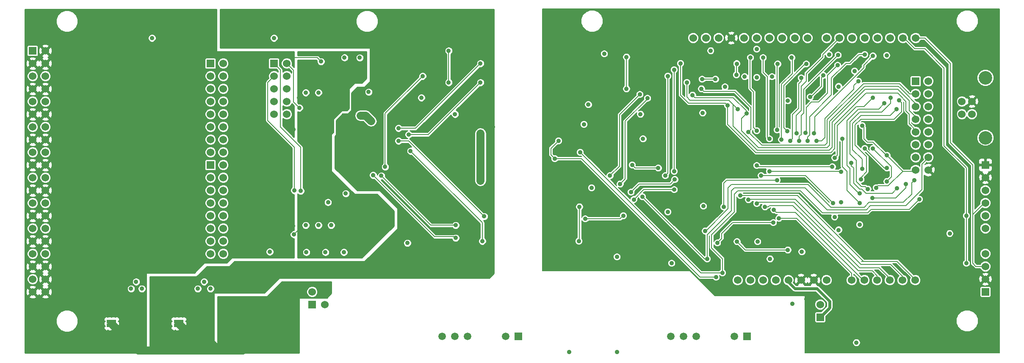
<source format=gbl>
G04 #@! TF.GenerationSoftware,KiCad,Pcbnew,(2018-02-14 revision 6afdf1cf8)-makepkg*
G04 #@! TF.CreationDate,2018-02-15T17:47:45+13:00*
G04 #@! TF.ProjectId,arduino-ads129x,61726475696E6F2D616473313239782E,rev?*
G04 #@! TF.SameCoordinates,Original*
G04 #@! TF.FileFunction,Copper,L4,Bot,Signal*
G04 #@! TF.FilePolarity,Positive*
%FSLAX46Y46*%
G04 Gerber Fmt 4.6, Leading zero omitted, Abs format (unit mm)*
G04 Created by KiCad (PCBNEW (2018-02-14 revision 6afdf1cf8)-makepkg) date 02/15/18 17:47:45*
%MOMM*%
%LPD*%
G01*
G04 APERTURE LIST*
%ADD10R,1.501140X1.501140*%
%ADD11C,1.501140*%
%ADD12R,1.524000X1.524000*%
%ADD13C,1.524000*%
%ADD14R,0.800100X1.569720*%
%ADD15R,0.706120X0.800100*%
%ADD16R,0.701040X0.800100*%
%ADD17C,2.700020*%
%ADD18C,0.889000*%
%ADD19C,0.203200*%
%ADD20C,1.625600*%
%ADD21C,0.609600*%
%ADD22C,0.304800*%
%ADD23C,0.152400*%
%ADD24C,0.254000*%
G04 APERTURE END LIST*
D10*
X183515000Y-115570000D03*
D11*
X180975000Y-115570000D03*
X173355000Y-115570000D03*
X170815000Y-115570000D03*
X168275000Y-115570000D03*
D12*
X88900000Y-60960000D03*
D13*
X91440000Y-60960000D03*
X88900000Y-63500000D03*
X91440000Y-63500000D03*
X88900000Y-66040000D03*
X91440000Y-66040000D03*
X88900000Y-68580000D03*
X91440000Y-68580000D03*
X88900000Y-71120000D03*
X91440000Y-71120000D03*
X181584600Y-104343200D03*
X184124600Y-104343200D03*
X186664600Y-104343200D03*
X189204600Y-104343200D03*
X191744600Y-104343200D03*
X194284600Y-104343200D03*
X196824600Y-104343200D03*
X199364600Y-104343200D03*
X204419200Y-104343200D03*
X206959200Y-104343200D03*
X209499200Y-104343200D03*
X212039200Y-104343200D03*
X214579200Y-104343200D03*
X217119200Y-104343200D03*
X217195400Y-77216000D03*
X217195400Y-79756000D03*
X217195400Y-82296000D03*
X219735400Y-82296000D03*
X219735400Y-79756000D03*
X219735400Y-77216000D03*
X217195400Y-55880000D03*
X214655400Y-55880000D03*
X212115400Y-55880000D03*
X209575400Y-55880000D03*
X207035400Y-55880000D03*
X204495400Y-55880000D03*
X201955400Y-55880000D03*
X199415400Y-55880000D03*
X195580000Y-55880000D03*
X193040000Y-55880000D03*
X190500000Y-55880000D03*
X187960000Y-55880000D03*
X185420000Y-55880000D03*
X182880000Y-55880000D03*
X180340000Y-55880000D03*
X177800000Y-55880000D03*
X175260000Y-55880000D03*
X172720000Y-55880000D03*
D14*
X69850000Y-113030000D03*
D15*
X70449440Y-113418620D03*
D16*
X70449440Y-112641380D03*
X69250560Y-113418620D03*
X69250560Y-112641380D03*
D14*
X56421020Y-113030000D03*
D15*
X57020460Y-113418620D03*
D16*
X57020460Y-112641380D03*
X55821580Y-113418620D03*
X55821580Y-112641380D03*
D12*
X40640000Y-58420000D03*
D13*
X43180000Y-58420000D03*
X40640000Y-71120000D03*
X43180000Y-60960000D03*
X40640000Y-73660000D03*
X43180000Y-63500000D03*
X40640000Y-76200000D03*
X43180000Y-66040000D03*
X40640000Y-78740000D03*
X43180000Y-68580000D03*
X40640000Y-81280000D03*
X43180000Y-71120000D03*
X40640000Y-83820000D03*
X43180000Y-73660000D03*
X40640000Y-86360000D03*
X43180000Y-76200000D03*
X40640000Y-88900000D03*
X43180000Y-78740000D03*
X40640000Y-91440000D03*
X43180000Y-81280000D03*
X40640000Y-93980000D03*
X43180000Y-83820000D03*
X40640000Y-96520000D03*
X43180000Y-86360000D03*
X43180000Y-88900000D03*
X40640000Y-99060000D03*
X43180000Y-91440000D03*
X43180000Y-96520000D03*
X43180000Y-99060000D03*
X43180000Y-101600000D03*
X43180000Y-104140000D03*
X40640000Y-101600000D03*
X40640000Y-104140000D03*
X40640000Y-60960000D03*
X40640000Y-63500000D03*
X40640000Y-66040000D03*
X40640000Y-68580000D03*
X40640000Y-106680000D03*
X43180000Y-106680000D03*
X43180000Y-93980000D03*
D12*
X231140000Y-106680000D03*
D13*
X231140000Y-104140000D03*
X231140000Y-101600000D03*
X231140000Y-99060000D03*
D12*
X231140000Y-81280000D03*
D13*
X231140000Y-83820000D03*
X231140000Y-86360000D03*
X231140000Y-88900000D03*
X231140000Y-91440000D03*
X231140000Y-93980000D03*
D10*
X137795000Y-115570000D03*
D11*
X135255000Y-115570000D03*
X127635000Y-115570000D03*
X125095000Y-115570000D03*
X122555000Y-115570000D03*
D12*
X198120000Y-111760000D03*
D13*
X198120000Y-109220000D03*
D12*
X96520000Y-109220000D03*
D13*
X96520000Y-106680000D03*
X99060000Y-109220000D03*
X99060000Y-106680000D03*
X226441000Y-68580000D03*
X226441000Y-71120000D03*
X228439980Y-71120000D03*
X228439980Y-68580000D03*
D17*
X231140000Y-63850520D03*
X231140000Y-75849480D03*
D12*
X76200000Y-81280000D03*
D13*
X78740000Y-81280000D03*
X76200000Y-83820000D03*
X78740000Y-83820000D03*
X76200000Y-86360000D03*
X78740000Y-86360000D03*
X76200000Y-88900000D03*
X78740000Y-88900000D03*
X76200000Y-91440000D03*
X78740000Y-91440000D03*
X76200000Y-93980000D03*
X78740000Y-93980000D03*
X76200000Y-96520000D03*
X78740000Y-96520000D03*
X76200000Y-99060000D03*
X78740000Y-99060000D03*
D12*
X76200000Y-60960000D03*
D13*
X78740000Y-60960000D03*
X76200000Y-63500000D03*
X78740000Y-63500000D03*
X76200000Y-66040000D03*
X78740000Y-66040000D03*
X76200000Y-68580000D03*
X78740000Y-68580000D03*
X76200000Y-71120000D03*
X78740000Y-71120000D03*
X76200000Y-73660000D03*
X78740000Y-73660000D03*
X76200000Y-76200000D03*
X78740000Y-76200000D03*
X76200000Y-78740000D03*
X78740000Y-78740000D03*
D12*
X217195400Y-64516000D03*
D13*
X219735400Y-64516000D03*
X217195400Y-67056000D03*
X219735400Y-67056000D03*
X217195400Y-69596000D03*
X219735400Y-69596000D03*
X217195400Y-72136000D03*
X219735400Y-72136000D03*
X217195400Y-74676000D03*
X219735400Y-74676000D03*
D18*
X224000060Y-95001080D03*
X199898000Y-59182000D03*
X150876000Y-73152000D03*
X152400000Y-85852000D03*
X162179000Y-71120000D03*
X154940000Y-59055000D03*
X185420000Y-58115200D03*
X157480000Y-99695000D03*
X205359000Y-116840000D03*
X213487000Y-85979000D03*
X151765000Y-69215000D03*
X176225200Y-58420000D03*
X204343000Y-80899000D03*
X168402000Y-100965000D03*
X211391500Y-59372500D03*
X162687000Y-76073000D03*
X106172000Y-71374000D03*
X108331000Y-72517000D03*
X98513900Y-70421500D03*
X92900500Y-95199200D03*
X95001080Y-96400620D03*
X93901260Y-67851020D03*
X74930000Y-104648000D03*
X118364000Y-67818000D03*
X107823000Y-66675000D03*
X88900000Y-55880000D03*
X125095000Y-71120000D03*
X115570000Y-96901000D03*
X76200000Y-106045000D03*
X73660000Y-106045000D03*
X64516000Y-55880000D03*
X102999540Y-59799220D03*
X61341000Y-104648000D03*
X88049100Y-98651060D03*
X60325000Y-106045000D03*
X62484000Y-106045000D03*
X160528000Y-81280000D03*
X165735000Y-81915000D03*
X168910000Y-82550000D03*
X168910000Y-62230000D03*
X149860000Y-96520000D03*
X149987000Y-89662000D03*
X156083000Y-83439000D03*
X162052000Y-67183000D03*
X183769000Y-74676000D03*
X174371000Y-66040000D03*
X130556000Y-96520000D03*
X116205000Y-78486000D03*
X158115000Y-85090000D03*
X172593000Y-67310000D03*
X151130000Y-92075000D03*
X158750000Y-91440000D03*
X183388000Y-70993000D03*
X163576000Y-67945000D03*
X113792000Y-76454000D03*
X130937000Y-91567000D03*
X181610000Y-70104000D03*
X171450000Y-64770000D03*
X115824000Y-75184000D03*
X130175000Y-64770000D03*
X179578000Y-69342000D03*
X159385000Y-59690000D03*
X170180000Y-60960000D03*
X159385000Y-66040000D03*
X113792000Y-73914000D03*
X130175000Y-60960000D03*
X167640000Y-63500000D03*
X167132000Y-83439000D03*
X111125000Y-81661000D03*
X118618000Y-63500000D03*
X145034000Y-80010000D03*
X177292000Y-103759000D03*
X145796000Y-76454000D03*
X160845500Y-88201500D03*
X168910000Y-86233000D03*
X125222000Y-95885000D03*
X108712000Y-83312000D03*
X160274000Y-86741000D03*
X169037000Y-84201000D03*
X110363000Y-83439000D03*
X125222000Y-93345000D03*
X206502000Y-73406000D03*
X209296000Y-85852000D03*
X211455000Y-79375000D03*
X207010000Y-77978000D03*
X211455000Y-81915000D03*
X208661000Y-77978000D03*
X211455000Y-84582000D03*
X213868000Y-68326000D03*
X206248000Y-84201000D03*
X206502000Y-82042000D03*
X213360000Y-70104000D03*
X208534000Y-87884000D03*
X215265000Y-85090000D03*
X207645000Y-86106000D03*
X212217000Y-67818000D03*
X210947000Y-68961000D03*
X205994000Y-86995000D03*
X189865000Y-91948000D03*
X186309000Y-83439000D03*
X200660000Y-88900000D03*
X174498000Y-64135000D03*
X177165000Y-64135000D03*
X185420000Y-89027000D03*
X187071000Y-89662000D03*
X188849000Y-90297000D03*
X216916000Y-84328000D03*
X175133000Y-94488000D03*
X162560000Y-87630000D03*
X175514000Y-100076000D03*
X150114000Y-78740000D03*
X217932000Y-88138000D03*
X178562000Y-102870000D03*
X189611000Y-61087000D03*
X189484000Y-84328000D03*
X189484000Y-74295000D03*
X178816000Y-89662000D03*
X181483000Y-96647000D03*
X195173600Y-74879200D03*
X201599800Y-61341000D03*
X191643000Y-98298000D03*
X182118000Y-87376000D03*
X183769000Y-88265000D03*
X208661000Y-67818000D03*
X201041000Y-79883000D03*
X205740000Y-64516000D03*
X197358000Y-76454000D03*
X227330000Y-91440000D03*
X227330000Y-100965000D03*
X196850000Y-74930000D03*
X208661000Y-59486800D03*
X181356000Y-63246000D03*
X181419500Y-61023500D03*
X177546000Y-96901000D03*
X188722000Y-92837000D03*
X192405000Y-59817000D03*
X190373000Y-76200000D03*
X191516000Y-74549000D03*
X195326000Y-61087000D03*
X192151000Y-76454000D03*
X194310000Y-63881000D03*
X193421000Y-74930000D03*
X193929000Y-76454000D03*
X201676000Y-59309000D03*
X207010000Y-59182000D03*
X194437000Y-98679000D03*
X195605400Y-76479400D03*
X202311000Y-82677000D03*
X186690000Y-59817000D03*
X187960000Y-76073000D03*
X187960000Y-82550000D03*
X184150000Y-59817000D03*
X185420000Y-81407000D03*
X200533000Y-81661000D03*
X185420000Y-74422000D03*
X94234000Y-86487000D03*
X92964000Y-86360000D03*
X202311000Y-88773000D03*
X204978000Y-62484000D03*
X205994000Y-93218000D03*
X201803000Y-65595500D03*
X188468000Y-63627000D03*
X188087000Y-100076000D03*
X179070000Y-65659000D03*
X167640000Y-90678000D03*
X201803000Y-94297500D03*
X185420000Y-63754000D03*
X200977500Y-91694000D03*
X174752000Y-89535000D03*
X183007000Y-63627000D03*
X174625000Y-70866000D03*
X185610500Y-96647000D03*
X191643000Y-68453000D03*
X205994000Y-88900000D03*
X202565000Y-76073000D03*
X196088000Y-67691000D03*
X198755000Y-63373000D03*
X107061000Y-84836000D03*
X59055000Y-93980000D03*
X120015000Y-96901000D03*
X108381800Y-68554600D03*
X108331000Y-70358000D03*
X72390000Y-96520000D03*
X102870000Y-98742500D03*
X113284000Y-79248000D03*
X88900000Y-53340000D03*
X59055000Y-78740000D03*
X72390000Y-73660000D03*
X99187000Y-98742500D03*
X72390000Y-63500000D03*
X72517000Y-101600000D03*
X59055000Y-83820000D03*
X95377000Y-98742500D03*
X72390000Y-91440000D03*
X87376000Y-59817000D03*
X72390000Y-81280000D03*
X132080000Y-100330000D03*
X59055000Y-86360000D03*
X130810000Y-57150000D03*
X95250000Y-93345000D03*
X132715000Y-73660000D03*
X103251000Y-86995000D03*
X72390000Y-88900000D03*
X121920000Y-66040000D03*
X59055000Y-63500000D03*
X59055000Y-96520000D03*
X59055000Y-76200000D03*
X92710000Y-93472000D03*
X59055000Y-88900000D03*
X99700080Y-88750140D03*
X105918000Y-66802000D03*
X72390000Y-99060000D03*
X72390000Y-68580000D03*
X64516000Y-53340000D03*
X59055000Y-60960000D03*
X59055000Y-99060000D03*
X98298000Y-60579000D03*
X95250000Y-66802000D03*
X72390000Y-83820000D03*
X92837000Y-74168000D03*
X106045000Y-59817000D03*
X100330000Y-93345000D03*
X59055000Y-81280000D03*
X59055000Y-101600000D03*
X97790000Y-66802000D03*
X71120000Y-53340000D03*
X72390000Y-66040000D03*
X72390000Y-71120000D03*
X59055000Y-73660000D03*
X72390000Y-60960000D03*
X72390000Y-86360000D03*
X72390000Y-78740000D03*
X59055000Y-68580000D03*
X132080000Y-89535000D03*
X97790000Y-93345000D03*
X130810000Y-72390000D03*
X59055000Y-91440000D03*
X95250000Y-53340000D03*
X127000000Y-70485000D03*
X59055000Y-71120000D03*
X72390000Y-76200000D03*
X72390000Y-93980000D03*
X59055000Y-66040000D03*
X126365000Y-83820000D03*
X82677000Y-118300500D03*
X216027000Y-91186000D03*
X196469000Y-107391200D03*
X192913000Y-69723000D03*
X184975500Y-65532000D03*
X205613000Y-60706000D03*
X180784500Y-65214500D03*
X198755000Y-66548000D03*
X205994000Y-75946000D03*
X173990000Y-74549000D03*
X185039000Y-100965000D03*
X223774000Y-100838000D03*
X144653000Y-58420000D03*
X221615000Y-107950000D03*
X192532000Y-109093000D03*
X169545000Y-92964000D03*
X182943500Y-65214500D03*
X196596000Y-65659000D03*
X144780000Y-97790000D03*
X179705000Y-59436000D03*
X197612000Y-115189000D03*
X169799000Y-72009000D03*
X191008000Y-100965000D03*
X144272000Y-74930000D03*
X207772000Y-75819000D03*
X144780000Y-90170000D03*
X196723000Y-59563000D03*
X209550000Y-91059000D03*
X188595000Y-59690000D03*
X185801000Y-70612000D03*
X182245000Y-59309000D03*
X206629000Y-91694000D03*
X146558000Y-74422000D03*
X162306000Y-72898000D03*
X169799000Y-69215000D03*
X162814000Y-78740000D03*
X188595000Y-65532000D03*
X213995000Y-116205000D03*
X192532000Y-64897000D03*
X169418000Y-90424000D03*
X175006000Y-91821000D03*
X144526000Y-66040000D03*
X195326000Y-108102400D03*
X144526000Y-84836000D03*
X169799000Y-76581000D03*
X218694000Y-59817000D03*
X211455000Y-83185000D03*
X166497000Y-93345000D03*
X204038200Y-59359800D03*
X195008500Y-84391500D03*
X182372000Y-90170000D03*
X93980000Y-69850000D03*
X123825000Y-58420000D03*
X123825000Y-64770000D03*
X157480000Y-118745000D03*
X147955000Y-118745000D03*
X130175000Y-84455000D03*
X130175000Y-74930000D03*
D19*
X207264000Y-86931500D02*
X212534500Y-86931500D01*
X204343000Y-80899000D02*
X204343000Y-81470500D01*
X204787500Y-84899500D02*
X205994000Y-86106000D01*
X205994000Y-86106000D02*
X206438500Y-86106000D01*
X212534500Y-86931500D02*
X213487000Y-85979000D01*
X204343000Y-81470500D02*
X204787500Y-81915000D01*
X206438500Y-86106000D02*
X207264000Y-86931500D01*
X204787500Y-81915000D02*
X204787500Y-84899500D01*
D20*
X106172000Y-71374000D02*
X107188000Y-71374000D01*
X107188000Y-71374000D02*
X108331000Y-72517000D01*
D21*
X197485000Y-106045000D02*
X200025000Y-108585000D01*
X200025000Y-108585000D02*
X200025000Y-109855000D01*
X191744600Y-104343200D02*
X191744600Y-104749600D01*
X191744600Y-104749600D02*
X193040000Y-106045000D01*
X193040000Y-106045000D02*
X197485000Y-106045000D01*
X200025000Y-109855000D02*
X198120000Y-111760000D01*
D19*
X95498920Y-90551000D02*
X94150180Y-91899740D01*
X95498920Y-69448680D02*
X95498920Y-90551000D01*
X94150180Y-93949520D02*
X92900500Y-95199200D01*
X93901260Y-67851020D02*
X95498920Y-69448680D01*
X98513900Y-91287600D02*
X95001080Y-94800420D01*
X95001080Y-94800420D02*
X95001080Y-96400620D01*
X94150180Y-91899740D02*
X94150180Y-93949520D01*
X98513900Y-70421500D02*
X98513900Y-91287600D01*
X161163000Y-81915000D02*
X160528000Y-81280000D01*
X165735000Y-81915000D02*
X161163000Y-81915000D01*
X168910000Y-62230000D02*
X168910000Y-82550000D01*
X213995000Y-65024000D02*
X206756000Y-65024000D01*
X199517000Y-72263000D02*
X199517000Y-76880720D01*
X186690000Y-77343000D02*
X194310000Y-77343000D01*
X156083000Y-83439000D02*
X157988000Y-81534000D01*
X181020720Y-66548000D02*
X184277000Y-69804280D01*
X199517000Y-76880720D02*
X199054720Y-77343000D01*
X157988000Y-81534000D02*
X157988000Y-71247000D01*
X157988000Y-71247000D02*
X162052000Y-67183000D01*
X183769000Y-74676000D02*
X186436000Y-77343000D01*
X174371000Y-66040000D02*
X174879000Y-66548000D01*
X184277000Y-69804280D02*
X184277000Y-74168000D01*
X206756000Y-65024000D02*
X199517000Y-72263000D01*
X217195400Y-67056000D02*
X216027000Y-67056000D01*
X216027000Y-67056000D02*
X215646000Y-66675000D01*
X213995000Y-65024000D02*
X216027000Y-67056000D01*
X199054720Y-77343000D02*
X194310000Y-77343000D01*
X149987000Y-96393000D02*
X149987000Y-89662000D01*
X186436000Y-77343000D02*
X186690000Y-77343000D01*
X149860000Y-96520000D02*
X149987000Y-96393000D01*
X174879000Y-66548000D02*
X180848000Y-66548000D01*
X180848000Y-66548000D02*
X181020720Y-66548000D01*
X184277000Y-74168000D02*
X183769000Y-74676000D01*
X116205000Y-78486000D02*
X130556000Y-92837000D01*
X130556000Y-96520000D02*
X130556000Y-92837000D01*
X217195400Y-68986400D02*
X215138000Y-66929000D01*
X159131000Y-84074000D02*
X159131000Y-72517000D01*
X194564000Y-77851000D02*
X185801000Y-77851000D01*
X158115000Y-92075000D02*
X151130000Y-92075000D01*
X207010000Y-65532000D02*
X213741000Y-65532000D01*
X183388000Y-70485000D02*
X183388000Y-70993000D01*
X158750000Y-91440000D02*
X158115000Y-92075000D01*
X182372000Y-74422000D02*
X182372000Y-72009000D01*
X207010000Y-65532000D02*
X200152000Y-72390000D01*
X174625000Y-67818000D02*
X174498000Y-67818000D01*
X200025000Y-72517000D02*
X200025000Y-77343000D01*
X199517000Y-77851000D02*
X194564000Y-77851000D01*
X158115000Y-85090000D02*
X159131000Y-84074000D01*
X214122000Y-65913000D02*
X213741000Y-65532000D01*
X217195400Y-69596000D02*
X217195400Y-68986400D01*
X200152000Y-72390000D02*
X200025000Y-72517000D01*
X182372000Y-72009000D02*
X183388000Y-70993000D01*
X174625000Y-67818000D02*
X180721000Y-67818000D01*
X173101000Y-67818000D02*
X174625000Y-67818000D01*
X185801000Y-77851000D02*
X182372000Y-74422000D01*
X200025000Y-77343000D02*
X199517000Y-77851000D01*
X163576000Y-68072000D02*
X163576000Y-67945000D01*
X215138000Y-66929000D02*
X214122000Y-65913000D01*
X180721000Y-67818000D02*
X183388000Y-70485000D01*
X159131000Y-72517000D02*
X163576000Y-68072000D01*
X172593000Y-67310000D02*
X173101000Y-67818000D01*
X115824000Y-76454000D02*
X113792000Y-76454000D01*
X130937000Y-91567000D02*
X115824000Y-76454000D01*
X173736000Y-68326000D02*
X173863000Y-68326000D01*
X180721000Y-69215000D02*
X179832000Y-68326000D01*
X173863000Y-68326000D02*
X172085000Y-68326000D01*
X217195400Y-71653400D02*
X217195400Y-72136000D01*
X213614000Y-66167000D02*
X207137000Y-66167000D01*
X173863000Y-68326000D02*
X174625000Y-68326000D01*
X200533000Y-72771000D02*
X207137000Y-66167000D01*
X185547000Y-78359000D02*
X180721000Y-73533000D01*
X194945000Y-78359000D02*
X185547000Y-78359000D01*
X200533000Y-77724000D02*
X200533000Y-72771000D01*
X217195400Y-71653400D02*
X215900000Y-70358000D01*
X180721000Y-69342000D02*
X180721000Y-69215000D01*
X214630000Y-67183000D02*
X213614000Y-66167000D01*
X171450000Y-67691000D02*
X171450000Y-64770000D01*
X180721000Y-69342000D02*
X180721000Y-73533000D01*
X172085000Y-68326000D02*
X171450000Y-67691000D01*
X179832000Y-68326000D02*
X174625000Y-68326000D01*
X194945000Y-78359000D02*
X199898000Y-78359000D01*
X199898000Y-78359000D02*
X200533000Y-77724000D01*
X174625000Y-68326000D02*
X174498000Y-68326000D01*
X215900000Y-68453000D02*
X214630000Y-67183000D01*
X180721000Y-69215000D02*
X181610000Y-70104000D01*
X215900000Y-70358000D02*
X215900000Y-68453000D01*
X115824000Y-75184000D02*
X119761000Y-75184000D01*
X130175000Y-64770000D02*
X119761000Y-75184000D01*
X214122000Y-67437000D02*
X213614000Y-66929000D01*
X213614000Y-66929000D02*
X207264000Y-66929000D01*
X179578000Y-69342000D02*
X179578000Y-73152000D01*
X185293000Y-78867000D02*
X179578000Y-73152000D01*
X201041000Y-73152000D02*
X207264000Y-66929000D01*
X195326000Y-78867000D02*
X185293000Y-78867000D01*
X179578000Y-69342000D02*
X179197000Y-68961000D01*
X179197000Y-68961000D02*
X174498000Y-68961000D01*
X171831000Y-68961000D02*
X170180000Y-67310000D01*
X215265000Y-68580000D02*
X214122000Y-67437000D01*
X195326000Y-78867000D02*
X200197720Y-78867000D01*
X174498000Y-68961000D02*
X171831000Y-68961000D01*
X217195400Y-74320400D02*
X217195400Y-74676000D01*
X215900000Y-73025000D02*
X215900000Y-71120000D01*
X215265000Y-70485000D02*
X215265000Y-68580000D01*
X201041000Y-78023720D02*
X201041000Y-73152000D01*
X159385000Y-66040000D02*
X159385000Y-59690000D01*
X170180000Y-60960000D02*
X170180000Y-67310000D01*
X215900000Y-71120000D02*
X215265000Y-70485000D01*
X200197720Y-78867000D02*
X201041000Y-78023720D01*
X217195400Y-74320400D02*
X215900000Y-73025000D01*
X117221000Y-73914000D02*
X113792000Y-73914000D01*
X130175000Y-60960000D02*
X117221000Y-73914000D01*
X167640000Y-82931000D02*
X167640000Y-63500000D01*
X167132000Y-83439000D02*
X167640000Y-82931000D01*
X111125000Y-70993000D02*
X111125000Y-81661000D01*
X118618000Y-63500000D02*
X111125000Y-70993000D01*
X150368000Y-80010000D02*
X169799000Y-99441000D01*
X144272000Y-77978000D02*
X145796000Y-76454000D01*
X144272000Y-79248000D02*
X144272000Y-77978000D01*
X174117000Y-103759000D02*
X177292000Y-103759000D01*
X145034000Y-80010000D02*
X150368000Y-80010000D01*
X169799000Y-99441000D02*
X174117000Y-103759000D01*
X145034000Y-80010000D02*
X144272000Y-79248000D01*
X162814000Y-86233000D02*
X168910000Y-86233000D01*
X160845500Y-88201500D02*
X162814000Y-86233000D01*
X125222000Y-95885000D02*
X124968000Y-95631000D01*
X121031000Y-95631000D02*
X108712000Y-83312000D01*
X124968000Y-95631000D02*
X121031000Y-95631000D01*
X160274000Y-86741000D02*
X161925000Y-85090000D01*
X161925000Y-85090000D02*
X168148000Y-85090000D01*
X169037000Y-84201000D02*
X168148000Y-85090000D01*
X120269000Y-93345000D02*
X125222000Y-93345000D01*
X110363000Y-83439000D02*
X120269000Y-93345000D01*
X209296000Y-85852000D02*
X209677000Y-85471000D01*
X211455000Y-79375000D02*
X214630000Y-82550000D01*
X214630000Y-82550000D02*
X211709000Y-85471000D01*
X208661000Y-76708000D02*
X207518000Y-76708000D01*
X211455000Y-79375000D02*
X211328000Y-79375000D01*
X207518000Y-76708000D02*
X206883000Y-76073000D01*
X206502000Y-73406000D02*
X206883000Y-73787000D01*
X206883000Y-75692000D02*
X206883000Y-73787000D01*
X216941400Y-82550000D02*
X217195400Y-82296000D01*
X211328000Y-79375000D02*
X208661000Y-76708000D01*
X206883000Y-76073000D02*
X206883000Y-75692000D01*
X209677000Y-85471000D02*
X211709000Y-85471000D01*
X214630000Y-82550000D02*
X216941400Y-82550000D01*
X210947000Y-81915000D02*
X211455000Y-81915000D01*
X211074000Y-81915000D02*
X211455000Y-81915000D01*
X211074000Y-81915000D02*
X211455000Y-81915000D01*
X207010000Y-77978000D02*
X210947000Y-81915000D01*
X212344000Y-81661000D02*
X212344000Y-83693000D01*
X208661000Y-77978000D02*
X212344000Y-81661000D01*
X212344000Y-83693000D02*
X211455000Y-84582000D01*
X213868000Y-68326000D02*
X214376000Y-68834000D01*
X214376000Y-70612000D02*
X212852000Y-72136000D01*
X205105000Y-73279000D02*
X205105000Y-77343000D01*
X205105000Y-77343000D02*
X207391000Y-79629000D01*
X207391000Y-79629000D02*
X207391000Y-82677000D01*
X206248000Y-83820000D02*
X206248000Y-84201000D01*
X212852000Y-72136000D02*
X206248000Y-72136000D01*
X214376000Y-68834000D02*
X214376000Y-70612000D01*
X206248000Y-72136000D02*
X205105000Y-73279000D01*
X207391000Y-82677000D02*
X206248000Y-83820000D01*
X206248000Y-71374000D02*
X204597000Y-73025000D01*
X204597000Y-78232000D02*
X206502000Y-80137000D01*
X213360000Y-70104000D02*
X212090000Y-71374000D01*
X206502000Y-80137000D02*
X206502000Y-82042000D01*
X212090000Y-71374000D02*
X206248000Y-71374000D01*
X204597000Y-78232000D02*
X204597000Y-73025000D01*
X208534000Y-87884000D02*
X213233000Y-87884000D01*
X213233000Y-87884000D02*
X215265000Y-85852000D01*
X215265000Y-85852000D02*
X215265000Y-85090000D01*
X205359000Y-80391000D02*
X205359000Y-84455000D01*
X205359000Y-84582000D02*
X205359000Y-84455000D01*
X204089000Y-72644000D02*
X204089000Y-79121000D01*
X206375000Y-85598000D02*
X205359000Y-84582000D01*
X204089000Y-79121000D02*
X205359000Y-80391000D01*
X205994000Y-70739000D02*
X210439000Y-70739000D01*
X207645000Y-86106000D02*
X207137000Y-85598000D01*
X210439000Y-70739000D02*
X212217000Y-68961000D01*
X205994000Y-70739000D02*
X204089000Y-72644000D01*
X207137000Y-85598000D02*
X206375000Y-85598000D01*
X212217000Y-68961000D02*
X212217000Y-67818000D01*
X204025500Y-81978500D02*
X203454000Y-81407000D01*
X205867000Y-86995000D02*
X204025500Y-85153500D01*
X205740000Y-70104000D02*
X203454000Y-72390000D01*
X210947000Y-68961000D02*
X209804000Y-70104000D01*
X204025500Y-85153500D02*
X204025500Y-81978500D01*
X205994000Y-86995000D02*
X205867000Y-86995000D01*
X203454000Y-72390000D02*
X203454000Y-81407000D01*
X209804000Y-70104000D02*
X205740000Y-70104000D01*
X204419200Y-102946200D02*
X204419200Y-104343200D01*
X193421000Y-91948000D02*
X204419200Y-102946200D01*
X189865000Y-91948000D02*
X193421000Y-91948000D01*
X195199000Y-83439000D02*
X200660000Y-88900000D01*
X186309000Y-83439000D02*
X195199000Y-83439000D01*
X177165000Y-64135000D02*
X174498000Y-64135000D01*
X185674000Y-88773000D02*
X192913000Y-88773000D01*
X212039200Y-103962200D02*
X212039200Y-104343200D01*
X209931000Y-101854000D02*
X205994000Y-101854000D01*
X195580000Y-91440000D02*
X205994000Y-101854000D01*
X195580000Y-91440000D02*
X195580000Y-91440000D01*
X192913000Y-88773000D02*
X195580000Y-91440000D01*
X185420000Y-89027000D02*
X185674000Y-88773000D01*
X212039200Y-103962200D02*
X209931000Y-101854000D01*
X187960000Y-89408000D02*
X192659000Y-89408000D01*
X192659000Y-89408000D02*
X195072000Y-91821000D01*
X195072000Y-91821000D02*
X205740000Y-102489000D01*
X209499200Y-103454200D02*
X208534000Y-102489000D01*
X209499200Y-104343200D02*
X209499200Y-103454200D01*
X208534000Y-102489000D02*
X205740000Y-102489000D01*
X187071000Y-89662000D02*
X187706000Y-89662000D01*
X187706000Y-89662000D02*
X187960000Y-89408000D01*
X206959200Y-104343200D02*
X206832200Y-104343200D01*
X206705200Y-104343200D02*
X206959200Y-104343200D01*
X189357000Y-90805000D02*
X193167000Y-90805000D01*
X193167000Y-90805000D02*
X206705200Y-104343200D01*
X206959200Y-104343200D02*
X206705200Y-104343200D01*
X188849000Y-90297000D02*
X189357000Y-90805000D01*
X175133000Y-94488000D02*
X175260000Y-94488000D01*
X180340000Y-85217000D02*
X195707000Y-85217000D01*
X216408000Y-87122000D02*
X214757000Y-88773000D01*
X175260000Y-94488000D02*
X179705000Y-90043000D01*
X216408000Y-84836000D02*
X216408000Y-87122000D01*
X200215500Y-89725500D02*
X206946500Y-89725500D01*
X199644000Y-89154000D02*
X200215500Y-89725500D01*
X216916000Y-84328000D02*
X216408000Y-84836000D01*
X214757000Y-88773000D02*
X207899000Y-88773000D01*
X195707000Y-85217000D02*
X199644000Y-89154000D01*
X179705000Y-90043000D02*
X179705000Y-85852000D01*
X179705000Y-85852000D02*
X180340000Y-85217000D01*
X207899000Y-88773000D02*
X206946500Y-89725500D01*
X198882000Y-89662000D02*
X198882000Y-89662000D01*
X175006000Y-100076000D02*
X175514000Y-100076000D01*
X180975000Y-85852000D02*
X195072000Y-85852000D01*
X180340000Y-90424000D02*
X180340000Y-86487000D01*
X215265000Y-89408000D02*
X208153000Y-89408000D01*
X199453500Y-90233500D02*
X207327500Y-90233500D01*
X219735400Y-79756000D02*
X219735400Y-79857600D01*
X195072000Y-85852000D02*
X198882000Y-89662000D01*
X207327500Y-90233500D02*
X208153000Y-89408000D01*
X199453500Y-90233500D02*
X198882000Y-89662000D01*
X162560000Y-87630000D02*
X175006000Y-100076000D01*
X219735400Y-79857600D02*
X218440000Y-81153000D01*
X218440000Y-86233000D02*
X215265000Y-89408000D01*
X180340000Y-90424000D02*
X175514000Y-95250000D01*
X218440000Y-81153000D02*
X218440000Y-86233000D01*
X175514000Y-95250000D02*
X175514000Y-100076000D01*
X180340000Y-86487000D02*
X180975000Y-85852000D01*
X180975000Y-90678000D02*
X180975000Y-87122000D01*
X215900000Y-90170000D02*
X208280000Y-90170000D01*
X150114000Y-78740000D02*
X174244000Y-102870000D01*
X198120000Y-90424000D02*
X198120000Y-90424000D01*
X180467000Y-91186000D02*
X180975000Y-90678000D01*
X178562000Y-93091000D02*
X176403000Y-95250000D01*
X217932000Y-88138000D02*
X215900000Y-90170000D01*
X180467000Y-91186000D02*
X178562000Y-93091000D01*
X180975000Y-87122000D02*
X181610000Y-86487000D01*
X178562000Y-100076000D02*
X178562000Y-102870000D01*
X198120000Y-90424000D02*
X194183000Y-86487000D01*
X198564500Y-90868500D02*
X207581500Y-90868500D01*
X181610000Y-86487000D02*
X194183000Y-86487000D01*
X176403000Y-95250000D02*
X176403000Y-97917000D01*
X208280000Y-90170000D02*
X207581500Y-90868500D01*
X174244000Y-102870000D02*
X178562000Y-102870000D01*
X176403000Y-97917000D02*
X178562000Y-100076000D01*
X198120000Y-90424000D02*
X198564500Y-90868500D01*
X179451000Y-84328000D02*
X178816000Y-84963000D01*
X189611000Y-61087000D02*
X189484000Y-61214000D01*
X189484000Y-61214000D02*
X189484000Y-74295000D01*
X178816000Y-84963000D02*
X178816000Y-89662000D01*
X189484000Y-84328000D02*
X179451000Y-84328000D01*
X197815200Y-68707000D02*
X196367400Y-68707000D01*
X199593200Y-66929000D02*
X197815200Y-68707000D01*
X195300600Y-74752200D02*
X195173600Y-74879200D01*
X201599800Y-61341000D02*
X199593200Y-63347600D01*
X199593200Y-63347600D02*
X199593200Y-66929000D01*
X196367400Y-68707000D02*
X195300600Y-69773800D01*
X195300600Y-69773800D02*
X195300600Y-74752200D01*
X183134000Y-98298000D02*
X191643000Y-98298000D01*
X181483000Y-96647000D02*
X183134000Y-98298000D01*
X193548000Y-87376000D02*
X182118000Y-87376000D01*
X206756000Y-100584000D02*
X201295000Y-95123000D01*
X196977000Y-90805000D02*
X196977000Y-90805000D01*
X206756000Y-100584000D02*
X206375000Y-100584000D01*
X217119200Y-104216200D02*
X217119200Y-104343200D01*
X213487000Y-100584000D02*
X206756000Y-100584000D01*
X196977000Y-90805000D02*
X193548000Y-87376000D01*
X201295000Y-95123000D02*
X196977000Y-90805000D01*
X217119200Y-104216200D02*
X213487000Y-100584000D01*
X193167000Y-88138000D02*
X196215000Y-91186000D01*
X183896000Y-88138000D02*
X193167000Y-88138000D01*
X214579200Y-103581200D02*
X212217000Y-101219000D01*
X196215000Y-91186000D02*
X196215000Y-91186000D01*
X214579200Y-103581200D02*
X214579200Y-104343200D01*
X183769000Y-88265000D02*
X183896000Y-88138000D01*
X196215000Y-91186000D02*
X206248000Y-101219000D01*
X212217000Y-101219000D02*
X206248000Y-101219000D01*
X219075000Y-55880000D02*
X217195400Y-55880000D01*
X206883000Y-69596000D02*
X208661000Y-67818000D01*
X228600000Y-81280000D02*
X224155000Y-76835000D01*
X228600000Y-84328000D02*
X228600000Y-89027000D01*
X224155000Y-76835000D02*
X224155000Y-60960000D01*
X231140000Y-88900000D02*
X230886000Y-88900000D01*
X228600000Y-100965000D02*
X228600000Y-91567000D01*
X228600000Y-91186000D02*
X228600000Y-89027000D01*
X201549000Y-79375000D02*
X201549000Y-73406000D01*
X228600000Y-91567000D02*
X228600000Y-91186000D01*
X230886000Y-88900000D02*
X228600000Y-91186000D01*
X228600000Y-84328000D02*
X228600000Y-81280000D01*
X229235000Y-101600000D02*
X228600000Y-100965000D01*
X201549000Y-73406000D02*
X205359000Y-69596000D01*
X231140000Y-101600000D02*
X229235000Y-101600000D01*
X205359000Y-69596000D02*
X206883000Y-69596000D01*
X201041000Y-79883000D02*
X201549000Y-79375000D01*
X228600000Y-89027000D02*
X228600000Y-88900000D01*
X224155000Y-60960000D02*
X219075000Y-55880000D01*
X228600000Y-84455000D02*
X228600000Y-84328000D01*
X199054720Y-71963280D02*
X204851000Y-66167000D01*
X214878920Y-55880000D02*
X216999820Y-58000900D01*
X205740000Y-64516000D02*
X204851000Y-65405000D01*
X198374000Y-76454000D02*
X199054720Y-75773280D01*
X197358000Y-76454000D02*
X198374000Y-76454000D01*
X216999820Y-58000900D02*
X219001340Y-58000900D01*
X204851000Y-65405000D02*
X204851000Y-65913000D01*
X222885000Y-61884560D02*
X222885000Y-77470000D01*
X204851000Y-66167000D02*
X204851000Y-66040000D01*
X214655400Y-55880000D02*
X214878920Y-55880000D01*
X222885000Y-77470000D02*
X227330000Y-81915000D01*
X204851000Y-65913000D02*
X204851000Y-66040000D01*
X227330000Y-91694000D02*
X227330000Y-100965000D01*
X219001340Y-58000900D02*
X222885000Y-61884560D01*
X227330000Y-91440000D02*
X227330000Y-91694000D01*
X199054720Y-75773280D02*
X199054720Y-71963280D01*
X227330000Y-81915000D02*
X227330000Y-91440000D01*
X206806800Y-61341000D02*
X206806800Y-61849000D01*
X208661000Y-59486800D02*
X206806800Y-61341000D01*
X206806800Y-61849000D02*
X197027800Y-71628000D01*
X197027800Y-71628000D02*
X197027800Y-74752200D01*
X197027800Y-74752200D02*
X196850000Y-74930000D01*
X181356000Y-63246000D02*
X181356000Y-61087000D01*
X181356000Y-61087000D02*
X181419500Y-61023500D01*
X177546000Y-96901000D02*
X178435000Y-96012000D01*
X178435000Y-96012000D02*
X178435000Y-94996000D01*
X178435000Y-94996000D02*
X180594000Y-92837000D01*
X180594000Y-92837000D02*
X188722000Y-92837000D01*
X192405000Y-59817000D02*
X192532000Y-59944000D01*
X190373000Y-74422000D02*
X190373000Y-74422000D01*
X190373000Y-74422000D02*
X190373000Y-65151000D01*
X192532000Y-62992000D02*
X190373000Y-65151000D01*
X192532000Y-59944000D02*
X192532000Y-62992000D01*
X190373000Y-74422000D02*
X190373000Y-76200000D01*
X191516000Y-74549000D02*
X191343280Y-74376280D01*
X195092320Y-61087000D02*
X190835280Y-65344040D01*
X190835280Y-65344040D02*
X190835280Y-73868280D01*
X190835280Y-73868280D02*
X191516000Y-74549000D01*
X195326000Y-61087000D02*
X195092320Y-61087000D01*
X192532000Y-71247000D02*
X192532000Y-73787000D01*
X193802000Y-69977000D02*
X193802000Y-65024000D01*
X192532000Y-71247000D02*
X193802000Y-69977000D01*
X192532000Y-75819000D02*
X192532000Y-76073000D01*
X192532000Y-74549000D02*
X192532000Y-75819000D01*
X194310000Y-64516000D02*
X194310000Y-63881000D01*
X193802000Y-65024000D02*
X194310000Y-64516000D01*
X192532000Y-73787000D02*
X192532000Y-74549000D01*
X192151000Y-76454000D02*
X192532000Y-76073000D01*
X194310000Y-70358000D02*
X193294000Y-71374000D01*
X195326000Y-62992000D02*
X195326000Y-64516000D01*
X193294000Y-71374000D02*
X193294000Y-73152000D01*
X194310000Y-65532000D02*
X194310000Y-70358000D01*
X198628000Y-59690000D02*
X195326000Y-62992000D01*
X193421000Y-74930000D02*
X193294000Y-74803000D01*
X198628000Y-59207400D02*
X201955400Y-55880000D01*
X195326000Y-64516000D02*
X194310000Y-65532000D01*
X198628000Y-59690000D02*
X198628000Y-59207400D01*
X193294000Y-74803000D02*
X193294000Y-73152000D01*
X194310000Y-71374000D02*
X194818000Y-70866000D01*
X194818000Y-66167000D02*
X201676000Y-59309000D01*
X194818000Y-70866000D02*
X194818000Y-66167000D01*
X193929000Y-76454000D02*
X193929000Y-75565000D01*
X194310000Y-75184000D02*
X194310000Y-71374000D01*
X193929000Y-75565000D02*
X194310000Y-75184000D01*
X205867000Y-59182000D02*
X207010000Y-59182000D01*
X195986400Y-75285600D02*
X195986400Y-71628000D01*
X204063600Y-60960000D02*
X204089000Y-60960000D01*
X195580000Y-76454000D02*
X195580000Y-75692000D01*
X200355200Y-63855600D02*
X203250800Y-60960000D01*
X195580000Y-75692000D02*
X195986400Y-75285600D01*
X203250800Y-60960000D02*
X204063600Y-60960000D01*
X204089000Y-60960000D02*
X205867000Y-59182000D01*
X195605400Y-76479400D02*
X195580000Y-76454000D01*
X200355200Y-67259200D02*
X200355200Y-63855600D01*
X195986400Y-71628000D02*
X200355200Y-67259200D01*
X186690000Y-62738000D02*
X186690000Y-59817000D01*
X187579000Y-75692000D02*
X187960000Y-76073000D01*
X187706000Y-75819000D02*
X187960000Y-76073000D01*
X187579000Y-63627000D02*
X187579000Y-75692000D01*
X187579000Y-63627000D02*
X186690000Y-62738000D01*
X202184000Y-82550000D02*
X201295000Y-82550000D01*
X201295000Y-82550000D02*
X187960000Y-82550000D01*
X202311000Y-82677000D02*
X202184000Y-82550000D01*
X184086500Y-65976500D02*
X184086500Y-65151000D01*
X184785000Y-73787000D02*
X184785000Y-66675000D01*
X185420000Y-74422000D02*
X184785000Y-73787000D01*
X184086500Y-59880500D02*
X184150000Y-59817000D01*
X184785000Y-66675000D02*
X184086500Y-65976500D01*
X184086500Y-65151000D02*
X184086500Y-65087500D01*
X200533000Y-81661000D02*
X185674000Y-81661000D01*
X184086500Y-65151000D02*
X184086500Y-59880500D01*
X185674000Y-81661000D02*
X185420000Y-81407000D01*
X90170000Y-62230000D02*
X88900000Y-60960000D01*
X90170000Y-73660000D02*
X90170000Y-62230000D01*
X94234000Y-86487000D02*
X94234000Y-77724000D01*
X94234000Y-77724000D02*
X90170000Y-73660000D01*
X92964000Y-77724000D02*
X87630000Y-72390000D01*
X92964000Y-86360000D02*
X92964000Y-77724000D01*
X87630000Y-72390000D02*
X87630000Y-64770000D01*
X87630000Y-64770000D02*
X88900000Y-63500000D01*
X203454000Y-82550000D02*
X203454000Y-86360000D01*
X202565000Y-81661000D02*
X203454000Y-82550000D01*
X202565000Y-76073000D02*
X202565000Y-81661000D01*
X203454000Y-86360000D02*
X205994000Y-88900000D01*
X198374000Y-63754000D02*
X198374000Y-65582800D01*
X198755000Y-63373000D02*
X198374000Y-63754000D01*
X196265800Y-67691000D02*
X198374000Y-65582800D01*
X196088000Y-67691000D02*
X196265800Y-67691000D01*
X102870000Y-98742500D02*
X102870000Y-98806000D01*
X95377000Y-98742500D02*
X95377000Y-98806000D01*
D20*
X78994000Y-118364000D02*
X61755020Y-118364000D01*
X61755020Y-118364000D02*
X56421020Y-113030000D01*
X78867000Y-118364000D02*
X78994000Y-118364000D01*
X77787500Y-118364000D02*
X78867000Y-118364000D01*
X77470000Y-118364000D02*
X77787500Y-118364000D01*
D19*
X97536000Y-59817000D02*
X87376000Y-59817000D01*
X98298000Y-60579000D02*
X97536000Y-59817000D01*
X99187000Y-98742500D02*
X99187000Y-98806000D01*
D22*
X132080000Y-89535000D02*
X132080000Y-100330000D01*
D20*
X82613500Y-118364000D02*
X82677000Y-118300500D01*
X78867000Y-118364000D02*
X82613500Y-118364000D01*
X74612500Y-115189000D02*
X72009000Y-115189000D01*
X72009000Y-115189000D02*
X69850000Y-113030000D01*
X77787500Y-118364000D02*
X74612500Y-115189000D01*
D19*
X144653000Y-65913000D02*
X144653000Y-58420000D01*
X169799000Y-72009000D02*
X169799000Y-71882000D01*
X144526000Y-66040000D02*
X144653000Y-65913000D01*
X144780000Y-97790000D02*
X144780000Y-90170000D01*
X92837000Y-62357000D02*
X91440000Y-60960000D01*
X92837000Y-68707000D02*
X92837000Y-62357000D01*
X93980000Y-69850000D02*
X92837000Y-68707000D01*
X123825000Y-64770000D02*
X123825000Y-58420000D01*
D20*
X130175000Y-74930000D02*
X130175000Y-84455000D01*
D19*
X130175000Y-74930000D02*
X130175000Y-75565000D01*
D23*
G36*
X178130200Y-102212140D02*
X178125120Y-102214680D01*
X177909220Y-102430580D01*
X177904140Y-102438200D01*
X174421800Y-102438200D01*
X160957260Y-88973660D01*
X160997900Y-88973660D01*
X161282380Y-88856820D01*
X161498280Y-88640920D01*
X161617660Y-88356440D01*
X161617660Y-88049100D01*
X161612580Y-88041480D01*
X161810700Y-87843360D01*
X161904680Y-88066880D01*
X162120580Y-88282780D01*
X162405060Y-88402160D01*
X162712400Y-88402160D01*
X162717480Y-88397080D01*
X174698660Y-100380800D01*
X174701200Y-100380800D01*
X174838360Y-100474780D01*
X174840900Y-100474780D01*
X174858680Y-100512880D01*
X175074580Y-100728780D01*
X175359060Y-100848160D01*
X175666400Y-100848160D01*
X175950880Y-100731320D01*
X176166780Y-100515420D01*
X176286160Y-100230940D01*
X176286160Y-99923600D01*
X176169320Y-99639120D01*
X175953420Y-99423220D01*
X175945800Y-99418140D01*
X175945800Y-95427800D01*
X175971200Y-95402400D01*
X175971200Y-97917000D01*
X176004220Y-98082100D01*
X176098200Y-98221800D01*
X178130200Y-100253800D01*
X178130200Y-102212140D01*
X178130200Y-102212140D01*
G37*
X178130200Y-102212140D02*
X178125120Y-102214680D01*
X177909220Y-102430580D01*
X177904140Y-102438200D01*
X174421800Y-102438200D01*
X160957260Y-88973660D01*
X160997900Y-88973660D01*
X161282380Y-88856820D01*
X161498280Y-88640920D01*
X161617660Y-88356440D01*
X161617660Y-88049100D01*
X161612580Y-88041480D01*
X161810700Y-87843360D01*
X161904680Y-88066880D01*
X162120580Y-88282780D01*
X162405060Y-88402160D01*
X162712400Y-88402160D01*
X162717480Y-88397080D01*
X174698660Y-100380800D01*
X174701200Y-100380800D01*
X174838360Y-100474780D01*
X174840900Y-100474780D01*
X174858680Y-100512880D01*
X175074580Y-100728780D01*
X175359060Y-100848160D01*
X175666400Y-100848160D01*
X175950880Y-100731320D01*
X176166780Y-100515420D01*
X176286160Y-100230940D01*
X176286160Y-99923600D01*
X176169320Y-99639120D01*
X175953420Y-99423220D01*
X175945800Y-99418140D01*
X175945800Y-95427800D01*
X175971200Y-95402400D01*
X175971200Y-97917000D01*
X176004220Y-98082100D01*
X176098200Y-98221800D01*
X178130200Y-100253800D01*
X178130200Y-102212140D01*
G36*
X189562740Y-91236800D02*
X189428120Y-91292680D01*
X189212220Y-91508580D01*
X189092840Y-91793060D01*
X189092840Y-92100400D01*
X189118240Y-92166440D01*
X188876940Y-92064840D01*
X188569600Y-92064840D01*
X188285120Y-92181680D01*
X188069220Y-92397580D01*
X188064140Y-92405200D01*
X180594000Y-92405200D01*
X180428900Y-92438220D01*
X180289200Y-92532200D01*
X178130200Y-94691200D01*
X178036220Y-94830900D01*
X178003200Y-94996000D01*
X178003200Y-95831660D01*
X177703480Y-96128840D01*
X177700940Y-96128840D01*
X177393600Y-96128840D01*
X177109120Y-96245680D01*
X176893220Y-96461580D01*
X176834800Y-96598740D01*
X176834800Y-95427800D01*
X178866800Y-93395800D01*
X180771800Y-91493340D01*
X180771800Y-91490800D01*
X180776880Y-91483180D01*
X181279800Y-90985340D01*
X181279800Y-90982800D01*
X181340760Y-90891360D01*
X181371240Y-90845640D01*
X181373780Y-90843100D01*
X181404260Y-90680540D01*
X181406800Y-90678000D01*
X181406800Y-87675720D01*
X181462680Y-87812880D01*
X181678580Y-88028780D01*
X181963060Y-88148160D01*
X182270400Y-88148160D01*
X182554880Y-88031320D01*
X182770780Y-87815420D01*
X182773320Y-87807800D01*
X183134000Y-87807800D01*
X183116220Y-87825580D01*
X182996840Y-88110060D01*
X182996840Y-88417400D01*
X183113680Y-88701880D01*
X183329580Y-88917780D01*
X183614060Y-89037160D01*
X183921400Y-89037160D01*
X184205880Y-88920320D01*
X184421780Y-88704420D01*
X184477660Y-88569800D01*
X184785000Y-88569800D01*
X184767220Y-88587580D01*
X184647840Y-88872060D01*
X184647840Y-89179400D01*
X184764680Y-89463880D01*
X184980580Y-89679780D01*
X185265060Y-89799160D01*
X185572400Y-89799160D01*
X185856880Y-89682320D01*
X186072780Y-89466420D01*
X186182000Y-89204800D01*
X186436000Y-89204800D01*
X186418220Y-89222580D01*
X186298840Y-89507060D01*
X186298840Y-89814400D01*
X186415680Y-90098880D01*
X186631580Y-90314780D01*
X186916060Y-90434160D01*
X187223400Y-90434160D01*
X187507880Y-90317320D01*
X187723780Y-90101420D01*
X187728860Y-90088720D01*
X187871100Y-90060780D01*
X188010800Y-89966800D01*
X188137800Y-89839800D01*
X188214000Y-89839800D01*
X188196220Y-89857580D01*
X188076840Y-90142060D01*
X188076840Y-90449400D01*
X188193680Y-90733880D01*
X188409580Y-90949780D01*
X188694060Y-91069160D01*
X189001400Y-91069160D01*
X189006480Y-91066620D01*
X189049660Y-91109800D01*
X189052200Y-91109800D01*
X189143640Y-91170760D01*
X189189360Y-91201240D01*
X189191900Y-91203780D01*
X189354460Y-91234260D01*
X189357000Y-91236800D01*
X189562740Y-91236800D01*
X189562740Y-91236800D01*
G37*
X189562740Y-91236800D02*
X189428120Y-91292680D01*
X189212220Y-91508580D01*
X189092840Y-91793060D01*
X189092840Y-92100400D01*
X189118240Y-92166440D01*
X188876940Y-92064840D01*
X188569600Y-92064840D01*
X188285120Y-92181680D01*
X188069220Y-92397580D01*
X188064140Y-92405200D01*
X180594000Y-92405200D01*
X180428900Y-92438220D01*
X180289200Y-92532200D01*
X178130200Y-94691200D01*
X178036220Y-94830900D01*
X178003200Y-94996000D01*
X178003200Y-95831660D01*
X177703480Y-96128840D01*
X177700940Y-96128840D01*
X177393600Y-96128840D01*
X177109120Y-96245680D01*
X176893220Y-96461580D01*
X176834800Y-96598740D01*
X176834800Y-95427800D01*
X178866800Y-93395800D01*
X180771800Y-91493340D01*
X180771800Y-91490800D01*
X180776880Y-91483180D01*
X181279800Y-90985340D01*
X181279800Y-90982800D01*
X181340760Y-90891360D01*
X181371240Y-90845640D01*
X181373780Y-90843100D01*
X181404260Y-90680540D01*
X181406800Y-90678000D01*
X181406800Y-87675720D01*
X181462680Y-87812880D01*
X181678580Y-88028780D01*
X181963060Y-88148160D01*
X182270400Y-88148160D01*
X182554880Y-88031320D01*
X182770780Y-87815420D01*
X182773320Y-87807800D01*
X183134000Y-87807800D01*
X183116220Y-87825580D01*
X182996840Y-88110060D01*
X182996840Y-88417400D01*
X183113680Y-88701880D01*
X183329580Y-88917780D01*
X183614060Y-89037160D01*
X183921400Y-89037160D01*
X184205880Y-88920320D01*
X184421780Y-88704420D01*
X184477660Y-88569800D01*
X184785000Y-88569800D01*
X184767220Y-88587580D01*
X184647840Y-88872060D01*
X184647840Y-89179400D01*
X184764680Y-89463880D01*
X184980580Y-89679780D01*
X185265060Y-89799160D01*
X185572400Y-89799160D01*
X185856880Y-89682320D01*
X186072780Y-89466420D01*
X186182000Y-89204800D01*
X186436000Y-89204800D01*
X186418220Y-89222580D01*
X186298840Y-89507060D01*
X186298840Y-89814400D01*
X186415680Y-90098880D01*
X186631580Y-90314780D01*
X186916060Y-90434160D01*
X187223400Y-90434160D01*
X187507880Y-90317320D01*
X187723780Y-90101420D01*
X187728860Y-90088720D01*
X187871100Y-90060780D01*
X188010800Y-89966800D01*
X188137800Y-89839800D01*
X188214000Y-89839800D01*
X188196220Y-89857580D01*
X188076840Y-90142060D01*
X188076840Y-90449400D01*
X188193680Y-90733880D01*
X188409580Y-90949780D01*
X188694060Y-91069160D01*
X189001400Y-91069160D01*
X189006480Y-91066620D01*
X189049660Y-91109800D01*
X189052200Y-91109800D01*
X189143640Y-91170760D01*
X189189360Y-91201240D01*
X189191900Y-91203780D01*
X189354460Y-91234260D01*
X189357000Y-91236800D01*
X189562740Y-91236800D01*
G36*
X197967600Y-63627000D02*
X197942200Y-63754000D01*
X197942200Y-65402460D01*
X196372480Y-66972180D01*
X196242940Y-66918840D01*
X195935600Y-66918840D01*
X195651120Y-67035680D01*
X195435220Y-67251580D01*
X195315840Y-67536060D01*
X195315840Y-67843400D01*
X195432680Y-68127880D01*
X195648580Y-68343780D01*
X195933060Y-68463160D01*
X195999100Y-68463160D01*
X195249800Y-69212460D01*
X195249800Y-66344800D01*
X197967600Y-63627000D01*
X197967600Y-63627000D01*
G37*
X197967600Y-63627000D02*
X197942200Y-63754000D01*
X197942200Y-65402460D01*
X196372480Y-66972180D01*
X196242940Y-66918840D01*
X195935600Y-66918840D01*
X195651120Y-67035680D01*
X195435220Y-67251580D01*
X195315840Y-67536060D01*
X195315840Y-67843400D01*
X195432680Y-68127880D01*
X195648580Y-68343780D01*
X195933060Y-68463160D01*
X195999100Y-68463160D01*
X195249800Y-69212460D01*
X195249800Y-66344800D01*
X197967600Y-63627000D01*
G36*
X199161400Y-66748660D02*
X197634860Y-68275200D01*
X196596000Y-68275200D01*
X196740780Y-68130420D01*
X196860160Y-67845940D01*
X196860160Y-67706240D01*
X198678800Y-65890140D01*
X198678800Y-65887600D01*
X198739760Y-65796160D01*
X198770240Y-65750440D01*
X198772780Y-65747900D01*
X198803260Y-65585340D01*
X198805800Y-65582800D01*
X198805800Y-64145160D01*
X198907400Y-64145160D01*
X199161400Y-64038480D01*
X199161400Y-66748660D01*
X199161400Y-66748660D01*
G37*
X199161400Y-66748660D02*
X197634860Y-68275200D01*
X196596000Y-68275200D01*
X196740780Y-68130420D01*
X196860160Y-67845940D01*
X196860160Y-67706240D01*
X198678800Y-65890140D01*
X198678800Y-65887600D01*
X198739760Y-65796160D01*
X198770240Y-65750440D01*
X198772780Y-65747900D01*
X198803260Y-65585340D01*
X198805800Y-65582800D01*
X198805800Y-64145160D01*
X198907400Y-64145160D01*
X199161400Y-64038480D01*
X199161400Y-66748660D01*
G36*
X199887840Y-88788240D02*
X196011800Y-84912200D01*
X195872100Y-84818220D01*
X195707000Y-84785200D01*
X190119000Y-84785200D01*
X190136780Y-84767420D01*
X190256160Y-84482940D01*
X190256160Y-84175600D01*
X190139320Y-83891120D01*
X190119000Y-83870800D01*
X195018660Y-83870800D01*
X199887840Y-88739980D01*
X199887840Y-88745060D01*
X199887840Y-88788240D01*
X199887840Y-88788240D01*
G37*
X199887840Y-88788240D02*
X196011800Y-84912200D01*
X195872100Y-84818220D01*
X195707000Y-84785200D01*
X190119000Y-84785200D01*
X190136780Y-84767420D01*
X190256160Y-84482940D01*
X190256160Y-84175600D01*
X190139320Y-83891120D01*
X190119000Y-83870800D01*
X195018660Y-83870800D01*
X199887840Y-88739980D01*
X199887840Y-88745060D01*
X199887840Y-88788240D01*
G36*
X208546700Y-77205840D02*
X208508600Y-77205840D01*
X208224120Y-77322680D01*
X208008220Y-77538580D01*
X207888840Y-77823060D01*
X207888840Y-78130400D01*
X207970120Y-78328520D01*
X207779620Y-78138020D01*
X207782160Y-78132940D01*
X207782160Y-77825600D01*
X207665320Y-77541120D01*
X207449420Y-77325220D01*
X207164940Y-77205840D01*
X206857600Y-77205840D01*
X206573120Y-77322680D01*
X206357220Y-77538580D01*
X206237840Y-77823060D01*
X206237840Y-77863700D01*
X205536800Y-77162660D01*
X205536800Y-73456800D01*
X205729840Y-73263760D01*
X205729840Y-73558400D01*
X205846680Y-73842880D01*
X206062580Y-74058780D01*
X206347060Y-74178160D01*
X206451200Y-74178160D01*
X206451200Y-75692000D01*
X206451200Y-76073000D01*
X206484220Y-76238100D01*
X206578200Y-76377800D01*
X207210660Y-77012800D01*
X207213200Y-77012800D01*
X207352900Y-77106780D01*
X207518000Y-77139800D01*
X208480660Y-77139800D01*
X208546700Y-77205840D01*
X208546700Y-77205840D01*
G37*
X208546700Y-77205840D02*
X208508600Y-77205840D01*
X208224120Y-77322680D01*
X208008220Y-77538580D01*
X207888840Y-77823060D01*
X207888840Y-78130400D01*
X207970120Y-78328520D01*
X207779620Y-78138020D01*
X207782160Y-78132940D01*
X207782160Y-77825600D01*
X207665320Y-77541120D01*
X207449420Y-77325220D01*
X207164940Y-77205840D01*
X206857600Y-77205840D01*
X206573120Y-77322680D01*
X206357220Y-77538580D01*
X206237840Y-77823060D01*
X206237840Y-77863700D01*
X205536800Y-77162660D01*
X205536800Y-73456800D01*
X205729840Y-73263760D01*
X205729840Y-73558400D01*
X205846680Y-73842880D01*
X206062580Y-74058780D01*
X206347060Y-74178160D01*
X206451200Y-74178160D01*
X206451200Y-75692000D01*
X206451200Y-76073000D01*
X206484220Y-76238100D01*
X206578200Y-76377800D01*
X207210660Y-77012800D01*
X207213200Y-77012800D01*
X207352900Y-77106780D01*
X207518000Y-77139800D01*
X208480660Y-77139800D01*
X208546700Y-77205840D01*
G36*
X211912200Y-83512660D02*
X211612480Y-83809840D01*
X211609940Y-83809840D01*
X211302600Y-83809840D01*
X211018120Y-83926680D01*
X210802220Y-84142580D01*
X210682840Y-84427060D01*
X210682840Y-84734400D01*
X210799680Y-85018880D01*
X210820000Y-85039200D01*
X209677000Y-85039200D01*
X209511900Y-85072220D01*
X209481420Y-85092540D01*
X209450940Y-85079840D01*
X209143600Y-85079840D01*
X208859120Y-85196680D01*
X208643220Y-85412580D01*
X208523840Y-85697060D01*
X208523840Y-86004400D01*
X208640680Y-86288880D01*
X208851500Y-86499700D01*
X208315560Y-86499700D01*
X208417160Y-86260940D01*
X208417160Y-85953600D01*
X208300320Y-85669120D01*
X208084420Y-85453220D01*
X207799940Y-85333840D01*
X207492600Y-85333840D01*
X207484980Y-85336380D01*
X207441800Y-85293200D01*
X207302100Y-85199220D01*
X207137000Y-85166200D01*
X206552800Y-85166200D01*
X206359760Y-84973160D01*
X206400400Y-84973160D01*
X206684880Y-84856320D01*
X206900780Y-84640420D01*
X207020160Y-84355940D01*
X207020160Y-84048600D01*
X206905860Y-83769200D01*
X207695800Y-82981800D01*
X207789780Y-82842100D01*
X207820260Y-82677000D01*
X207822800Y-82677000D01*
X207822800Y-79629000D01*
X207820260Y-79626460D01*
X207789780Y-79463900D01*
X207787240Y-79461360D01*
X207756760Y-79415640D01*
X207695800Y-79324200D01*
X207695800Y-79321660D01*
X207121760Y-78750160D01*
X207162400Y-78750160D01*
X207167480Y-78745080D01*
X210642200Y-82219800D01*
X210781900Y-82313780D01*
X210799680Y-82351880D01*
X211015580Y-82567780D01*
X211300060Y-82687160D01*
X211607400Y-82687160D01*
X211891880Y-82570320D01*
X211912200Y-82550000D01*
X211912200Y-83512660D01*
X211912200Y-83512660D01*
G37*
X211912200Y-83512660D02*
X211612480Y-83809840D01*
X211609940Y-83809840D01*
X211302600Y-83809840D01*
X211018120Y-83926680D01*
X210802220Y-84142580D01*
X210682840Y-84427060D01*
X210682840Y-84734400D01*
X210799680Y-85018880D01*
X210820000Y-85039200D01*
X209677000Y-85039200D01*
X209511900Y-85072220D01*
X209481420Y-85092540D01*
X209450940Y-85079840D01*
X209143600Y-85079840D01*
X208859120Y-85196680D01*
X208643220Y-85412580D01*
X208523840Y-85697060D01*
X208523840Y-86004400D01*
X208640680Y-86288880D01*
X208851500Y-86499700D01*
X208315560Y-86499700D01*
X208417160Y-86260940D01*
X208417160Y-85953600D01*
X208300320Y-85669120D01*
X208084420Y-85453220D01*
X207799940Y-85333840D01*
X207492600Y-85333840D01*
X207484980Y-85336380D01*
X207441800Y-85293200D01*
X207302100Y-85199220D01*
X207137000Y-85166200D01*
X206552800Y-85166200D01*
X206359760Y-84973160D01*
X206400400Y-84973160D01*
X206684880Y-84856320D01*
X206900780Y-84640420D01*
X207020160Y-84355940D01*
X207020160Y-84048600D01*
X206905860Y-83769200D01*
X207695800Y-82981800D01*
X207789780Y-82842100D01*
X207820260Y-82677000D01*
X207822800Y-82677000D01*
X207822800Y-79629000D01*
X207820260Y-79626460D01*
X207789780Y-79463900D01*
X207787240Y-79461360D01*
X207756760Y-79415640D01*
X207695800Y-79324200D01*
X207695800Y-79321660D01*
X207121760Y-78750160D01*
X207162400Y-78750160D01*
X207167480Y-78745080D01*
X210642200Y-82219800D01*
X210781900Y-82313780D01*
X210799680Y-82351880D01*
X211015580Y-82567780D01*
X211300060Y-82687160D01*
X211607400Y-82687160D01*
X211891880Y-82570320D01*
X211912200Y-82550000D01*
X211912200Y-83512660D01*
G36*
X233923840Y-118922800D02*
X232816400Y-118922800D01*
X232816400Y-76184760D01*
X232816400Y-75516740D01*
X232816400Y-64185800D01*
X232816400Y-63517780D01*
X232562400Y-62900560D01*
X232089960Y-62430660D01*
X231475280Y-62174120D01*
X230807260Y-62174120D01*
X230190040Y-62428120D01*
X229720140Y-62900560D01*
X229676960Y-63002160D01*
X229676960Y-52933600D01*
X229676960Y-52067460D01*
X229346760Y-51267360D01*
X228734620Y-50655220D01*
X227934520Y-50322480D01*
X227068380Y-50322480D01*
X226268280Y-50652680D01*
X225656140Y-51264820D01*
X225323400Y-52064920D01*
X225323400Y-52931060D01*
X225653600Y-53731160D01*
X226265740Y-54343300D01*
X227065840Y-54676040D01*
X227931980Y-54676040D01*
X228732080Y-54345840D01*
X229344220Y-53733700D01*
X229676960Y-52933600D01*
X229676960Y-63002160D01*
X229463600Y-63515240D01*
X229463600Y-64183260D01*
X229717600Y-64800480D01*
X230190040Y-65270380D01*
X230804720Y-65526920D01*
X231472740Y-65526920D01*
X232089960Y-65272920D01*
X232559860Y-64800480D01*
X232816400Y-64185800D01*
X232816400Y-75516740D01*
X232562400Y-74899520D01*
X232089960Y-74429620D01*
X231475280Y-74173080D01*
X230807260Y-74173080D01*
X230190040Y-74427080D01*
X229781100Y-74836020D01*
X229781100Y-68719700D01*
X229730300Y-68196460D01*
X229623620Y-67939920D01*
X229405180Y-67866260D01*
X229153720Y-68117720D01*
X229153720Y-67614800D01*
X229080060Y-67396360D01*
X228579680Y-67238880D01*
X228056440Y-67289680D01*
X227799900Y-67396360D01*
X227726240Y-67614800D01*
X228439980Y-68328540D01*
X229153720Y-67614800D01*
X229153720Y-68117720D01*
X228691440Y-68580000D01*
X229405180Y-69293740D01*
X229623620Y-69220080D01*
X229781100Y-68719700D01*
X229781100Y-74836020D01*
X229720140Y-74899520D01*
X229532180Y-75349100D01*
X229532180Y-71338440D01*
X229532180Y-70904100D01*
X229367080Y-70502780D01*
X229153720Y-70289420D01*
X229153720Y-69545200D01*
X228439980Y-68831460D01*
X228188520Y-69082920D01*
X228188520Y-68580000D01*
X227474780Y-67866260D01*
X227322380Y-67917060D01*
X227060760Y-67655440D01*
X226659440Y-67487800D01*
X226225100Y-67487800D01*
X225823780Y-67652900D01*
X225516440Y-67960240D01*
X225348800Y-68361560D01*
X225348800Y-68795900D01*
X225513900Y-69197220D01*
X225821240Y-69504560D01*
X226222560Y-69672200D01*
X226656900Y-69672200D01*
X227058220Y-69507100D01*
X227322380Y-69240400D01*
X227474780Y-69293740D01*
X228188520Y-68580000D01*
X228188520Y-69082920D01*
X227726240Y-69545200D01*
X227799900Y-69763640D01*
X228300280Y-69921120D01*
X228823520Y-69870320D01*
X229080060Y-69763640D01*
X229153720Y-69545200D01*
X229153720Y-70289420D01*
X229059740Y-70195440D01*
X228658420Y-70027800D01*
X228224080Y-70027800D01*
X227822760Y-70192900D01*
X227515420Y-70500240D01*
X227439220Y-70678040D01*
X227368100Y-70502780D01*
X227060760Y-70195440D01*
X226659440Y-70027800D01*
X226225100Y-70027800D01*
X225823780Y-70192900D01*
X225516440Y-70500240D01*
X225348800Y-70901560D01*
X225348800Y-71335900D01*
X225513900Y-71737220D01*
X225821240Y-72044560D01*
X226222560Y-72212200D01*
X226656900Y-72212200D01*
X227058220Y-72047100D01*
X227365560Y-71739760D01*
X227439220Y-71559420D01*
X227512880Y-71737220D01*
X227820220Y-72044560D01*
X228221540Y-72212200D01*
X228655880Y-72212200D01*
X229057200Y-72047100D01*
X229364540Y-71739760D01*
X229532180Y-71338440D01*
X229532180Y-75349100D01*
X229463600Y-75514200D01*
X229463600Y-76182220D01*
X229717600Y-76799440D01*
X230190040Y-77269340D01*
X230804720Y-77525880D01*
X231472740Y-77525880D01*
X232089960Y-77271880D01*
X232559860Y-76799440D01*
X232816400Y-76184760D01*
X232816400Y-118922800D01*
X232486200Y-118922800D01*
X232486200Y-82156300D01*
X232486200Y-81602580D01*
X232486200Y-80957420D01*
X232486200Y-80403700D01*
X232397300Y-80187800D01*
X232234740Y-80025240D01*
X232018840Y-79933800D01*
X231787700Y-79933800D01*
X231462580Y-79933800D01*
X231317800Y-80078580D01*
X231317800Y-81102200D01*
X232341420Y-81102200D01*
X232486200Y-80957420D01*
X232486200Y-81602580D01*
X232341420Y-81457800D01*
X231394000Y-81457800D01*
X231317800Y-81457800D01*
X230962200Y-81457800D01*
X230962200Y-81102200D01*
X230962200Y-80078580D01*
X230817420Y-79933800D01*
X230492300Y-79933800D01*
X230261160Y-79933800D01*
X230045260Y-80025240D01*
X229882700Y-80187800D01*
X229793800Y-80403700D01*
X229793800Y-80957420D01*
X229938580Y-81102200D01*
X230962200Y-81102200D01*
X230962200Y-81457800D01*
X230886000Y-81457800D01*
X229938580Y-81457800D01*
X229793800Y-81602580D01*
X229793800Y-82156300D01*
X229882700Y-82372200D01*
X230045260Y-82534760D01*
X230261160Y-82626200D01*
X230492300Y-82626200D01*
X230522780Y-82626200D01*
X230499920Y-82636360D01*
X230426260Y-82854800D01*
X231140000Y-83568540D01*
X231853740Y-82854800D01*
X231780080Y-82636360D01*
X231747060Y-82626200D01*
X231787700Y-82626200D01*
X232018840Y-82626200D01*
X232234740Y-82534760D01*
X232397300Y-82372200D01*
X232486200Y-82156300D01*
X232486200Y-118922800D01*
X232481120Y-118922800D01*
X232481120Y-104279700D01*
X232481120Y-83959700D01*
X232430320Y-83436460D01*
X232323640Y-83179920D01*
X232105200Y-83106260D01*
X231391460Y-83820000D01*
X232105200Y-84533740D01*
X232323640Y-84460080D01*
X232481120Y-83959700D01*
X232481120Y-104279700D01*
X232430320Y-103756460D01*
X232323640Y-103499920D01*
X232232200Y-103466900D01*
X232232200Y-101818440D01*
X232232200Y-101384100D01*
X232232200Y-99278440D01*
X232232200Y-98844100D01*
X232232200Y-94198440D01*
X232232200Y-93764100D01*
X232232200Y-91658440D01*
X232232200Y-91224100D01*
X232067100Y-90822780D01*
X231759760Y-90515440D01*
X231358440Y-90347800D01*
X230924100Y-90347800D01*
X230522780Y-90512900D01*
X230215440Y-90820240D01*
X230047800Y-91221560D01*
X230047800Y-91655900D01*
X230212900Y-92057220D01*
X230520240Y-92364560D01*
X230921560Y-92532200D01*
X231355900Y-92532200D01*
X231757220Y-92367100D01*
X232064560Y-92059760D01*
X232232200Y-91658440D01*
X232232200Y-93764100D01*
X232067100Y-93362780D01*
X231759760Y-93055440D01*
X231358440Y-92887800D01*
X230924100Y-92887800D01*
X230522780Y-93052900D01*
X230215440Y-93360240D01*
X230047800Y-93761560D01*
X230047800Y-94195900D01*
X230212900Y-94597220D01*
X230520240Y-94904560D01*
X230921560Y-95072200D01*
X231355900Y-95072200D01*
X231757220Y-94907100D01*
X232064560Y-94599760D01*
X232232200Y-94198440D01*
X232232200Y-98844100D01*
X232067100Y-98442780D01*
X231759760Y-98135440D01*
X231358440Y-97967800D01*
X230924100Y-97967800D01*
X230522780Y-98132900D01*
X230215440Y-98440240D01*
X230047800Y-98841560D01*
X230047800Y-99275900D01*
X230212900Y-99677220D01*
X230520240Y-99984560D01*
X230921560Y-100152200D01*
X231355900Y-100152200D01*
X231757220Y-99987100D01*
X232064560Y-99679760D01*
X232232200Y-99278440D01*
X232232200Y-101384100D01*
X232067100Y-100982780D01*
X231759760Y-100675440D01*
X231358440Y-100507800D01*
X230924100Y-100507800D01*
X230522780Y-100672900D01*
X230215440Y-100980240D01*
X230136700Y-101168200D01*
X229412800Y-101168200D01*
X229031800Y-100784660D01*
X229031800Y-91567000D01*
X229031800Y-91363800D01*
X230555800Y-89839800D01*
X230921560Y-89992200D01*
X231355900Y-89992200D01*
X231757220Y-89827100D01*
X232064560Y-89519760D01*
X232232200Y-89118440D01*
X232232200Y-88684100D01*
X232232200Y-86578440D01*
X232232200Y-86144100D01*
X232067100Y-85742780D01*
X231853740Y-85529420D01*
X231853740Y-84785200D01*
X231140000Y-84071460D01*
X230888540Y-84322920D01*
X230888540Y-83820000D01*
X230174800Y-83106260D01*
X229956360Y-83179920D01*
X229798880Y-83680300D01*
X229849680Y-84203540D01*
X229956360Y-84460080D01*
X230174800Y-84533740D01*
X230888540Y-83820000D01*
X230888540Y-84322920D01*
X230426260Y-84785200D01*
X230499920Y-85003640D01*
X231000300Y-85161120D01*
X231523540Y-85110320D01*
X231780080Y-85003640D01*
X231853740Y-84785200D01*
X231853740Y-85529420D01*
X231759760Y-85435440D01*
X231358440Y-85267800D01*
X230924100Y-85267800D01*
X230522780Y-85432900D01*
X230215440Y-85740240D01*
X230047800Y-86141560D01*
X230047800Y-86575900D01*
X230212900Y-86977220D01*
X230520240Y-87284560D01*
X230921560Y-87452200D01*
X231355900Y-87452200D01*
X231757220Y-87287100D01*
X232064560Y-86979760D01*
X232232200Y-86578440D01*
X232232200Y-88684100D01*
X232067100Y-88282780D01*
X231759760Y-87975440D01*
X231358440Y-87807800D01*
X230924100Y-87807800D01*
X230522780Y-87972900D01*
X230215440Y-88280240D01*
X230047800Y-88681560D01*
X230047800Y-89115900D01*
X230050340Y-89120980D01*
X229031800Y-90142060D01*
X229031800Y-89027000D01*
X229031800Y-88900000D01*
X229031800Y-84455000D01*
X229031800Y-84328000D01*
X229031800Y-81280000D01*
X229029260Y-81277460D01*
X228998780Y-81114900D01*
X228996240Y-81112360D01*
X228965760Y-81066640D01*
X228904800Y-80975200D01*
X228904800Y-80972660D01*
X224586800Y-76654660D01*
X224586800Y-60960000D01*
X224553780Y-60794900D01*
X224459800Y-60655200D01*
X224459800Y-60652660D01*
X219379800Y-55575200D01*
X219240100Y-55481220D01*
X219075000Y-55448200D01*
X218198700Y-55448200D01*
X218122500Y-55262780D01*
X217815160Y-54955440D01*
X217413840Y-54787800D01*
X216979500Y-54787800D01*
X216578180Y-54952900D01*
X216270840Y-55260240D01*
X216103200Y-55661560D01*
X216103200Y-56095900D01*
X216268300Y-56497220D01*
X216575640Y-56804560D01*
X216976960Y-56972200D01*
X217411300Y-56972200D01*
X217812620Y-56807100D01*
X218119960Y-56499760D01*
X218196160Y-56311800D01*
X218894660Y-56311800D01*
X223723200Y-61137800D01*
X223723200Y-76835000D01*
X223756220Y-77000100D01*
X223850200Y-77139800D01*
X228168200Y-81457800D01*
X228168200Y-84328000D01*
X228168200Y-84455000D01*
X228168200Y-88900000D01*
X228168200Y-89027000D01*
X228168200Y-91186000D01*
X228168200Y-91567000D01*
X228168200Y-100965000D01*
X228201220Y-101130100D01*
X228295200Y-101269800D01*
X228927660Y-101904800D01*
X228930200Y-101904800D01*
X229069900Y-101998780D01*
X229235000Y-102031800D01*
X230134160Y-102031800D01*
X230212900Y-102217220D01*
X230520240Y-102524560D01*
X230921560Y-102692200D01*
X231355900Y-102692200D01*
X231757220Y-102527100D01*
X232064560Y-102219760D01*
X232232200Y-101818440D01*
X232232200Y-103466900D01*
X232105200Y-103426260D01*
X231853740Y-103677720D01*
X231853740Y-103174800D01*
X231780080Y-102956360D01*
X231279700Y-102798880D01*
X230756460Y-102849680D01*
X230499920Y-102956360D01*
X230426260Y-103174800D01*
X231140000Y-103888540D01*
X231853740Y-103174800D01*
X231853740Y-103677720D01*
X231391460Y-104140000D01*
X232105200Y-104853740D01*
X232323640Y-104780080D01*
X232481120Y-104279700D01*
X232481120Y-118922800D01*
X232229660Y-118922800D01*
X232229660Y-107505500D01*
X232229660Y-107375960D01*
X232229660Y-105851960D01*
X232178860Y-105732580D01*
X232087420Y-105638600D01*
X231965500Y-105590340D01*
X231853740Y-105590340D01*
X231853740Y-105105200D01*
X231140000Y-104391460D01*
X230888540Y-104642920D01*
X230888540Y-104140000D01*
X230174800Y-103426260D01*
X229956360Y-103499920D01*
X229798880Y-104000300D01*
X229849680Y-104523540D01*
X229956360Y-104780080D01*
X230174800Y-104853740D01*
X230888540Y-104140000D01*
X230888540Y-104642920D01*
X230426260Y-105105200D01*
X230499920Y-105323640D01*
X231000300Y-105481120D01*
X231523540Y-105430320D01*
X231780080Y-105323640D01*
X231853740Y-105105200D01*
X231853740Y-105590340D01*
X231835960Y-105590340D01*
X230311960Y-105590340D01*
X230192580Y-105641140D01*
X230098600Y-105732580D01*
X230050340Y-105854500D01*
X230050340Y-105984040D01*
X230050340Y-107508040D01*
X230101140Y-107627420D01*
X230192580Y-107721400D01*
X230314500Y-107769660D01*
X230444040Y-107769660D01*
X231968040Y-107769660D01*
X232087420Y-107718860D01*
X232181400Y-107627420D01*
X232229660Y-107505500D01*
X232229660Y-118922800D01*
X229676960Y-118922800D01*
X229676960Y-112933480D01*
X229676960Y-112067340D01*
X229346760Y-111267240D01*
X228734620Y-110655100D01*
X228102160Y-110390940D01*
X228102160Y-101119940D01*
X228102160Y-100812600D01*
X227985320Y-100528120D01*
X227769420Y-100312220D01*
X227761800Y-100307140D01*
X227761800Y-92095320D01*
X227766880Y-92095320D01*
X227982780Y-91879420D01*
X228102160Y-91594940D01*
X228102160Y-91287600D01*
X227985320Y-91003120D01*
X227769420Y-90787220D01*
X227761800Y-90782140D01*
X227761800Y-81915000D01*
X227759260Y-81912460D01*
X227728780Y-81749900D01*
X227726240Y-81747360D01*
X227695760Y-81701640D01*
X227634800Y-81610200D01*
X227634800Y-81607660D01*
X223316800Y-77289660D01*
X223316800Y-61884560D01*
X223283780Y-61719460D01*
X223189800Y-61579760D01*
X219306140Y-57696100D01*
X219166440Y-57602120D01*
X219001340Y-57569100D01*
X217177620Y-57569100D01*
X215734900Y-56126380D01*
X215747600Y-56098440D01*
X215747600Y-55664100D01*
X215582500Y-55262780D01*
X215275160Y-54955440D01*
X214873840Y-54787800D01*
X214439500Y-54787800D01*
X214038180Y-54952900D01*
X213730840Y-55260240D01*
X213563200Y-55661560D01*
X213563200Y-56095900D01*
X213728300Y-56497220D01*
X214035640Y-56804560D01*
X214436960Y-56972200D01*
X214871300Y-56972200D01*
X215216740Y-56827420D01*
X216692480Y-58305700D01*
X216695020Y-58305700D01*
X216786460Y-58366660D01*
X216832180Y-58397140D01*
X216834720Y-58399680D01*
X216997280Y-58430160D01*
X216999820Y-58432700D01*
X218823540Y-58432700D01*
X222453200Y-62062360D01*
X222453200Y-77470000D01*
X222486220Y-77635100D01*
X222580200Y-77774800D01*
X226898200Y-82092800D01*
X226898200Y-90782140D01*
X226893120Y-90784680D01*
X226677220Y-91000580D01*
X226557840Y-91285060D01*
X226557840Y-91592400D01*
X226674680Y-91876880D01*
X226890580Y-92092780D01*
X226898200Y-92095320D01*
X226898200Y-100307140D01*
X226893120Y-100309680D01*
X226677220Y-100525580D01*
X226557840Y-100810060D01*
X226557840Y-101117400D01*
X226674680Y-101401880D01*
X226890580Y-101617780D01*
X227175060Y-101737160D01*
X227482400Y-101737160D01*
X227766880Y-101620320D01*
X227982780Y-101404420D01*
X228102160Y-101119940D01*
X228102160Y-110390940D01*
X227934520Y-110322360D01*
X227068380Y-110322360D01*
X226268280Y-110652560D01*
X225656140Y-111264700D01*
X225323400Y-112064800D01*
X225323400Y-112930940D01*
X225653600Y-113731040D01*
X226265740Y-114343180D01*
X227065840Y-114675920D01*
X227931980Y-114675920D01*
X228732080Y-114345720D01*
X229344220Y-113733580D01*
X229676960Y-112933480D01*
X229676960Y-118922800D01*
X224772220Y-118922800D01*
X224772220Y-95156020D01*
X224772220Y-94848680D01*
X224655380Y-94564200D01*
X224439480Y-94348300D01*
X224155000Y-94228920D01*
X223847660Y-94228920D01*
X223563180Y-94345760D01*
X223347280Y-94561660D01*
X223227900Y-94846140D01*
X223227900Y-95153480D01*
X223344740Y-95437960D01*
X223560640Y-95653860D01*
X223845120Y-95773240D01*
X224152460Y-95773240D01*
X224436940Y-95656400D01*
X224652840Y-95440500D01*
X224772220Y-95156020D01*
X224772220Y-118922800D01*
X221076520Y-118922800D01*
X221076520Y-82435700D01*
X221025720Y-81912460D01*
X220919040Y-81655920D01*
X220827600Y-81622900D01*
X220827600Y-79974440D01*
X220827600Y-79540100D01*
X220827600Y-77434440D01*
X220827600Y-77000100D01*
X220827600Y-74894440D01*
X220827600Y-74460100D01*
X220827600Y-72354440D01*
X220827600Y-71920100D01*
X220827600Y-69814440D01*
X220827600Y-69380100D01*
X220827600Y-67274440D01*
X220827600Y-66840100D01*
X220827600Y-64734440D01*
X220827600Y-64300100D01*
X220662500Y-63898780D01*
X220355160Y-63591440D01*
X219953840Y-63423800D01*
X219519500Y-63423800D01*
X219118180Y-63588900D01*
X218810840Y-63896240D01*
X218643200Y-64297560D01*
X218643200Y-64731900D01*
X218808300Y-65133220D01*
X219115640Y-65440560D01*
X219516960Y-65608200D01*
X219951300Y-65608200D01*
X220352620Y-65443100D01*
X220659960Y-65135760D01*
X220827600Y-64734440D01*
X220827600Y-66840100D01*
X220662500Y-66438780D01*
X220355160Y-66131440D01*
X219953840Y-65963800D01*
X219519500Y-65963800D01*
X219118180Y-66128900D01*
X218810840Y-66436240D01*
X218643200Y-66837560D01*
X218643200Y-67271900D01*
X218808300Y-67673220D01*
X219115640Y-67980560D01*
X219516960Y-68148200D01*
X219951300Y-68148200D01*
X220352620Y-67983100D01*
X220659960Y-67675760D01*
X220827600Y-67274440D01*
X220827600Y-69380100D01*
X220662500Y-68978780D01*
X220355160Y-68671440D01*
X219953840Y-68503800D01*
X219519500Y-68503800D01*
X219118180Y-68668900D01*
X218810840Y-68976240D01*
X218643200Y-69377560D01*
X218643200Y-69811900D01*
X218808300Y-70213220D01*
X219115640Y-70520560D01*
X219516960Y-70688200D01*
X219951300Y-70688200D01*
X220352620Y-70523100D01*
X220659960Y-70215760D01*
X220827600Y-69814440D01*
X220827600Y-71920100D01*
X220662500Y-71518780D01*
X220355160Y-71211440D01*
X219953840Y-71043800D01*
X219519500Y-71043800D01*
X219118180Y-71208900D01*
X218810840Y-71516240D01*
X218643200Y-71917560D01*
X218643200Y-72351900D01*
X218808300Y-72753220D01*
X219115640Y-73060560D01*
X219516960Y-73228200D01*
X219951300Y-73228200D01*
X220352620Y-73063100D01*
X220659960Y-72755760D01*
X220827600Y-72354440D01*
X220827600Y-74460100D01*
X220662500Y-74058780D01*
X220355160Y-73751440D01*
X219953840Y-73583800D01*
X219519500Y-73583800D01*
X219118180Y-73748900D01*
X218810840Y-74056240D01*
X218643200Y-74457560D01*
X218643200Y-74891900D01*
X218808300Y-75293220D01*
X219115640Y-75600560D01*
X219516960Y-75768200D01*
X219951300Y-75768200D01*
X220352620Y-75603100D01*
X220659960Y-75295760D01*
X220827600Y-74894440D01*
X220827600Y-77000100D01*
X220662500Y-76598780D01*
X220355160Y-76291440D01*
X219953840Y-76123800D01*
X219519500Y-76123800D01*
X219118180Y-76288900D01*
X218810840Y-76596240D01*
X218643200Y-76997560D01*
X218643200Y-77431900D01*
X218808300Y-77833220D01*
X219115640Y-78140560D01*
X219516960Y-78308200D01*
X219951300Y-78308200D01*
X220352620Y-78143100D01*
X220659960Y-77835760D01*
X220827600Y-77434440D01*
X220827600Y-79540100D01*
X220662500Y-79138780D01*
X220355160Y-78831440D01*
X219953840Y-78663800D01*
X219519500Y-78663800D01*
X219118180Y-78828900D01*
X218810840Y-79136240D01*
X218643200Y-79537560D01*
X218643200Y-79971900D01*
X218749880Y-80230980D01*
X218287600Y-80693260D01*
X218287600Y-79974440D01*
X218287600Y-79540100D01*
X218287600Y-77434440D01*
X218287600Y-77000100D01*
X218122500Y-76598780D01*
X217815160Y-76291440D01*
X217413840Y-76123800D01*
X216979500Y-76123800D01*
X216578180Y-76288900D01*
X216270840Y-76596240D01*
X216103200Y-76997560D01*
X216103200Y-77431900D01*
X216268300Y-77833220D01*
X216575640Y-78140560D01*
X216976960Y-78308200D01*
X217411300Y-78308200D01*
X217812620Y-78143100D01*
X218119960Y-77835760D01*
X218287600Y-77434440D01*
X218287600Y-79540100D01*
X218122500Y-79138780D01*
X217815160Y-78831440D01*
X217413840Y-78663800D01*
X216979500Y-78663800D01*
X216578180Y-78828900D01*
X216270840Y-79136240D01*
X216103200Y-79537560D01*
X216103200Y-79971900D01*
X216268300Y-80373220D01*
X216575640Y-80680560D01*
X216976960Y-80848200D01*
X217411300Y-80848200D01*
X217812620Y-80683100D01*
X218119960Y-80375760D01*
X218287600Y-79974440D01*
X218287600Y-80693260D01*
X218135200Y-80848200D01*
X218041220Y-80987900D01*
X218008200Y-81153000D01*
X218008200Y-81564480D01*
X217815160Y-81371440D01*
X217413840Y-81203800D01*
X216979500Y-81203800D01*
X216578180Y-81368900D01*
X216270840Y-81676240D01*
X216103200Y-82077560D01*
X216103200Y-82118200D01*
X214807800Y-82118200D01*
X212224620Y-79535020D01*
X212227160Y-79529940D01*
X212227160Y-79222600D01*
X212110320Y-78938120D01*
X211894420Y-78722220D01*
X211609940Y-78602840D01*
X211302600Y-78602840D01*
X211206080Y-78640940D01*
X208965800Y-76403200D01*
X208826100Y-76309220D01*
X208661000Y-76276200D01*
X207695800Y-76276200D01*
X207314800Y-75892660D01*
X207314800Y-75692000D01*
X207314800Y-73787000D01*
X207281780Y-73621900D01*
X207258920Y-73591420D01*
X207274160Y-73560940D01*
X207274160Y-73253600D01*
X207157320Y-72969120D01*
X206941420Y-72753220D01*
X206656940Y-72633840D01*
X206359760Y-72633840D01*
X206425800Y-72567800D01*
X212852000Y-72567800D01*
X213017100Y-72534780D01*
X213156800Y-72440800D01*
X214680800Y-70919340D01*
X214680800Y-70916800D01*
X214774780Y-70777100D01*
X214805260Y-70612000D01*
X214807800Y-70612000D01*
X214807800Y-68834000D01*
X214805260Y-68831460D01*
X214782400Y-68707000D01*
X214833200Y-68757800D01*
X214833200Y-70485000D01*
X214866220Y-70650100D01*
X214960200Y-70789800D01*
X215468200Y-71297800D01*
X215468200Y-73025000D01*
X215501220Y-73190100D01*
X215595200Y-73329800D01*
X216296240Y-74030840D01*
X216270840Y-74056240D01*
X216103200Y-74457560D01*
X216103200Y-74891900D01*
X216268300Y-75293220D01*
X216575640Y-75600560D01*
X216976960Y-75768200D01*
X217411300Y-75768200D01*
X217812620Y-75603100D01*
X218119960Y-75295760D01*
X218287600Y-74894440D01*
X218287600Y-74460100D01*
X218122500Y-74058780D01*
X217815160Y-73751440D01*
X217413840Y-73583800D01*
X217068400Y-73583800D01*
X216331800Y-72847200D01*
X216331800Y-72816720D01*
X216575640Y-73060560D01*
X216976960Y-73228200D01*
X217411300Y-73228200D01*
X217812620Y-73063100D01*
X218119960Y-72755760D01*
X218287600Y-72354440D01*
X218287600Y-71920100D01*
X218122500Y-71518780D01*
X217815160Y-71211440D01*
X217413840Y-71043800D01*
X217195400Y-71043800D01*
X216740740Y-70589140D01*
X216976960Y-70688200D01*
X217411300Y-70688200D01*
X217812620Y-70523100D01*
X218119960Y-70215760D01*
X218287600Y-69814440D01*
X218287600Y-69380100D01*
X218122500Y-68978780D01*
X217815160Y-68671440D01*
X217413840Y-68503800D01*
X217322400Y-68503800D01*
X216961720Y-68140580D01*
X216976960Y-68148200D01*
X217411300Y-68148200D01*
X217812620Y-67983100D01*
X218119960Y-67675760D01*
X218287600Y-67274440D01*
X218287600Y-66840100D01*
X218285060Y-66832480D01*
X218285060Y-65341500D01*
X218285060Y-65211960D01*
X218285060Y-63687960D01*
X218234260Y-63568580D01*
X218142820Y-63474600D01*
X218020900Y-63426340D01*
X217891360Y-63426340D01*
X216367360Y-63426340D01*
X216247980Y-63477140D01*
X216154000Y-63568580D01*
X216105740Y-63690500D01*
X216105740Y-63820040D01*
X216105740Y-65344040D01*
X216156540Y-65463420D01*
X216247980Y-65557400D01*
X216369900Y-65605660D01*
X216499440Y-65605660D01*
X218023440Y-65605660D01*
X218142820Y-65554860D01*
X218236800Y-65463420D01*
X218285060Y-65341500D01*
X218285060Y-66832480D01*
X218122500Y-66438780D01*
X217815160Y-66131440D01*
X217413840Y-65963800D01*
X216979500Y-65963800D01*
X216578180Y-66128900D01*
X216270840Y-66436240D01*
X216194640Y-66614040D01*
X215950800Y-66370200D01*
X214299800Y-64719200D01*
X214160100Y-64625220D01*
X213995000Y-64592200D01*
X213207600Y-64592200D01*
X213207600Y-56098440D01*
X213207600Y-55664100D01*
X213042500Y-55262780D01*
X212735160Y-54955440D01*
X212333840Y-54787800D01*
X211899500Y-54787800D01*
X211498180Y-54952900D01*
X211190840Y-55260240D01*
X211023200Y-55661560D01*
X211023200Y-56095900D01*
X211188300Y-56497220D01*
X211495640Y-56804560D01*
X211896960Y-56972200D01*
X212331300Y-56972200D01*
X212732620Y-56807100D01*
X213039960Y-56499760D01*
X213207600Y-56098440D01*
X213207600Y-64592200D01*
X212163660Y-64592200D01*
X212163660Y-59527440D01*
X212163660Y-59220100D01*
X212046820Y-58935620D01*
X211830920Y-58719720D01*
X211546440Y-58600340D01*
X211239100Y-58600340D01*
X210954620Y-58717180D01*
X210738720Y-58933080D01*
X210667600Y-59100720D01*
X210667600Y-56098440D01*
X210667600Y-55664100D01*
X210502500Y-55262780D01*
X210195160Y-54955440D01*
X209793840Y-54787800D01*
X209359500Y-54787800D01*
X208958180Y-54952900D01*
X208650840Y-55260240D01*
X208483200Y-55661560D01*
X208483200Y-56095900D01*
X208648300Y-56497220D01*
X208955640Y-56804560D01*
X209356960Y-56972200D01*
X209791300Y-56972200D01*
X210192620Y-56807100D01*
X210499960Y-56499760D01*
X210667600Y-56098440D01*
X210667600Y-59100720D01*
X210619340Y-59217560D01*
X210619340Y-59524900D01*
X210736180Y-59809380D01*
X210952080Y-60025280D01*
X211236560Y-60144660D01*
X211543900Y-60144660D01*
X211828380Y-60027820D01*
X212044280Y-59811920D01*
X212163660Y-59527440D01*
X212163660Y-64592200D01*
X206756000Y-64592200D01*
X206590900Y-64625220D01*
X206507080Y-64678560D01*
X206512160Y-64670940D01*
X206512160Y-64363600D01*
X206395320Y-64079120D01*
X206179420Y-63863220D01*
X205894940Y-63743840D01*
X205587600Y-63743840D01*
X205478380Y-63787020D01*
X207111600Y-62156340D01*
X207111600Y-62153800D01*
X207172560Y-62062360D01*
X207203040Y-62016640D01*
X207205580Y-62014100D01*
X207236060Y-61851540D01*
X207238600Y-61849000D01*
X207238600Y-61518800D01*
X208498440Y-60256420D01*
X208506060Y-60258960D01*
X208813400Y-60258960D01*
X209097880Y-60142120D01*
X209313780Y-59926220D01*
X209433160Y-59641740D01*
X209433160Y-59334400D01*
X209316320Y-59049920D01*
X209100420Y-58834020D01*
X208815940Y-58714640D01*
X208508600Y-58714640D01*
X208224120Y-58831480D01*
X208127600Y-58928000D01*
X208127600Y-56098440D01*
X208127600Y-55664100D01*
X207962500Y-55262780D01*
X207655160Y-54955440D01*
X207253840Y-54787800D01*
X206819500Y-54787800D01*
X206418180Y-54952900D01*
X206110840Y-55260240D01*
X205943200Y-55661560D01*
X205943200Y-56095900D01*
X206108300Y-56497220D01*
X206415640Y-56804560D01*
X206816960Y-56972200D01*
X207251300Y-56972200D01*
X207652620Y-56807100D01*
X207959960Y-56499760D01*
X208127600Y-56098440D01*
X208127600Y-58928000D01*
X208008220Y-59047380D01*
X207888840Y-59331860D01*
X207888840Y-59639200D01*
X207891380Y-59644280D01*
X206502000Y-61036200D01*
X206408020Y-61175900D01*
X206375000Y-61341000D01*
X206375000Y-61668660D01*
X205737460Y-62303660D01*
X205633320Y-62047120D01*
X205417420Y-61831220D01*
X205132940Y-61711840D01*
X204825600Y-61711840D01*
X204541120Y-61828680D01*
X204325220Y-62044580D01*
X204205840Y-62329060D01*
X204205840Y-62636400D01*
X204322680Y-62920880D01*
X204538580Y-63136780D01*
X204797660Y-63243460D01*
X202575160Y-65468500D01*
X202575160Y-65443100D01*
X202458320Y-65158620D01*
X202242420Y-64942720D01*
X201957940Y-64823340D01*
X201650600Y-64823340D01*
X201366120Y-64940180D01*
X201150220Y-65156080D01*
X201030840Y-65440560D01*
X201030840Y-65747900D01*
X201147680Y-66032380D01*
X201363580Y-66248280D01*
X201648060Y-66367660D01*
X201676000Y-66367660D01*
X200787000Y-67256660D01*
X200787000Y-64033400D01*
X203428600Y-61391800D01*
X204063600Y-61391800D01*
X204089000Y-61391800D01*
X204254100Y-61358780D01*
X204393800Y-61264800D01*
X206044800Y-59613800D01*
X206352140Y-59613800D01*
X206354680Y-59618880D01*
X206570580Y-59834780D01*
X206855060Y-59954160D01*
X207162400Y-59954160D01*
X207446880Y-59837320D01*
X207662780Y-59621420D01*
X207782160Y-59336940D01*
X207782160Y-59029600D01*
X207665320Y-58745120D01*
X207449420Y-58529220D01*
X207164940Y-58409840D01*
X206857600Y-58409840D01*
X206573120Y-58526680D01*
X206357220Y-58742580D01*
X206352140Y-58750200D01*
X205867000Y-58750200D01*
X205701900Y-58783220D01*
X205653640Y-58813700D01*
X205587600Y-58856880D01*
X205587600Y-56098440D01*
X205587600Y-55664100D01*
X205422500Y-55262780D01*
X205115160Y-54955440D01*
X204713840Y-54787800D01*
X204279500Y-54787800D01*
X203878180Y-54952900D01*
X203570840Y-55260240D01*
X203403200Y-55661560D01*
X203403200Y-56095900D01*
X203568300Y-56497220D01*
X203875640Y-56804560D01*
X204276960Y-56972200D01*
X204711300Y-56972200D01*
X205112620Y-56807100D01*
X205419960Y-56499760D01*
X205587600Y-56098440D01*
X205587600Y-58856880D01*
X205559660Y-58877200D01*
X203908660Y-60528200D01*
X203250800Y-60528200D01*
X203085700Y-60561220D01*
X202946000Y-60655200D01*
X202371960Y-61229240D01*
X202371960Y-61188600D01*
X202255120Y-60904120D01*
X202039220Y-60688220D01*
X201754740Y-60568840D01*
X201447400Y-60568840D01*
X201162920Y-60685680D01*
X200947020Y-60901580D01*
X200827640Y-61186060D01*
X200827640Y-61493400D01*
X200830180Y-61498480D01*
X199402700Y-62928500D01*
X199194420Y-62720220D01*
X198968360Y-62623700D01*
X201513440Y-60078620D01*
X201521060Y-60081160D01*
X201828400Y-60081160D01*
X202112880Y-59964320D01*
X202328780Y-59748420D01*
X202448160Y-59463940D01*
X202448160Y-59156600D01*
X202331320Y-58872120D01*
X202115420Y-58656220D01*
X201830940Y-58536840D01*
X201523600Y-58536840D01*
X201239120Y-58653680D01*
X201023220Y-58869580D01*
X200903840Y-59154060D01*
X200903840Y-59461400D01*
X200906380Y-59466480D01*
X195732400Y-64643000D01*
X195755260Y-64516000D01*
X195757800Y-64516000D01*
X195757800Y-63169800D01*
X198932800Y-59997340D01*
X198932800Y-59994800D01*
X199026780Y-59855100D01*
X199057260Y-59690000D01*
X199059800Y-59690000D01*
X199059800Y-59385200D01*
X199125840Y-59319160D01*
X199125840Y-59334400D01*
X199242680Y-59618880D01*
X199458580Y-59834780D01*
X199743060Y-59954160D01*
X200050400Y-59954160D01*
X200334880Y-59837320D01*
X200550780Y-59621420D01*
X200670160Y-59336940D01*
X200670160Y-59029600D01*
X200553320Y-58745120D01*
X200337420Y-58529220D01*
X200052940Y-58409840D01*
X200035160Y-58409840D01*
X201551540Y-56893460D01*
X201736960Y-56972200D01*
X202171300Y-56972200D01*
X202572620Y-56807100D01*
X202879960Y-56499760D01*
X203047600Y-56098440D01*
X203047600Y-55664100D01*
X202882500Y-55262780D01*
X202575160Y-54955440D01*
X202173840Y-54787800D01*
X201739500Y-54787800D01*
X201338180Y-54952900D01*
X201030840Y-55260240D01*
X200863200Y-55661560D01*
X200863200Y-56095900D01*
X200939400Y-56281320D01*
X200507600Y-56713120D01*
X200507600Y-56098440D01*
X200507600Y-55664100D01*
X200342500Y-55262780D01*
X200035160Y-54955440D01*
X199633840Y-54787800D01*
X199199500Y-54787800D01*
X198798180Y-54952900D01*
X198490840Y-55260240D01*
X198323200Y-55661560D01*
X198323200Y-56095900D01*
X198488300Y-56497220D01*
X198795640Y-56804560D01*
X199196960Y-56972200D01*
X199631300Y-56972200D01*
X200032620Y-56807100D01*
X200339960Y-56499760D01*
X200507600Y-56098440D01*
X200507600Y-56713120D01*
X198323200Y-58902600D01*
X198229220Y-59042300D01*
X198196200Y-59207400D01*
X198196200Y-59509660D01*
X196672200Y-61033660D01*
X196672200Y-56098440D01*
X196672200Y-55664100D01*
X196507100Y-55262780D01*
X196199760Y-54955440D01*
X195798440Y-54787800D01*
X195364100Y-54787800D01*
X194962780Y-54952900D01*
X194655440Y-55260240D01*
X194487800Y-55661560D01*
X194487800Y-56095900D01*
X194652900Y-56497220D01*
X194960240Y-56804560D01*
X195361560Y-56972200D01*
X195795900Y-56972200D01*
X196197220Y-56807100D01*
X196504560Y-56499760D01*
X196672200Y-56098440D01*
X196672200Y-61033660D01*
X195021200Y-62687200D01*
X194927220Y-62826900D01*
X194894200Y-62992000D01*
X194894200Y-63373000D01*
X194749420Y-63228220D01*
X194464940Y-63108840D01*
X194157600Y-63108840D01*
X193873120Y-63225680D01*
X193657220Y-63441580D01*
X193537840Y-63726060D01*
X193537840Y-64033400D01*
X193654680Y-64317880D01*
X193774060Y-64437260D01*
X193497200Y-64719200D01*
X193403220Y-64858900D01*
X193370200Y-65024000D01*
X193370200Y-69799200D01*
X192227200Y-70942200D01*
X192133220Y-71081900D01*
X192100200Y-71247000D01*
X192100200Y-73787000D01*
X192100200Y-74041000D01*
X191955420Y-73896220D01*
X191670940Y-73776840D01*
X191363600Y-73776840D01*
X191355980Y-73779380D01*
X191267080Y-73690480D01*
X191267080Y-69131180D01*
X191488060Y-69225160D01*
X191795400Y-69225160D01*
X192079880Y-69108320D01*
X192295780Y-68892420D01*
X192415160Y-68607940D01*
X192415160Y-68300600D01*
X192298320Y-68016120D01*
X192082420Y-67800220D01*
X191797940Y-67680840D01*
X191490600Y-67680840D01*
X191267080Y-67772280D01*
X191267080Y-65521840D01*
X195000880Y-61785500D01*
X195171060Y-61859160D01*
X195478400Y-61859160D01*
X195762880Y-61742320D01*
X195978780Y-61526420D01*
X196098160Y-61241940D01*
X196098160Y-60934600D01*
X195981320Y-60650120D01*
X195765420Y-60434220D01*
X195480940Y-60314840D01*
X195173600Y-60314840D01*
X194889120Y-60431680D01*
X194673220Y-60647580D01*
X194553840Y-60932060D01*
X194553840Y-61015880D01*
X194132200Y-61437520D01*
X194132200Y-56098440D01*
X194132200Y-55664100D01*
X193967100Y-55262780D01*
X193659760Y-54955440D01*
X193258440Y-54787800D01*
X192824100Y-54787800D01*
X192422780Y-54952900D01*
X192115440Y-55260240D01*
X191947800Y-55661560D01*
X191947800Y-56095900D01*
X192112900Y-56497220D01*
X192420240Y-56804560D01*
X192821560Y-56972200D01*
X193255900Y-56972200D01*
X193657220Y-56807100D01*
X193964560Y-56499760D01*
X194132200Y-56098440D01*
X194132200Y-61437520D01*
X192963800Y-62605920D01*
X192963800Y-60350400D01*
X193057780Y-60256420D01*
X193177160Y-59971940D01*
X193177160Y-59664600D01*
X193060320Y-59380120D01*
X192844420Y-59164220D01*
X192559940Y-59044840D01*
X192252600Y-59044840D01*
X191968120Y-59161680D01*
X191752220Y-59377580D01*
X191632840Y-59662060D01*
X191632840Y-59969400D01*
X191749680Y-60253880D01*
X191965580Y-60469780D01*
X192100200Y-60525660D01*
X192100200Y-62814200D01*
X191592200Y-63322200D01*
X191592200Y-56098440D01*
X191592200Y-55664100D01*
X191427100Y-55262780D01*
X191119760Y-54955440D01*
X190718440Y-54787800D01*
X190284100Y-54787800D01*
X189882780Y-54952900D01*
X189575440Y-55260240D01*
X189407800Y-55661560D01*
X189407800Y-56095900D01*
X189572900Y-56497220D01*
X189880240Y-56804560D01*
X190281560Y-56972200D01*
X190715900Y-56972200D01*
X191117220Y-56807100D01*
X191424560Y-56499760D01*
X191592200Y-56098440D01*
X191592200Y-63322200D01*
X190068200Y-64846200D01*
X189974220Y-64985900D01*
X189941200Y-65151000D01*
X189941200Y-73660000D01*
X189923420Y-73642220D01*
X189915800Y-73637140D01*
X189915800Y-61795660D01*
X190047880Y-61742320D01*
X190263780Y-61526420D01*
X190383160Y-61241940D01*
X190383160Y-60934600D01*
X190266320Y-60650120D01*
X190050420Y-60434220D01*
X189765940Y-60314840D01*
X189458600Y-60314840D01*
X189174120Y-60431680D01*
X189052200Y-60553600D01*
X189052200Y-56098440D01*
X189052200Y-55664100D01*
X188887100Y-55262780D01*
X188579760Y-54955440D01*
X188178440Y-54787800D01*
X187744100Y-54787800D01*
X187342780Y-54952900D01*
X187035440Y-55260240D01*
X186867800Y-55661560D01*
X186867800Y-56095900D01*
X187032900Y-56497220D01*
X187340240Y-56804560D01*
X187741560Y-56972200D01*
X188175900Y-56972200D01*
X188577220Y-56807100D01*
X188884560Y-56499760D01*
X189052200Y-56098440D01*
X189052200Y-60553600D01*
X188958220Y-60647580D01*
X188838840Y-60932060D01*
X188838840Y-61239400D01*
X188955680Y-61523880D01*
X189052200Y-61620400D01*
X189052200Y-63119000D01*
X188907420Y-62974220D01*
X188622940Y-62854840D01*
X188315600Y-62854840D01*
X188031120Y-62971680D01*
X187815220Y-63187580D01*
X187794900Y-63230760D01*
X187121800Y-62557660D01*
X187121800Y-60472320D01*
X187126880Y-60472320D01*
X187342780Y-60256420D01*
X187462160Y-59971940D01*
X187462160Y-59664600D01*
X187345320Y-59380120D01*
X187129420Y-59164220D01*
X186844940Y-59044840D01*
X186537600Y-59044840D01*
X186512200Y-59055000D01*
X186512200Y-56098440D01*
X186512200Y-55664100D01*
X186347100Y-55262780D01*
X186039760Y-54955440D01*
X185638440Y-54787800D01*
X185204100Y-54787800D01*
X184802780Y-54952900D01*
X184495440Y-55260240D01*
X184327800Y-55661560D01*
X184327800Y-56095900D01*
X184492900Y-56497220D01*
X184800240Y-56804560D01*
X185201560Y-56972200D01*
X185635900Y-56972200D01*
X186037220Y-56807100D01*
X186344560Y-56499760D01*
X186512200Y-56098440D01*
X186512200Y-59055000D01*
X186253120Y-59161680D01*
X186192160Y-59222640D01*
X186192160Y-58270140D01*
X186192160Y-57962800D01*
X186075320Y-57678320D01*
X185859420Y-57462420D01*
X185574940Y-57343040D01*
X185267600Y-57343040D01*
X184983120Y-57459880D01*
X184767220Y-57675780D01*
X184647840Y-57960260D01*
X184647840Y-58267600D01*
X184764680Y-58552080D01*
X184980580Y-58767980D01*
X185265060Y-58887360D01*
X185572400Y-58887360D01*
X185856880Y-58770520D01*
X186072780Y-58554620D01*
X186192160Y-58270140D01*
X186192160Y-59222640D01*
X186037220Y-59377580D01*
X185917840Y-59662060D01*
X185917840Y-59969400D01*
X186034680Y-60253880D01*
X186250580Y-60469780D01*
X186258200Y-60472320D01*
X186258200Y-62738000D01*
X186291220Y-62903100D01*
X186385200Y-63042800D01*
X187147200Y-63804800D01*
X187147200Y-75692000D01*
X187180220Y-75857100D01*
X187200540Y-75885040D01*
X187187840Y-75918060D01*
X187187840Y-76225400D01*
X187304680Y-76509880D01*
X187520580Y-76725780D01*
X187805060Y-76845160D01*
X188112400Y-76845160D01*
X188396880Y-76728320D01*
X188612780Y-76512420D01*
X188732160Y-76227940D01*
X188732160Y-75920600D01*
X188615320Y-75636120D01*
X188399420Y-75420220D01*
X188114940Y-75300840D01*
X188010800Y-75300840D01*
X188010800Y-64262000D01*
X188028580Y-64279780D01*
X188313060Y-64399160D01*
X188620400Y-64399160D01*
X188904880Y-64282320D01*
X189052200Y-64135000D01*
X189052200Y-73637140D01*
X189047120Y-73639680D01*
X188831220Y-73855580D01*
X188711840Y-74140060D01*
X188711840Y-74447400D01*
X188828680Y-74731880D01*
X189044580Y-74947780D01*
X189329060Y-75067160D01*
X189636400Y-75067160D01*
X189920880Y-74950320D01*
X189941200Y-74930000D01*
X189941200Y-75542140D01*
X189936120Y-75544680D01*
X189720220Y-75760580D01*
X189600840Y-76045060D01*
X189600840Y-76352400D01*
X189717680Y-76636880D01*
X189933580Y-76852780D01*
X190070740Y-76911200D01*
X186690000Y-76911200D01*
X186613800Y-76911200D01*
X184538620Y-74833480D01*
X184541160Y-74830940D01*
X184541160Y-74523600D01*
X184538620Y-74515980D01*
X184581800Y-74475340D01*
X184581800Y-74472800D01*
X184642760Y-74381360D01*
X184647840Y-74373740D01*
X184647840Y-74574400D01*
X184764680Y-74858880D01*
X184980580Y-75074780D01*
X185265060Y-75194160D01*
X185572400Y-75194160D01*
X185856880Y-75077320D01*
X186072780Y-74861420D01*
X186192160Y-74576940D01*
X186192160Y-74269600D01*
X186192160Y-63908940D01*
X186192160Y-63601600D01*
X186075320Y-63317120D01*
X185859420Y-63101220D01*
X185574940Y-62981840D01*
X185267600Y-62981840D01*
X184983120Y-63098680D01*
X184767220Y-63314580D01*
X184647840Y-63599060D01*
X184647840Y-63906400D01*
X184764680Y-64190880D01*
X184980580Y-64406780D01*
X185265060Y-64526160D01*
X185572400Y-64526160D01*
X185856880Y-64409320D01*
X186072780Y-64193420D01*
X186192160Y-63908940D01*
X186192160Y-74269600D01*
X186075320Y-73985120D01*
X185859420Y-73769220D01*
X185574940Y-73649840D01*
X185267600Y-73649840D01*
X185259980Y-73652380D01*
X185216800Y-73606660D01*
X185216800Y-66675000D01*
X185214260Y-66672460D01*
X185183780Y-66509900D01*
X185181240Y-66507360D01*
X185150760Y-66461640D01*
X185089800Y-66370200D01*
X185089800Y-66367660D01*
X184518300Y-65796160D01*
X184518300Y-65151000D01*
X184518300Y-65087500D01*
X184518300Y-60500260D01*
X184586880Y-60472320D01*
X184802780Y-60256420D01*
X184922160Y-59971940D01*
X184922160Y-59664600D01*
X184805320Y-59380120D01*
X184589420Y-59164220D01*
X184304940Y-59044840D01*
X183997600Y-59044840D01*
X183972200Y-59055000D01*
X183972200Y-56098440D01*
X183972200Y-55664100D01*
X183807100Y-55262780D01*
X183499760Y-54955440D01*
X183098440Y-54787800D01*
X182664100Y-54787800D01*
X182262780Y-54952900D01*
X181955440Y-55260240D01*
X181787800Y-55661560D01*
X181787800Y-56095900D01*
X181952900Y-56497220D01*
X182260240Y-56804560D01*
X182661560Y-56972200D01*
X183095900Y-56972200D01*
X183497220Y-56807100D01*
X183804560Y-56499760D01*
X183972200Y-56098440D01*
X183972200Y-59055000D01*
X183713120Y-59161680D01*
X183497220Y-59377580D01*
X183377840Y-59662060D01*
X183377840Y-59969400D01*
X183494680Y-60253880D01*
X183654700Y-60413900D01*
X183654700Y-63182500D01*
X183446420Y-62974220D01*
X183161940Y-62854840D01*
X182854600Y-62854840D01*
X182570120Y-62971680D01*
X182354220Y-63187580D01*
X182234840Y-63472060D01*
X182234840Y-63779400D01*
X182351680Y-64063880D01*
X182567580Y-64279780D01*
X182852060Y-64399160D01*
X183159400Y-64399160D01*
X183443880Y-64282320D01*
X183654700Y-64071500D01*
X183654700Y-65087500D01*
X183654700Y-65151000D01*
X183654700Y-65976500D01*
X183687720Y-66141600D01*
X183781700Y-66281300D01*
X184353200Y-66852800D01*
X184353200Y-69270880D01*
X182191660Y-67109340D01*
X182191660Y-61178440D01*
X182191660Y-60871100D01*
X182074820Y-60586620D01*
X181858920Y-60370720D01*
X181681120Y-60294520D01*
X181681120Y-56019700D01*
X181630320Y-55496460D01*
X181523640Y-55239920D01*
X181305200Y-55166260D01*
X181053740Y-55417720D01*
X181053740Y-54914800D01*
X180980080Y-54696360D01*
X180479700Y-54538880D01*
X179956460Y-54589680D01*
X179699920Y-54696360D01*
X179626260Y-54914800D01*
X180340000Y-55628540D01*
X181053740Y-54914800D01*
X181053740Y-55417720D01*
X180591460Y-55880000D01*
X181305200Y-56593740D01*
X181523640Y-56520080D01*
X181681120Y-56019700D01*
X181681120Y-60294520D01*
X181574440Y-60251340D01*
X181267100Y-60251340D01*
X181053740Y-60337700D01*
X181053740Y-56845200D01*
X180340000Y-56131460D01*
X180088540Y-56382920D01*
X180088540Y-55880000D01*
X179374800Y-55166260D01*
X179156360Y-55239920D01*
X178998880Y-55740300D01*
X179049680Y-56263540D01*
X179156360Y-56520080D01*
X179374800Y-56593740D01*
X180088540Y-55880000D01*
X180088540Y-56382920D01*
X179626260Y-56845200D01*
X179699920Y-57063640D01*
X180200300Y-57221120D01*
X180723540Y-57170320D01*
X180980080Y-57063640D01*
X181053740Y-56845200D01*
X181053740Y-60337700D01*
X180982620Y-60368180D01*
X180766720Y-60584080D01*
X180647340Y-60868560D01*
X180647340Y-61175900D01*
X180764180Y-61460380D01*
X180924200Y-61620400D01*
X180924200Y-62588140D01*
X180919120Y-62590680D01*
X180703220Y-62806580D01*
X180583840Y-63091060D01*
X180583840Y-63398400D01*
X180700680Y-63682880D01*
X180916580Y-63898780D01*
X181201060Y-64018160D01*
X181508400Y-64018160D01*
X181792880Y-63901320D01*
X182008780Y-63685420D01*
X182128160Y-63400940D01*
X182128160Y-63093600D01*
X182011320Y-62809120D01*
X181795420Y-62593220D01*
X181787800Y-62588140D01*
X181787800Y-61706760D01*
X181856380Y-61678820D01*
X182072280Y-61462920D01*
X182191660Y-61178440D01*
X182191660Y-67109340D01*
X181325520Y-66243200D01*
X181185820Y-66149220D01*
X181020720Y-66116200D01*
X180848000Y-66116200D01*
X179705000Y-66116200D01*
X179722780Y-66098420D01*
X179842160Y-65813940D01*
X179842160Y-65506600D01*
X179725320Y-65222120D01*
X179509420Y-65006220D01*
X179224940Y-64886840D01*
X178917600Y-64886840D01*
X178892200Y-64897000D01*
X178892200Y-56098440D01*
X178892200Y-55664100D01*
X178727100Y-55262780D01*
X178419760Y-54955440D01*
X178018440Y-54787800D01*
X177584100Y-54787800D01*
X177182780Y-54952900D01*
X176875440Y-55260240D01*
X176707800Y-55661560D01*
X176707800Y-56095900D01*
X176872900Y-56497220D01*
X177180240Y-56804560D01*
X177581560Y-56972200D01*
X178015900Y-56972200D01*
X178417220Y-56807100D01*
X178724560Y-56499760D01*
X178892200Y-56098440D01*
X178892200Y-64897000D01*
X178633120Y-65003680D01*
X178417220Y-65219580D01*
X178297840Y-65504060D01*
X178297840Y-65811400D01*
X178414680Y-66095880D01*
X178435000Y-66116200D01*
X177937160Y-66116200D01*
X177937160Y-64289940D01*
X177937160Y-63982600D01*
X177820320Y-63698120D01*
X177604420Y-63482220D01*
X177319940Y-63362840D01*
X177012600Y-63362840D01*
X176997360Y-63367920D01*
X176997360Y-58574940D01*
X176997360Y-58267600D01*
X176880520Y-57983120D01*
X176664620Y-57767220D01*
X176380140Y-57647840D01*
X176352200Y-57647840D01*
X176352200Y-56098440D01*
X176352200Y-55664100D01*
X176187100Y-55262780D01*
X175879760Y-54955440D01*
X175478440Y-54787800D01*
X175044100Y-54787800D01*
X174642780Y-54952900D01*
X174335440Y-55260240D01*
X174167800Y-55661560D01*
X174167800Y-56095900D01*
X174332900Y-56497220D01*
X174640240Y-56804560D01*
X175041560Y-56972200D01*
X175475900Y-56972200D01*
X175877220Y-56807100D01*
X176184560Y-56499760D01*
X176352200Y-56098440D01*
X176352200Y-57647840D01*
X176072800Y-57647840D01*
X175788320Y-57764680D01*
X175572420Y-57980580D01*
X175453040Y-58265060D01*
X175453040Y-58572400D01*
X175569880Y-58856880D01*
X175785780Y-59072780D01*
X176070260Y-59192160D01*
X176377600Y-59192160D01*
X176662080Y-59075320D01*
X176877980Y-58859420D01*
X176997360Y-58574940D01*
X176997360Y-63367920D01*
X176728120Y-63479680D01*
X176512220Y-63695580D01*
X176507140Y-63703200D01*
X175153320Y-63703200D01*
X175153320Y-63698120D01*
X174937420Y-63482220D01*
X174652940Y-63362840D01*
X174345600Y-63362840D01*
X174061120Y-63479680D01*
X173845220Y-63695580D01*
X173812200Y-63771780D01*
X173812200Y-56098440D01*
X173812200Y-55664100D01*
X173647100Y-55262780D01*
X173339760Y-54955440D01*
X172938440Y-54787800D01*
X172504100Y-54787800D01*
X172102780Y-54952900D01*
X171795440Y-55260240D01*
X171627800Y-55661560D01*
X171627800Y-56095900D01*
X171792900Y-56497220D01*
X172100240Y-56804560D01*
X172501560Y-56972200D01*
X172935900Y-56972200D01*
X173337220Y-56807100D01*
X173644560Y-56499760D01*
X173812200Y-56098440D01*
X173812200Y-63771780D01*
X173725840Y-63980060D01*
X173725840Y-64287400D01*
X173842680Y-64571880D01*
X174058580Y-64787780D01*
X174343060Y-64907160D01*
X174650400Y-64907160D01*
X174934880Y-64790320D01*
X175150780Y-64574420D01*
X175153320Y-64566800D01*
X176507140Y-64566800D01*
X176509680Y-64571880D01*
X176725580Y-64787780D01*
X177010060Y-64907160D01*
X177317400Y-64907160D01*
X177601880Y-64790320D01*
X177817780Y-64574420D01*
X177937160Y-64289940D01*
X177937160Y-66116200D01*
X175143160Y-66116200D01*
X175143160Y-65887600D01*
X175026320Y-65603120D01*
X174810420Y-65387220D01*
X174525940Y-65267840D01*
X174218600Y-65267840D01*
X173934120Y-65384680D01*
X173718220Y-65600580D01*
X173598840Y-65885060D01*
X173598840Y-66192400D01*
X173715680Y-66476880D01*
X173931580Y-66692780D01*
X174216060Y-66812160D01*
X174523400Y-66812160D01*
X174528480Y-66809620D01*
X174571660Y-66852800D01*
X174574200Y-66852800D01*
X174665640Y-66913760D01*
X174711360Y-66944240D01*
X174713900Y-66946780D01*
X174876460Y-66977260D01*
X174879000Y-66979800D01*
X180842920Y-66979800D01*
X183845200Y-69982080D01*
X183845200Y-70358000D01*
X183827420Y-70340220D01*
X183786780Y-70322440D01*
X183786780Y-70319900D01*
X183784240Y-70317360D01*
X183753760Y-70271640D01*
X183692800Y-70180200D01*
X183692800Y-70177660D01*
X181025800Y-67513200D01*
X180886100Y-67419220D01*
X180721000Y-67386200D01*
X174625000Y-67386200D01*
X174498000Y-67386200D01*
X173365160Y-67386200D01*
X173365160Y-67157600D01*
X173248320Y-66873120D01*
X173032420Y-66657220D01*
X172747940Y-66537840D01*
X172440600Y-66537840D01*
X172156120Y-66654680D01*
X171940220Y-66870580D01*
X171881800Y-67007740D01*
X171881800Y-65425320D01*
X171886880Y-65425320D01*
X172102780Y-65209420D01*
X172222160Y-64924940D01*
X172222160Y-64617600D01*
X172105320Y-64333120D01*
X171889420Y-64117220D01*
X171604940Y-63997840D01*
X171297600Y-63997840D01*
X171013120Y-64114680D01*
X170797220Y-64330580D01*
X170677840Y-64615060D01*
X170677840Y-64922400D01*
X170794680Y-65206880D01*
X171010580Y-65422780D01*
X171018200Y-65425320D01*
X171018200Y-67538600D01*
X170611800Y-67132200D01*
X170611800Y-61615320D01*
X170616880Y-61615320D01*
X170832780Y-61399420D01*
X170952160Y-61114940D01*
X170952160Y-60807600D01*
X170835320Y-60523120D01*
X170619420Y-60307220D01*
X170334940Y-60187840D01*
X170027600Y-60187840D01*
X169743120Y-60304680D01*
X169527220Y-60520580D01*
X169407840Y-60805060D01*
X169407840Y-61112400D01*
X169524680Y-61396880D01*
X169740580Y-61612780D01*
X169748200Y-61615320D01*
X169748200Y-67310000D01*
X169781220Y-67475100D01*
X169875200Y-67614800D01*
X171526200Y-69265800D01*
X171665900Y-69359780D01*
X171831000Y-69392800D01*
X174498000Y-69392800D01*
X178805840Y-69392800D01*
X178805840Y-69494400D01*
X178922680Y-69778880D01*
X179138580Y-69994780D01*
X179146200Y-69997320D01*
X179146200Y-73152000D01*
X179179220Y-73317100D01*
X179273200Y-73456800D01*
X184985660Y-79171800D01*
X184988200Y-79171800D01*
X185079640Y-79232760D01*
X185125360Y-79263240D01*
X185127900Y-79265780D01*
X185290460Y-79296260D01*
X185293000Y-79298800D01*
X195326000Y-79298800D01*
X200197720Y-79298800D01*
X200362820Y-79265780D01*
X200502520Y-79171800D01*
X201117200Y-78557120D01*
X201117200Y-79110840D01*
X200888600Y-79110840D01*
X200604120Y-79227680D01*
X200388220Y-79443580D01*
X200268840Y-79728060D01*
X200268840Y-80035400D01*
X200385680Y-80319880D01*
X200601580Y-80535780D01*
X200886060Y-80655160D01*
X201193400Y-80655160D01*
X201477880Y-80538320D01*
X201693780Y-80322420D01*
X201813160Y-80037940D01*
X201813160Y-79730600D01*
X201810620Y-79722980D01*
X201853800Y-79682340D01*
X201853800Y-79679800D01*
X201914760Y-79588360D01*
X201945240Y-79542640D01*
X201947780Y-79540100D01*
X201978260Y-79377540D01*
X201980800Y-79375000D01*
X201980800Y-76581000D01*
X202125580Y-76725780D01*
X202133200Y-76728320D01*
X202133200Y-81661000D01*
X202166220Y-81826100D01*
X202217020Y-81904840D01*
X202158600Y-81904840D01*
X201874120Y-82021680D01*
X201777600Y-82118200D01*
X201295000Y-82118200D01*
X201168000Y-82118200D01*
X201185780Y-82100420D01*
X201305160Y-81815940D01*
X201305160Y-81508600D01*
X201188320Y-81224120D01*
X200972420Y-81008220D01*
X200687940Y-80888840D01*
X200380600Y-80888840D01*
X200096120Y-81005680D01*
X199880220Y-81221580D01*
X199875140Y-81229200D01*
X186179460Y-81229200D01*
X186075320Y-80970120D01*
X185859420Y-80754220D01*
X185574940Y-80634840D01*
X185267600Y-80634840D01*
X184983120Y-80751680D01*
X184767220Y-80967580D01*
X184647840Y-81252060D01*
X184647840Y-81559400D01*
X184764680Y-81843880D01*
X184980580Y-82059780D01*
X185265060Y-82179160D01*
X185572400Y-82179160D01*
X185780680Y-82092800D01*
X187325000Y-82092800D01*
X187307220Y-82110580D01*
X187187840Y-82395060D01*
X187187840Y-82702400D01*
X187304680Y-82986880D01*
X187325000Y-83007200D01*
X186964320Y-83007200D01*
X186964320Y-83002120D01*
X186748420Y-82786220D01*
X186463940Y-82666840D01*
X186156600Y-82666840D01*
X185872120Y-82783680D01*
X185656220Y-82999580D01*
X185536840Y-83284060D01*
X185536840Y-83591400D01*
X185653680Y-83875880D01*
X185674000Y-83896200D01*
X179451000Y-83896200D01*
X179285900Y-83929220D01*
X179143660Y-84023200D01*
X178511200Y-84658200D01*
X178417220Y-84797900D01*
X178384200Y-84963000D01*
X178384200Y-89004140D01*
X178379120Y-89006680D01*
X178163220Y-89222580D01*
X178043840Y-89507060D01*
X178043840Y-89814400D01*
X178160680Y-90098880D01*
X178376580Y-90314780D01*
X178661060Y-90434160D01*
X178701700Y-90434160D01*
X175524160Y-93611700D01*
X175524160Y-89689940D01*
X175524160Y-89382600D01*
X175407320Y-89098120D01*
X175397160Y-89087960D01*
X175397160Y-71020940D01*
X175397160Y-70713600D01*
X175280320Y-70429120D01*
X175064420Y-70213220D01*
X174779940Y-70093840D01*
X174472600Y-70093840D01*
X174188120Y-70210680D01*
X173972220Y-70426580D01*
X173852840Y-70711060D01*
X173852840Y-71018400D01*
X173969680Y-71302880D01*
X174185580Y-71518780D01*
X174470060Y-71638160D01*
X174777400Y-71638160D01*
X175061880Y-71521320D01*
X175277780Y-71305420D01*
X175397160Y-71020940D01*
X175397160Y-89087960D01*
X175191420Y-88882220D01*
X174906940Y-88762840D01*
X174599600Y-88762840D01*
X174315120Y-88879680D01*
X174099220Y-89095580D01*
X173979840Y-89380060D01*
X173979840Y-89687400D01*
X174096680Y-89971880D01*
X174312580Y-90187780D01*
X174597060Y-90307160D01*
X174904400Y-90307160D01*
X175188880Y-90190320D01*
X175404780Y-89974420D01*
X175524160Y-89689940D01*
X175524160Y-93611700D01*
X175381920Y-93753940D01*
X175287940Y-93715840D01*
X174980600Y-93715840D01*
X174696120Y-93832680D01*
X174480220Y-94048580D01*
X174360840Y-94333060D01*
X174360840Y-94640400D01*
X174477680Y-94924880D01*
X174693580Y-95140780D01*
X174978060Y-95260160D01*
X175082200Y-95260160D01*
X175082200Y-99418140D01*
X175077120Y-99420680D01*
X175018700Y-99476560D01*
X169809160Y-94267020D01*
X169809160Y-84355940D01*
X169809160Y-84048600D01*
X169692320Y-83764120D01*
X169682160Y-83753960D01*
X169682160Y-82704940D01*
X169682160Y-82397600D01*
X169565320Y-82113120D01*
X169349420Y-81897220D01*
X169341800Y-81892140D01*
X169341800Y-62885320D01*
X169346880Y-62885320D01*
X169562780Y-62669420D01*
X169682160Y-62384940D01*
X169682160Y-62077600D01*
X169565320Y-61793120D01*
X169349420Y-61577220D01*
X169064940Y-61457840D01*
X168757600Y-61457840D01*
X168473120Y-61574680D01*
X168257220Y-61790580D01*
X168137840Y-62075060D01*
X168137840Y-62382400D01*
X168254680Y-62666880D01*
X168470580Y-62882780D01*
X168478200Y-62885320D01*
X168478200Y-81892140D01*
X168473120Y-81894680D01*
X168412160Y-81955640D01*
X168412160Y-63654940D01*
X168412160Y-63347600D01*
X168295320Y-63063120D01*
X168079420Y-62847220D01*
X167794940Y-62727840D01*
X167487600Y-62727840D01*
X167203120Y-62844680D01*
X166987220Y-63060580D01*
X166867840Y-63345060D01*
X166867840Y-63652400D01*
X166984680Y-63936880D01*
X167200580Y-64152780D01*
X167208200Y-64155320D01*
X167208200Y-82666840D01*
X166979600Y-82666840D01*
X166695120Y-82783680D01*
X166507160Y-82971640D01*
X166507160Y-82069940D01*
X166507160Y-81762600D01*
X166390320Y-81478120D01*
X166174420Y-81262220D01*
X165889940Y-81142840D01*
X165582600Y-81142840D01*
X165298120Y-81259680D01*
X165082220Y-81475580D01*
X165077140Y-81483200D01*
X163459160Y-81483200D01*
X163459160Y-76227940D01*
X163459160Y-75920600D01*
X163342320Y-75636120D01*
X163126420Y-75420220D01*
X162841940Y-75300840D01*
X162534600Y-75300840D01*
X162250120Y-75417680D01*
X162034220Y-75633580D01*
X161914840Y-75918060D01*
X161914840Y-76225400D01*
X162031680Y-76509880D01*
X162247580Y-76725780D01*
X162532060Y-76845160D01*
X162839400Y-76845160D01*
X163123880Y-76728320D01*
X163339780Y-76512420D01*
X163459160Y-76227940D01*
X163459160Y-81483200D01*
X161340800Y-81483200D01*
X161297620Y-81437480D01*
X161300160Y-81434940D01*
X161300160Y-81127600D01*
X161183320Y-80843120D01*
X160967420Y-80627220D01*
X160682940Y-80507840D01*
X160375600Y-80507840D01*
X160091120Y-80624680D01*
X159875220Y-80840580D01*
X159755840Y-81125060D01*
X159755840Y-81432400D01*
X159872680Y-81716880D01*
X160088580Y-81932780D01*
X160373060Y-82052160D01*
X160680400Y-82052160D01*
X160685480Y-82049620D01*
X160855660Y-82219800D01*
X160858200Y-82219800D01*
X160997900Y-82313780D01*
X161163000Y-82346800D01*
X165077140Y-82346800D01*
X165079680Y-82351880D01*
X165295580Y-82567780D01*
X165580060Y-82687160D01*
X165887400Y-82687160D01*
X166171880Y-82570320D01*
X166387780Y-82354420D01*
X166507160Y-82069940D01*
X166507160Y-82971640D01*
X166479220Y-82999580D01*
X166359840Y-83284060D01*
X166359840Y-83591400D01*
X166476680Y-83875880D01*
X166692580Y-84091780D01*
X166977060Y-84211160D01*
X167284400Y-84211160D01*
X167568880Y-84094320D01*
X167784780Y-83878420D01*
X167904160Y-83593940D01*
X167904160Y-83286600D01*
X167901620Y-83278980D01*
X167944800Y-83238340D01*
X167944800Y-83235800D01*
X168005760Y-83144360D01*
X168036240Y-83098640D01*
X168038780Y-83096100D01*
X168069260Y-82933540D01*
X168071800Y-82931000D01*
X168071800Y-64155320D01*
X168076880Y-64155320D01*
X168292780Y-63939420D01*
X168412160Y-63654940D01*
X168412160Y-81955640D01*
X168257220Y-82110580D01*
X168137840Y-82395060D01*
X168137840Y-82702400D01*
X168254680Y-82986880D01*
X168470580Y-83202780D01*
X168755060Y-83322160D01*
X169062400Y-83322160D01*
X169346880Y-83205320D01*
X169562780Y-82989420D01*
X169682160Y-82704940D01*
X169682160Y-83753960D01*
X169476420Y-83548220D01*
X169191940Y-83428840D01*
X168884600Y-83428840D01*
X168600120Y-83545680D01*
X168384220Y-83761580D01*
X168264840Y-84046060D01*
X168264840Y-84353400D01*
X168267380Y-84358480D01*
X167967660Y-84658200D01*
X161925000Y-84658200D01*
X161759900Y-84691220D01*
X161620200Y-84785200D01*
X160434020Y-85968840D01*
X160428940Y-85968840D01*
X160121600Y-85968840D01*
X159837120Y-86085680D01*
X159621220Y-86301580D01*
X159501840Y-86586060D01*
X159501840Y-86893400D01*
X159618680Y-87177880D01*
X159834580Y-87393780D01*
X160119060Y-87513160D01*
X160426400Y-87513160D01*
X160710880Y-87396320D01*
X160926780Y-87180420D01*
X161046160Y-86895940D01*
X161046160Y-86588600D01*
X161041080Y-86580980D01*
X162102800Y-85521800D01*
X168148000Y-85521800D01*
X168313100Y-85488780D01*
X168452800Y-85394800D01*
X168876980Y-84970620D01*
X168882060Y-84973160D01*
X169189400Y-84973160D01*
X169473880Y-84856320D01*
X169689780Y-84640420D01*
X169809160Y-84355940D01*
X169809160Y-94267020D01*
X168412160Y-92870020D01*
X168412160Y-90832940D01*
X168412160Y-90525600D01*
X168295320Y-90241120D01*
X168079420Y-90025220D01*
X167794940Y-89905840D01*
X167487600Y-89905840D01*
X167203120Y-90022680D01*
X166987220Y-90238580D01*
X166867840Y-90523060D01*
X166867840Y-90830400D01*
X166984680Y-91114880D01*
X167200580Y-91330780D01*
X167485060Y-91450160D01*
X167792400Y-91450160D01*
X168076880Y-91333320D01*
X168292780Y-91117420D01*
X168412160Y-90832940D01*
X168412160Y-92870020D01*
X163329620Y-87790020D01*
X163332160Y-87784940D01*
X163332160Y-87477600D01*
X163215320Y-87193120D01*
X162999420Y-86977220D01*
X162773360Y-86880700D01*
X162991800Y-86664800D01*
X168252140Y-86664800D01*
X168254680Y-86669880D01*
X168470580Y-86885780D01*
X168755060Y-87005160D01*
X169062400Y-87005160D01*
X169346880Y-86888320D01*
X169562780Y-86672420D01*
X169682160Y-86387940D01*
X169682160Y-86080600D01*
X169565320Y-85796120D01*
X169349420Y-85580220D01*
X169064940Y-85460840D01*
X168757600Y-85460840D01*
X168473120Y-85577680D01*
X168257220Y-85793580D01*
X168252140Y-85801200D01*
X162814000Y-85801200D01*
X162648900Y-85834220D01*
X162509200Y-85928200D01*
X161005520Y-87429340D01*
X161000440Y-87429340D01*
X160693100Y-87429340D01*
X160408620Y-87546180D01*
X160192720Y-87762080D01*
X160073340Y-88046560D01*
X160073340Y-88089740D01*
X157761940Y-85778340D01*
X157960060Y-85862160D01*
X158267400Y-85862160D01*
X158551880Y-85745320D01*
X158767780Y-85529420D01*
X158887160Y-85244940D01*
X158887160Y-84937600D01*
X158882080Y-84929980D01*
X159435800Y-84381340D01*
X159435800Y-84378800D01*
X159496760Y-84287360D01*
X159527240Y-84241640D01*
X159529780Y-84239100D01*
X159560260Y-84074000D01*
X159562800Y-84074000D01*
X159562800Y-72694800D01*
X161488120Y-70769480D01*
X161406840Y-70965060D01*
X161406840Y-71272400D01*
X161523680Y-71556880D01*
X161739580Y-71772780D01*
X162024060Y-71892160D01*
X162331400Y-71892160D01*
X162615880Y-71775320D01*
X162831780Y-71559420D01*
X162951160Y-71274940D01*
X162951160Y-70967600D01*
X162834320Y-70683120D01*
X162618420Y-70467220D01*
X162333940Y-70347840D01*
X162026600Y-70347840D01*
X161828480Y-70426580D01*
X163540440Y-68717160D01*
X163728400Y-68717160D01*
X164012880Y-68600320D01*
X164228780Y-68384420D01*
X164348160Y-68099940D01*
X164348160Y-67792600D01*
X164231320Y-67508120D01*
X164015420Y-67292220D01*
X163730940Y-67172840D01*
X163423600Y-67172840D01*
X163139120Y-67289680D01*
X162923220Y-67505580D01*
X162803840Y-67790060D01*
X162803840Y-68097400D01*
X162841940Y-68191380D01*
X158826200Y-72212200D01*
X158732220Y-72351900D01*
X158699200Y-72517000D01*
X158699200Y-83893660D01*
X158272480Y-84317840D01*
X158269940Y-84317840D01*
X157962600Y-84317840D01*
X157678120Y-84434680D01*
X157462220Y-84650580D01*
X157342840Y-84935060D01*
X157342840Y-85242400D01*
X157424120Y-85440520D01*
X156194760Y-84211160D01*
X156235400Y-84211160D01*
X156519880Y-84094320D01*
X156735780Y-83878420D01*
X156855160Y-83593940D01*
X156855160Y-83286600D01*
X156850080Y-83278980D01*
X158292800Y-81841340D01*
X158292800Y-81838800D01*
X158386780Y-81701640D01*
X158386780Y-81699100D01*
X158391860Y-81673700D01*
X158417260Y-81534000D01*
X158419800Y-81534000D01*
X158419800Y-71424800D01*
X161891980Y-67952620D01*
X161897060Y-67955160D01*
X162204400Y-67955160D01*
X162488880Y-67838320D01*
X162704780Y-67622420D01*
X162824160Y-67337940D01*
X162824160Y-67030600D01*
X162707320Y-66746120D01*
X162491420Y-66530220D01*
X162206940Y-66410840D01*
X161899600Y-66410840D01*
X161615120Y-66527680D01*
X161399220Y-66743580D01*
X161279840Y-67028060D01*
X161279840Y-67335400D01*
X161279840Y-67340480D01*
X160157160Y-68463160D01*
X160157160Y-66194940D01*
X160157160Y-65887600D01*
X160040320Y-65603120D01*
X159824420Y-65387220D01*
X159816800Y-65382140D01*
X159816800Y-60345320D01*
X159821880Y-60345320D01*
X160037780Y-60129420D01*
X160157160Y-59844940D01*
X160157160Y-59537600D01*
X160040320Y-59253120D01*
X159824420Y-59037220D01*
X159539940Y-58917840D01*
X159232600Y-58917840D01*
X158948120Y-59034680D01*
X158732220Y-59250580D01*
X158612840Y-59535060D01*
X158612840Y-59842400D01*
X158729680Y-60126880D01*
X158945580Y-60342780D01*
X158953200Y-60345320D01*
X158953200Y-65382140D01*
X158948120Y-65384680D01*
X158732220Y-65600580D01*
X158612840Y-65885060D01*
X158612840Y-66192400D01*
X158729680Y-66476880D01*
X158945580Y-66692780D01*
X159230060Y-66812160D01*
X159537400Y-66812160D01*
X159821880Y-66695320D01*
X160037780Y-66479420D01*
X160157160Y-66194940D01*
X160157160Y-68463160D01*
X157683200Y-70942200D01*
X157589220Y-71081900D01*
X157556200Y-71247000D01*
X157556200Y-81353660D01*
X156240480Y-82666840D01*
X156237940Y-82666840D01*
X155930600Y-82666840D01*
X155712160Y-82755740D01*
X155712160Y-59209940D01*
X155712160Y-58902600D01*
X155595320Y-58618120D01*
X155379420Y-58402220D01*
X155094940Y-58282840D01*
X154787600Y-58282840D01*
X154675840Y-58328560D01*
X154675840Y-52933600D01*
X154675840Y-52067460D01*
X154345640Y-51267360D01*
X153733500Y-50655220D01*
X152933400Y-50322480D01*
X152067260Y-50322480D01*
X151267160Y-50652680D01*
X150655020Y-51264820D01*
X150322280Y-52064920D01*
X150322280Y-52931060D01*
X150652480Y-53731160D01*
X151264620Y-54343300D01*
X152064720Y-54676040D01*
X152930860Y-54676040D01*
X153730960Y-54345840D01*
X154343100Y-53733700D01*
X154675840Y-52933600D01*
X154675840Y-58328560D01*
X154503120Y-58399680D01*
X154287220Y-58615580D01*
X154167840Y-58900060D01*
X154167840Y-59207400D01*
X154284680Y-59491880D01*
X154500580Y-59707780D01*
X154785060Y-59827160D01*
X155092400Y-59827160D01*
X155376880Y-59710320D01*
X155592780Y-59494420D01*
X155712160Y-59209940D01*
X155712160Y-82755740D01*
X155646120Y-82783680D01*
X155430220Y-82999580D01*
X155310840Y-83284060D01*
X155310840Y-83327240D01*
X152537160Y-80553560D01*
X152537160Y-69369940D01*
X152537160Y-69062600D01*
X152420320Y-68778120D01*
X152204420Y-68562220D01*
X151919940Y-68442840D01*
X151612600Y-68442840D01*
X151328120Y-68559680D01*
X151112220Y-68775580D01*
X150992840Y-69060060D01*
X150992840Y-69367400D01*
X151109680Y-69651880D01*
X151325580Y-69867780D01*
X151610060Y-69987160D01*
X151917400Y-69987160D01*
X152201880Y-69870320D01*
X152417780Y-69654420D01*
X152537160Y-69369940D01*
X152537160Y-80553560D01*
X151648160Y-79664560D01*
X151648160Y-73306940D01*
X151648160Y-72999600D01*
X151531320Y-72715120D01*
X151315420Y-72499220D01*
X151030940Y-72379840D01*
X150723600Y-72379840D01*
X150439120Y-72496680D01*
X150223220Y-72712580D01*
X150103840Y-72997060D01*
X150103840Y-73304400D01*
X150220680Y-73588880D01*
X150436580Y-73804780D01*
X150721060Y-73924160D01*
X151028400Y-73924160D01*
X151312880Y-73807320D01*
X151528780Y-73591420D01*
X151648160Y-73306940D01*
X151648160Y-79664560D01*
X150883620Y-78900020D01*
X150886160Y-78894940D01*
X150886160Y-78587600D01*
X150769320Y-78303120D01*
X150553420Y-78087220D01*
X150268940Y-77967840D01*
X149961600Y-77967840D01*
X149677120Y-78084680D01*
X149461220Y-78300580D01*
X149341840Y-78585060D01*
X149341840Y-78892400D01*
X149458680Y-79176880D01*
X149674580Y-79392780D01*
X149959060Y-79512160D01*
X150266400Y-79512160D01*
X150271480Y-79507080D01*
X150342600Y-79578200D01*
X145689320Y-79578200D01*
X145689320Y-79573120D01*
X145473420Y-79357220D01*
X145188940Y-79237840D01*
X144881600Y-79237840D01*
X144873980Y-79240380D01*
X144703800Y-79070200D01*
X144703800Y-78155800D01*
X145635980Y-77223620D01*
X145641060Y-77226160D01*
X145948400Y-77226160D01*
X146232880Y-77109320D01*
X146448780Y-76893420D01*
X146568160Y-76608940D01*
X146568160Y-76301600D01*
X146451320Y-76017120D01*
X146235420Y-75801220D01*
X145950940Y-75681840D01*
X145643600Y-75681840D01*
X145359120Y-75798680D01*
X145143220Y-76014580D01*
X145023840Y-76299060D01*
X145023840Y-76606400D01*
X145023840Y-76611480D01*
X143967200Y-77673200D01*
X143873220Y-77812900D01*
X143840200Y-77978000D01*
X143840200Y-79248000D01*
X143873220Y-79413100D01*
X143967200Y-79552800D01*
X144261840Y-79847440D01*
X144261840Y-79855060D01*
X144261840Y-80162400D01*
X144378680Y-80446880D01*
X144594580Y-80662780D01*
X144879060Y-80782160D01*
X145186400Y-80782160D01*
X145470880Y-80665320D01*
X145686780Y-80449420D01*
X145689320Y-80441800D01*
X150187660Y-80441800D01*
X169491660Y-99745800D01*
X169494200Y-99745800D01*
X169496740Y-99748340D01*
X173812200Y-104063800D01*
X173951900Y-104157780D01*
X174117000Y-104190800D01*
X176634140Y-104190800D01*
X176636680Y-104195880D01*
X176852580Y-104411780D01*
X177137060Y-104531160D01*
X177444400Y-104531160D01*
X177728880Y-104414320D01*
X177944780Y-104198420D01*
X178064160Y-103913940D01*
X178064160Y-103606600D01*
X177962560Y-103362760D01*
X178122580Y-103522780D01*
X178407060Y-103642160D01*
X178714400Y-103642160D01*
X178998880Y-103525320D01*
X179214780Y-103309420D01*
X179334160Y-103024940D01*
X179334160Y-102717600D01*
X179217320Y-102433120D01*
X179001420Y-102217220D01*
X178993800Y-102212140D01*
X178993800Y-100076000D01*
X178960780Y-99910900D01*
X178866800Y-99771200D01*
X176834800Y-97739200D01*
X176834800Y-97200720D01*
X176890680Y-97337880D01*
X177106580Y-97553780D01*
X177391060Y-97673160D01*
X177698400Y-97673160D01*
X177982880Y-97556320D01*
X178198780Y-97340420D01*
X178318160Y-97055940D01*
X178318160Y-96748600D01*
X178313080Y-96740980D01*
X178739800Y-96319340D01*
X178739800Y-96316800D01*
X178800760Y-96225360D01*
X178831240Y-96179640D01*
X178833780Y-96177100D01*
X178864260Y-96014540D01*
X178866800Y-96012000D01*
X178866800Y-95173800D01*
X180771800Y-93268800D01*
X188064140Y-93268800D01*
X188066680Y-93273880D01*
X188282580Y-93489780D01*
X188567060Y-93609160D01*
X188874400Y-93609160D01*
X189158880Y-93492320D01*
X189374780Y-93276420D01*
X189494160Y-92991940D01*
X189494160Y-92684600D01*
X189466220Y-92616020D01*
X189710060Y-92720160D01*
X190017400Y-92720160D01*
X190301880Y-92603320D01*
X190517780Y-92387420D01*
X190520320Y-92379800D01*
X193240660Y-92379800D01*
X203987400Y-103124000D01*
X203987400Y-103337360D01*
X203801980Y-103416100D01*
X203494640Y-103723440D01*
X203327000Y-104124760D01*
X203327000Y-104559100D01*
X203492100Y-104960420D01*
X203799440Y-105267760D01*
X204200760Y-105435400D01*
X204635100Y-105435400D01*
X205036420Y-105270300D01*
X205343760Y-104962960D01*
X205511400Y-104561640D01*
X205511400Y-104127300D01*
X205346300Y-103725980D01*
X205038960Y-103418640D01*
X204851000Y-103339900D01*
X204851000Y-103098600D01*
X205867000Y-104117140D01*
X205867000Y-104124760D01*
X205867000Y-104559100D01*
X206032100Y-104960420D01*
X206339440Y-105267760D01*
X206740760Y-105435400D01*
X207175100Y-105435400D01*
X207576420Y-105270300D01*
X207883760Y-104962960D01*
X208051400Y-104561640D01*
X208051400Y-104127300D01*
X207886300Y-103725980D01*
X207578960Y-103418640D01*
X207177640Y-103251000D01*
X206743300Y-103251000D01*
X206375000Y-103400860D01*
X205892400Y-102920800D01*
X208356200Y-102920800D01*
X208866740Y-103431340D01*
X208574640Y-103723440D01*
X208407000Y-104124760D01*
X208407000Y-104559100D01*
X208572100Y-104960420D01*
X208879440Y-105267760D01*
X209280760Y-105435400D01*
X209715100Y-105435400D01*
X210116420Y-105270300D01*
X210423760Y-104962960D01*
X210591400Y-104561640D01*
X210591400Y-104127300D01*
X210426300Y-103725980D01*
X210118960Y-103418640D01*
X209905600Y-103327200D01*
X209897980Y-103289100D01*
X209804000Y-103149400D01*
X208940400Y-102285800D01*
X209750660Y-102285800D01*
X211150200Y-103685340D01*
X211114640Y-103723440D01*
X210947000Y-104124760D01*
X210947000Y-104559100D01*
X211112100Y-104960420D01*
X211419440Y-105267760D01*
X211820760Y-105435400D01*
X212255100Y-105435400D01*
X212656420Y-105270300D01*
X212963760Y-104962960D01*
X213131400Y-104561640D01*
X213131400Y-104127300D01*
X212966300Y-103725980D01*
X212658960Y-103418640D01*
X212257640Y-103251000D01*
X211937600Y-103251000D01*
X210337400Y-101650800D01*
X212039200Y-101650800D01*
X213883240Y-103494840D01*
X213654640Y-103723440D01*
X213487000Y-104124760D01*
X213487000Y-104559100D01*
X213652100Y-104960420D01*
X213959440Y-105267760D01*
X214360760Y-105435400D01*
X214795100Y-105435400D01*
X215196420Y-105270300D01*
X215503760Y-104962960D01*
X215671400Y-104561640D01*
X215671400Y-104127300D01*
X215506300Y-103725980D01*
X215198960Y-103418640D01*
X214891620Y-103289100D01*
X214884000Y-103276400D01*
X212623400Y-101015800D01*
X213309200Y-101015800D01*
X216141300Y-103847900D01*
X216027000Y-104124760D01*
X216027000Y-104559100D01*
X216192100Y-104960420D01*
X216499440Y-105267760D01*
X216900760Y-105435400D01*
X217335100Y-105435400D01*
X217736420Y-105270300D01*
X218043760Y-104962960D01*
X218211400Y-104561640D01*
X218211400Y-104127300D01*
X218046300Y-103725980D01*
X217738960Y-103418640D01*
X217337640Y-103251000D01*
X216903300Y-103251000D01*
X216804240Y-103291640D01*
X213791800Y-100279200D01*
X213652100Y-100185220D01*
X213487000Y-100152200D01*
X206933800Y-100152200D01*
X206766160Y-99984560D01*
X206766160Y-93372940D01*
X206766160Y-93065600D01*
X206649320Y-92781120D01*
X206433420Y-92565220D01*
X206148940Y-92445840D01*
X205841600Y-92445840D01*
X205557120Y-92562680D01*
X205341220Y-92778580D01*
X205221840Y-93063060D01*
X205221840Y-93370400D01*
X205338680Y-93654880D01*
X205554580Y-93870780D01*
X205839060Y-93990160D01*
X206146400Y-93990160D01*
X206430880Y-93873320D01*
X206646780Y-93657420D01*
X206766160Y-93372940D01*
X206766160Y-99984560D01*
X201851260Y-95069660D01*
X201955400Y-95069660D01*
X202239880Y-94952820D01*
X202455780Y-94736920D01*
X202575160Y-94452440D01*
X202575160Y-94145100D01*
X202458320Y-93860620D01*
X202242420Y-93644720D01*
X201957940Y-93525340D01*
X201650600Y-93525340D01*
X201366120Y-93642180D01*
X201150220Y-93858080D01*
X201030840Y-94142560D01*
X201030840Y-94249240D01*
X197281800Y-90500200D01*
X193852800Y-87071200D01*
X193713100Y-86977220D01*
X193548000Y-86944200D01*
X182773320Y-86944200D01*
X182773320Y-86939120D01*
X182753000Y-86918800D01*
X194005200Y-86918800D01*
X197815200Y-90728800D01*
X198257160Y-91173300D01*
X198259700Y-91173300D01*
X198399400Y-91267280D01*
X198564500Y-91300300D01*
X200304400Y-91300300D01*
X200205340Y-91539060D01*
X200205340Y-91846400D01*
X200322180Y-92130880D01*
X200538080Y-92346780D01*
X200822560Y-92466160D01*
X201129900Y-92466160D01*
X201414380Y-92349320D01*
X201630280Y-92133420D01*
X201749660Y-91848940D01*
X201749660Y-91541600D01*
X201648060Y-91300300D01*
X207581500Y-91300300D01*
X207746600Y-91267280D01*
X207886300Y-91173300D01*
X208457800Y-90601800D01*
X215900000Y-90601800D01*
X216065100Y-90568780D01*
X216204800Y-90474800D01*
X217769440Y-88907620D01*
X217777060Y-88910160D01*
X218084400Y-88910160D01*
X218368880Y-88793320D01*
X218584780Y-88577420D01*
X218704160Y-88292940D01*
X218704160Y-87985600D01*
X218587320Y-87701120D01*
X218371420Y-87485220D01*
X218086940Y-87365840D01*
X217916760Y-87365840D01*
X218744800Y-86540340D01*
X218744800Y-86537800D01*
X218805760Y-86446360D01*
X218836240Y-86400640D01*
X218838780Y-86398100D01*
X218869260Y-86235540D01*
X218871800Y-86233000D01*
X218871800Y-83367880D01*
X218948000Y-83444080D01*
X219047060Y-83342480D01*
X219095320Y-83479640D01*
X219595700Y-83637120D01*
X220118940Y-83586320D01*
X220375480Y-83479640D01*
X220449140Y-83261200D01*
X219788740Y-82600800D01*
X219735400Y-82547460D01*
X219483940Y-82296000D01*
X219735400Y-82044540D01*
X219788740Y-81991200D01*
X220449140Y-81330800D01*
X220375480Y-81112360D01*
X219875100Y-80954880D01*
X219351860Y-81005680D01*
X219095320Y-81112360D01*
X219047060Y-81246980D01*
X218998800Y-81198720D01*
X219400120Y-80799940D01*
X219516960Y-80848200D01*
X219951300Y-80848200D01*
X220352620Y-80683100D01*
X220659960Y-80375760D01*
X220827600Y-79974440D01*
X220827600Y-81622900D01*
X220700600Y-81582260D01*
X220449140Y-81833720D01*
X219986860Y-82296000D01*
X220700600Y-83009740D01*
X220919040Y-82936080D01*
X221076520Y-82435700D01*
X221076520Y-118922800D01*
X220449140Y-118922800D01*
X206131160Y-118922800D01*
X206131160Y-116994940D01*
X206131160Y-116687600D01*
X206014320Y-116403120D01*
X205798420Y-116187220D01*
X205513940Y-116067840D01*
X205206600Y-116067840D01*
X204922120Y-116184680D01*
X204706220Y-116400580D01*
X204586840Y-116685060D01*
X204586840Y-116992400D01*
X204703680Y-117276880D01*
X204919580Y-117492780D01*
X205204060Y-117612160D01*
X205511400Y-117612160D01*
X205795880Y-117495320D01*
X206011780Y-117279420D01*
X206131160Y-116994940D01*
X206131160Y-118922800D01*
X200660000Y-118922800D01*
X200660000Y-109855000D01*
X200660000Y-108585000D01*
X200611740Y-108341160D01*
X200474580Y-108135420D01*
X200456800Y-108117640D01*
X200456800Y-104561640D01*
X200456800Y-104127300D01*
X200291700Y-103725980D01*
X199984360Y-103418640D01*
X199583040Y-103251000D01*
X199148700Y-103251000D01*
X198747380Y-103416100D01*
X198440040Y-103723440D01*
X198272400Y-104124760D01*
X198272400Y-104559100D01*
X198437500Y-104960420D01*
X198744840Y-105267760D01*
X199146160Y-105435400D01*
X199580500Y-105435400D01*
X199981820Y-105270300D01*
X200289160Y-104962960D01*
X200456800Y-104561640D01*
X200456800Y-108117640D01*
X198165720Y-105826560D01*
X198165720Y-104482900D01*
X198114920Y-103959660D01*
X198008240Y-103703120D01*
X197789800Y-103629460D01*
X197538340Y-103880920D01*
X197538340Y-103378000D01*
X197464680Y-103159560D01*
X196964300Y-103002080D01*
X196441060Y-103052880D01*
X196184520Y-103159560D01*
X196110860Y-103378000D01*
X196824600Y-104091740D01*
X197538340Y-103378000D01*
X197538340Y-103880920D01*
X197076060Y-104343200D01*
X197789800Y-105056940D01*
X198008240Y-104983280D01*
X198165720Y-104482900D01*
X198165720Y-105826560D01*
X197934580Y-105595420D01*
X197728840Y-105458260D01*
X197502780Y-105412540D01*
X197538340Y-105308400D01*
X196824600Y-104594660D01*
X196573140Y-104846120D01*
X196573140Y-104343200D01*
X195859400Y-103629460D01*
X195640960Y-103703120D01*
X195564760Y-103939340D01*
X195468240Y-103703120D01*
X195249800Y-103629460D01*
X195209160Y-103670100D01*
X195209160Y-98833940D01*
X195209160Y-98526600D01*
X195092320Y-98242120D01*
X194876420Y-98026220D01*
X194591940Y-97906840D01*
X194284600Y-97906840D01*
X194000120Y-98023680D01*
X193784220Y-98239580D01*
X193664840Y-98524060D01*
X193664840Y-98831400D01*
X193781680Y-99115880D01*
X193997580Y-99331780D01*
X194282060Y-99451160D01*
X194589400Y-99451160D01*
X194873880Y-99334320D01*
X195089780Y-99118420D01*
X195209160Y-98833940D01*
X195209160Y-103670100D01*
X194998340Y-103880920D01*
X194998340Y-103378000D01*
X194924680Y-103159560D01*
X194424300Y-103002080D01*
X193901060Y-103052880D01*
X193644520Y-103159560D01*
X193570860Y-103378000D01*
X194284600Y-104091740D01*
X194998340Y-103378000D01*
X194998340Y-103880920D01*
X194536060Y-104343200D01*
X195249800Y-105056940D01*
X195468240Y-104983280D01*
X195541900Y-104744520D01*
X195640960Y-104983280D01*
X195859400Y-105056940D01*
X196573140Y-104343200D01*
X196573140Y-104846120D01*
X196110860Y-105308400D01*
X196143880Y-105410000D01*
X194962780Y-105410000D01*
X194998340Y-105308400D01*
X194284600Y-104594660D01*
X194033140Y-104846120D01*
X194033140Y-104343200D01*
X193319400Y-103629460D01*
X193100960Y-103703120D01*
X192943480Y-104203500D01*
X192994280Y-104726740D01*
X193100960Y-104983280D01*
X193319400Y-105056940D01*
X194033140Y-104343200D01*
X194033140Y-104846120D01*
X193570860Y-105308400D01*
X193603880Y-105410000D01*
X193304160Y-105410000D01*
X192722500Y-104828340D01*
X192836800Y-104561640D01*
X192836800Y-104127300D01*
X192671700Y-103725980D01*
X192415160Y-103469440D01*
X192415160Y-98452940D01*
X192415160Y-98145600D01*
X192298320Y-97861120D01*
X192082420Y-97645220D01*
X191797940Y-97525840D01*
X191490600Y-97525840D01*
X191206120Y-97642680D01*
X190990220Y-97858580D01*
X190985140Y-97866200D01*
X186382660Y-97866200D01*
X186382660Y-96801940D01*
X186382660Y-96494600D01*
X186265820Y-96210120D01*
X186049920Y-95994220D01*
X185765440Y-95874840D01*
X185458100Y-95874840D01*
X185173620Y-95991680D01*
X184957720Y-96207580D01*
X184838340Y-96492060D01*
X184838340Y-96799400D01*
X184955180Y-97083880D01*
X185171080Y-97299780D01*
X185455560Y-97419160D01*
X185762900Y-97419160D01*
X186047380Y-97302320D01*
X186263280Y-97086420D01*
X186382660Y-96801940D01*
X186382660Y-97866200D01*
X183311800Y-97866200D01*
X182252620Y-96807020D01*
X182255160Y-96801940D01*
X182255160Y-96494600D01*
X182138320Y-96210120D01*
X181922420Y-95994220D01*
X181637940Y-95874840D01*
X181330600Y-95874840D01*
X181046120Y-95991680D01*
X180830220Y-96207580D01*
X180710840Y-96492060D01*
X180710840Y-96799400D01*
X180827680Y-97083880D01*
X181043580Y-97299780D01*
X181328060Y-97419160D01*
X181635400Y-97419160D01*
X181640480Y-97414080D01*
X182829200Y-98602800D01*
X182968900Y-98696780D01*
X183134000Y-98729800D01*
X190985140Y-98729800D01*
X190987680Y-98734880D01*
X191203580Y-98950780D01*
X191488060Y-99070160D01*
X191795400Y-99070160D01*
X192079880Y-98953320D01*
X192295780Y-98737420D01*
X192415160Y-98452940D01*
X192415160Y-103469440D01*
X192364360Y-103418640D01*
X191963040Y-103251000D01*
X191528700Y-103251000D01*
X191127380Y-103416100D01*
X190820040Y-103723440D01*
X190652400Y-104124760D01*
X190652400Y-104559100D01*
X190817500Y-104960420D01*
X191124840Y-105267760D01*
X191526160Y-105435400D01*
X191531240Y-105435400D01*
X192590420Y-106494580D01*
X192796160Y-106631740D01*
X193040000Y-106680000D01*
X197220840Y-106680000D01*
X199390000Y-108849160D01*
X199390000Y-109590840D01*
X199212200Y-109768640D01*
X199212200Y-109438440D01*
X199212200Y-109004100D01*
X199047100Y-108602780D01*
X198739760Y-108295440D01*
X198338440Y-108127800D01*
X197904100Y-108127800D01*
X197502780Y-108292900D01*
X197195440Y-108600240D01*
X197027800Y-109001560D01*
X197027800Y-109435900D01*
X197192900Y-109837220D01*
X197500240Y-110144560D01*
X197901560Y-110312200D01*
X198335900Y-110312200D01*
X198737220Y-110147100D01*
X199044560Y-109839760D01*
X199212200Y-109438440D01*
X199212200Y-109768640D01*
X198310500Y-110670340D01*
X197291960Y-110670340D01*
X197172580Y-110721140D01*
X197078600Y-110812580D01*
X197030340Y-110934500D01*
X197030340Y-111064040D01*
X197030340Y-112588040D01*
X197081140Y-112707420D01*
X197172580Y-112801400D01*
X197294500Y-112849660D01*
X197424040Y-112849660D01*
X198948040Y-112849660D01*
X199067420Y-112798860D01*
X199161400Y-112707420D01*
X199209660Y-112585500D01*
X199209660Y-112455960D01*
X199209660Y-111566960D01*
X200466960Y-110307120D01*
X200472040Y-110304580D01*
X200474580Y-110304580D01*
X200611740Y-110098840D01*
X200660000Y-109855000D01*
X200660000Y-118922800D01*
X195077080Y-118922800D01*
X195077080Y-107424220D01*
X190296800Y-107424220D01*
X190296800Y-104561640D01*
X190296800Y-104127300D01*
X190131700Y-103725980D01*
X189824360Y-103418640D01*
X189423040Y-103251000D01*
X188988700Y-103251000D01*
X188859160Y-103301800D01*
X188859160Y-100230940D01*
X188859160Y-99923600D01*
X188742320Y-99639120D01*
X188526420Y-99423220D01*
X188241940Y-99303840D01*
X187934600Y-99303840D01*
X187650120Y-99420680D01*
X187434220Y-99636580D01*
X187314840Y-99921060D01*
X187314840Y-100228400D01*
X187431680Y-100512880D01*
X187647580Y-100728780D01*
X187932060Y-100848160D01*
X188239400Y-100848160D01*
X188523880Y-100731320D01*
X188739780Y-100515420D01*
X188859160Y-100230940D01*
X188859160Y-103301800D01*
X188587380Y-103416100D01*
X188280040Y-103723440D01*
X188112400Y-104124760D01*
X188112400Y-104559100D01*
X188277500Y-104960420D01*
X188584840Y-105267760D01*
X188986160Y-105435400D01*
X189420500Y-105435400D01*
X189821820Y-105270300D01*
X190129160Y-104962960D01*
X190296800Y-104561640D01*
X190296800Y-107424220D01*
X187756800Y-107424220D01*
X187756800Y-104561640D01*
X187756800Y-104127300D01*
X187591700Y-103725980D01*
X187284360Y-103418640D01*
X186883040Y-103251000D01*
X186448700Y-103251000D01*
X186047380Y-103416100D01*
X185740040Y-103723440D01*
X185572400Y-104124760D01*
X185572400Y-104559100D01*
X185737500Y-104960420D01*
X186044840Y-105267760D01*
X186446160Y-105435400D01*
X186880500Y-105435400D01*
X187281820Y-105270300D01*
X187589160Y-104962960D01*
X187756800Y-104561640D01*
X187756800Y-107424220D01*
X185216800Y-107424220D01*
X185216800Y-104561640D01*
X185216800Y-104127300D01*
X185051700Y-103725980D01*
X184744360Y-103418640D01*
X184343040Y-103251000D01*
X183908700Y-103251000D01*
X183507380Y-103416100D01*
X183200040Y-103723440D01*
X183032400Y-104124760D01*
X183032400Y-104559100D01*
X183197500Y-104960420D01*
X183504840Y-105267760D01*
X183906160Y-105435400D01*
X184340500Y-105435400D01*
X184741820Y-105270300D01*
X185049160Y-104962960D01*
X185216800Y-104561640D01*
X185216800Y-107424220D01*
X182676800Y-107424220D01*
X182676800Y-104561640D01*
X182676800Y-104127300D01*
X182511700Y-103725980D01*
X182204360Y-103418640D01*
X181803040Y-103251000D01*
X181368700Y-103251000D01*
X180967380Y-103416100D01*
X180660040Y-103723440D01*
X180492400Y-104124760D01*
X180492400Y-104559100D01*
X180657500Y-104960420D01*
X180964840Y-105267760D01*
X181366160Y-105435400D01*
X181800500Y-105435400D01*
X182201820Y-105270300D01*
X182509160Y-104962960D01*
X182676800Y-104561640D01*
X182676800Y-107424220D01*
X177030380Y-107424220D01*
X172031660Y-102422960D01*
X169174160Y-102422960D01*
X169174160Y-101119940D01*
X169174160Y-100812600D01*
X169057320Y-100528120D01*
X168841420Y-100312220D01*
X168556940Y-100192840D01*
X168249600Y-100192840D01*
X167965120Y-100309680D01*
X167749220Y-100525580D01*
X167629840Y-100810060D01*
X167629840Y-101117400D01*
X167746680Y-101401880D01*
X167962580Y-101617780D01*
X168247060Y-101737160D01*
X168554400Y-101737160D01*
X168838880Y-101620320D01*
X169054780Y-101404420D01*
X169174160Y-101119940D01*
X169174160Y-102422960D01*
X159522160Y-102422960D01*
X159522160Y-91594940D01*
X159522160Y-91287600D01*
X159405320Y-91003120D01*
X159189420Y-90787220D01*
X158904940Y-90667840D01*
X158597600Y-90667840D01*
X158313120Y-90784680D01*
X158097220Y-91000580D01*
X157977840Y-91285060D01*
X157977840Y-91592400D01*
X157980380Y-91597480D01*
X157934660Y-91643200D01*
X153172160Y-91643200D01*
X153172160Y-86006940D01*
X153172160Y-85699600D01*
X153055320Y-85415120D01*
X152839420Y-85199220D01*
X152554940Y-85079840D01*
X152247600Y-85079840D01*
X151963120Y-85196680D01*
X151747220Y-85412580D01*
X151627840Y-85697060D01*
X151627840Y-86004400D01*
X151744680Y-86288880D01*
X151960580Y-86504780D01*
X152245060Y-86624160D01*
X152552400Y-86624160D01*
X152836880Y-86507320D01*
X153052780Y-86291420D01*
X153172160Y-86006940D01*
X153172160Y-91643200D01*
X151785320Y-91643200D01*
X151785320Y-91638120D01*
X151569420Y-91422220D01*
X151284940Y-91302840D01*
X150977600Y-91302840D01*
X150693120Y-91419680D01*
X150477220Y-91635580D01*
X150418800Y-91772740D01*
X150418800Y-90317320D01*
X150423880Y-90317320D01*
X150639780Y-90101420D01*
X150759160Y-89816940D01*
X150759160Y-89509600D01*
X150642320Y-89225120D01*
X150426420Y-89009220D01*
X150141940Y-88889840D01*
X149834600Y-88889840D01*
X149550120Y-89006680D01*
X149334220Y-89222580D01*
X149214840Y-89507060D01*
X149214840Y-89814400D01*
X149331680Y-90098880D01*
X149547580Y-90314780D01*
X149555200Y-90317320D01*
X149555200Y-95808800D01*
X149423120Y-95864680D01*
X149207220Y-96080580D01*
X149087840Y-96365060D01*
X149087840Y-96672400D01*
X149204680Y-96956880D01*
X149420580Y-97172780D01*
X149705060Y-97292160D01*
X150012400Y-97292160D01*
X150296880Y-97175320D01*
X150512780Y-96959420D01*
X150632160Y-96674940D01*
X150632160Y-96367600D01*
X150515320Y-96083120D01*
X150418800Y-95986600D01*
X150418800Y-92374720D01*
X150474680Y-92511880D01*
X150690580Y-92727780D01*
X150975060Y-92847160D01*
X151282400Y-92847160D01*
X151566880Y-92730320D01*
X151782780Y-92514420D01*
X151785320Y-92506800D01*
X158115000Y-92506800D01*
X158280100Y-92473780D01*
X158419800Y-92379800D01*
X158589980Y-92209620D01*
X158595060Y-92212160D01*
X158902400Y-92212160D01*
X159186880Y-92095320D01*
X159402780Y-91879420D01*
X159522160Y-91594940D01*
X159522160Y-102422960D01*
X158252160Y-102422960D01*
X158252160Y-99849940D01*
X158252160Y-99542600D01*
X158135320Y-99258120D01*
X157919420Y-99042220D01*
X157634940Y-98922840D01*
X157327600Y-98922840D01*
X157043120Y-99039680D01*
X156827220Y-99255580D01*
X156707840Y-99540060D01*
X156707840Y-99847400D01*
X156824680Y-100131880D01*
X157040580Y-100347780D01*
X157325060Y-100467160D01*
X157632400Y-100467160D01*
X157916880Y-100350320D01*
X158132780Y-100134420D01*
X158252160Y-99849940D01*
X158252160Y-102422960D01*
X142575280Y-102422960D01*
X142575280Y-50076100D01*
X233923840Y-50076100D01*
X233923840Y-118922800D01*
X233923840Y-118922800D01*
G37*
X233923840Y-118922800D02*
X232816400Y-118922800D01*
X232816400Y-76184760D01*
X232816400Y-75516740D01*
X232816400Y-64185800D01*
X232816400Y-63517780D01*
X232562400Y-62900560D01*
X232089960Y-62430660D01*
X231475280Y-62174120D01*
X230807260Y-62174120D01*
X230190040Y-62428120D01*
X229720140Y-62900560D01*
X229676960Y-63002160D01*
X229676960Y-52933600D01*
X229676960Y-52067460D01*
X229346760Y-51267360D01*
X228734620Y-50655220D01*
X227934520Y-50322480D01*
X227068380Y-50322480D01*
X226268280Y-50652680D01*
X225656140Y-51264820D01*
X225323400Y-52064920D01*
X225323400Y-52931060D01*
X225653600Y-53731160D01*
X226265740Y-54343300D01*
X227065840Y-54676040D01*
X227931980Y-54676040D01*
X228732080Y-54345840D01*
X229344220Y-53733700D01*
X229676960Y-52933600D01*
X229676960Y-63002160D01*
X229463600Y-63515240D01*
X229463600Y-64183260D01*
X229717600Y-64800480D01*
X230190040Y-65270380D01*
X230804720Y-65526920D01*
X231472740Y-65526920D01*
X232089960Y-65272920D01*
X232559860Y-64800480D01*
X232816400Y-64185800D01*
X232816400Y-75516740D01*
X232562400Y-74899520D01*
X232089960Y-74429620D01*
X231475280Y-74173080D01*
X230807260Y-74173080D01*
X230190040Y-74427080D01*
X229781100Y-74836020D01*
X229781100Y-68719700D01*
X229730300Y-68196460D01*
X229623620Y-67939920D01*
X229405180Y-67866260D01*
X229153720Y-68117720D01*
X229153720Y-67614800D01*
X229080060Y-67396360D01*
X228579680Y-67238880D01*
X228056440Y-67289680D01*
X227799900Y-67396360D01*
X227726240Y-67614800D01*
X228439980Y-68328540D01*
X229153720Y-67614800D01*
X229153720Y-68117720D01*
X228691440Y-68580000D01*
X229405180Y-69293740D01*
X229623620Y-69220080D01*
X229781100Y-68719700D01*
X229781100Y-74836020D01*
X229720140Y-74899520D01*
X229532180Y-75349100D01*
X229532180Y-71338440D01*
X229532180Y-70904100D01*
X229367080Y-70502780D01*
X229153720Y-70289420D01*
X229153720Y-69545200D01*
X228439980Y-68831460D01*
X228188520Y-69082920D01*
X228188520Y-68580000D01*
X227474780Y-67866260D01*
X227322380Y-67917060D01*
X227060760Y-67655440D01*
X226659440Y-67487800D01*
X226225100Y-67487800D01*
X225823780Y-67652900D01*
X225516440Y-67960240D01*
X225348800Y-68361560D01*
X225348800Y-68795900D01*
X225513900Y-69197220D01*
X225821240Y-69504560D01*
X226222560Y-69672200D01*
X226656900Y-69672200D01*
X227058220Y-69507100D01*
X227322380Y-69240400D01*
X227474780Y-69293740D01*
X228188520Y-68580000D01*
X228188520Y-69082920D01*
X227726240Y-69545200D01*
X227799900Y-69763640D01*
X228300280Y-69921120D01*
X228823520Y-69870320D01*
X229080060Y-69763640D01*
X229153720Y-69545200D01*
X229153720Y-70289420D01*
X229059740Y-70195440D01*
X228658420Y-70027800D01*
X228224080Y-70027800D01*
X227822760Y-70192900D01*
X227515420Y-70500240D01*
X227439220Y-70678040D01*
X227368100Y-70502780D01*
X227060760Y-70195440D01*
X226659440Y-70027800D01*
X226225100Y-70027800D01*
X225823780Y-70192900D01*
X225516440Y-70500240D01*
X225348800Y-70901560D01*
X225348800Y-71335900D01*
X225513900Y-71737220D01*
X225821240Y-72044560D01*
X226222560Y-72212200D01*
X226656900Y-72212200D01*
X227058220Y-72047100D01*
X227365560Y-71739760D01*
X227439220Y-71559420D01*
X227512880Y-71737220D01*
X227820220Y-72044560D01*
X228221540Y-72212200D01*
X228655880Y-72212200D01*
X229057200Y-72047100D01*
X229364540Y-71739760D01*
X229532180Y-71338440D01*
X229532180Y-75349100D01*
X229463600Y-75514200D01*
X229463600Y-76182220D01*
X229717600Y-76799440D01*
X230190040Y-77269340D01*
X230804720Y-77525880D01*
X231472740Y-77525880D01*
X232089960Y-77271880D01*
X232559860Y-76799440D01*
X232816400Y-76184760D01*
X232816400Y-118922800D01*
X232486200Y-118922800D01*
X232486200Y-82156300D01*
X232486200Y-81602580D01*
X232486200Y-80957420D01*
X232486200Y-80403700D01*
X232397300Y-80187800D01*
X232234740Y-80025240D01*
X232018840Y-79933800D01*
X231787700Y-79933800D01*
X231462580Y-79933800D01*
X231317800Y-80078580D01*
X231317800Y-81102200D01*
X232341420Y-81102200D01*
X232486200Y-80957420D01*
X232486200Y-81602580D01*
X232341420Y-81457800D01*
X231394000Y-81457800D01*
X231317800Y-81457800D01*
X230962200Y-81457800D01*
X230962200Y-81102200D01*
X230962200Y-80078580D01*
X230817420Y-79933800D01*
X230492300Y-79933800D01*
X230261160Y-79933800D01*
X230045260Y-80025240D01*
X229882700Y-80187800D01*
X229793800Y-80403700D01*
X229793800Y-80957420D01*
X229938580Y-81102200D01*
X230962200Y-81102200D01*
X230962200Y-81457800D01*
X230886000Y-81457800D01*
X229938580Y-81457800D01*
X229793800Y-81602580D01*
X229793800Y-82156300D01*
X229882700Y-82372200D01*
X230045260Y-82534760D01*
X230261160Y-82626200D01*
X230492300Y-82626200D01*
X230522780Y-82626200D01*
X230499920Y-82636360D01*
X230426260Y-82854800D01*
X231140000Y-83568540D01*
X231853740Y-82854800D01*
X231780080Y-82636360D01*
X231747060Y-82626200D01*
X231787700Y-82626200D01*
X232018840Y-82626200D01*
X232234740Y-82534760D01*
X232397300Y-82372200D01*
X232486200Y-82156300D01*
X232486200Y-118922800D01*
X232481120Y-118922800D01*
X232481120Y-104279700D01*
X232481120Y-83959700D01*
X232430320Y-83436460D01*
X232323640Y-83179920D01*
X232105200Y-83106260D01*
X231391460Y-83820000D01*
X232105200Y-84533740D01*
X232323640Y-84460080D01*
X232481120Y-83959700D01*
X232481120Y-104279700D01*
X232430320Y-103756460D01*
X232323640Y-103499920D01*
X232232200Y-103466900D01*
X232232200Y-101818440D01*
X232232200Y-101384100D01*
X232232200Y-99278440D01*
X232232200Y-98844100D01*
X232232200Y-94198440D01*
X232232200Y-93764100D01*
X232232200Y-91658440D01*
X232232200Y-91224100D01*
X232067100Y-90822780D01*
X231759760Y-90515440D01*
X231358440Y-90347800D01*
X230924100Y-90347800D01*
X230522780Y-90512900D01*
X230215440Y-90820240D01*
X230047800Y-91221560D01*
X230047800Y-91655900D01*
X230212900Y-92057220D01*
X230520240Y-92364560D01*
X230921560Y-92532200D01*
X231355900Y-92532200D01*
X231757220Y-92367100D01*
X232064560Y-92059760D01*
X232232200Y-91658440D01*
X232232200Y-93764100D01*
X232067100Y-93362780D01*
X231759760Y-93055440D01*
X231358440Y-92887800D01*
X230924100Y-92887800D01*
X230522780Y-93052900D01*
X230215440Y-93360240D01*
X230047800Y-93761560D01*
X230047800Y-94195900D01*
X230212900Y-94597220D01*
X230520240Y-94904560D01*
X230921560Y-95072200D01*
X231355900Y-95072200D01*
X231757220Y-94907100D01*
X232064560Y-94599760D01*
X232232200Y-94198440D01*
X232232200Y-98844100D01*
X232067100Y-98442780D01*
X231759760Y-98135440D01*
X231358440Y-97967800D01*
X230924100Y-97967800D01*
X230522780Y-98132900D01*
X230215440Y-98440240D01*
X230047800Y-98841560D01*
X230047800Y-99275900D01*
X230212900Y-99677220D01*
X230520240Y-99984560D01*
X230921560Y-100152200D01*
X231355900Y-100152200D01*
X231757220Y-99987100D01*
X232064560Y-99679760D01*
X232232200Y-99278440D01*
X232232200Y-101384100D01*
X232067100Y-100982780D01*
X231759760Y-100675440D01*
X231358440Y-100507800D01*
X230924100Y-100507800D01*
X230522780Y-100672900D01*
X230215440Y-100980240D01*
X230136700Y-101168200D01*
X229412800Y-101168200D01*
X229031800Y-100784660D01*
X229031800Y-91567000D01*
X229031800Y-91363800D01*
X230555800Y-89839800D01*
X230921560Y-89992200D01*
X231355900Y-89992200D01*
X231757220Y-89827100D01*
X232064560Y-89519760D01*
X232232200Y-89118440D01*
X232232200Y-88684100D01*
X232232200Y-86578440D01*
X232232200Y-86144100D01*
X232067100Y-85742780D01*
X231853740Y-85529420D01*
X231853740Y-84785200D01*
X231140000Y-84071460D01*
X230888540Y-84322920D01*
X230888540Y-83820000D01*
X230174800Y-83106260D01*
X229956360Y-83179920D01*
X229798880Y-83680300D01*
X229849680Y-84203540D01*
X229956360Y-84460080D01*
X230174800Y-84533740D01*
X230888540Y-83820000D01*
X230888540Y-84322920D01*
X230426260Y-84785200D01*
X230499920Y-85003640D01*
X231000300Y-85161120D01*
X231523540Y-85110320D01*
X231780080Y-85003640D01*
X231853740Y-84785200D01*
X231853740Y-85529420D01*
X231759760Y-85435440D01*
X231358440Y-85267800D01*
X230924100Y-85267800D01*
X230522780Y-85432900D01*
X230215440Y-85740240D01*
X230047800Y-86141560D01*
X230047800Y-86575900D01*
X230212900Y-86977220D01*
X230520240Y-87284560D01*
X230921560Y-87452200D01*
X231355900Y-87452200D01*
X231757220Y-87287100D01*
X232064560Y-86979760D01*
X232232200Y-86578440D01*
X232232200Y-88684100D01*
X232067100Y-88282780D01*
X231759760Y-87975440D01*
X231358440Y-87807800D01*
X230924100Y-87807800D01*
X230522780Y-87972900D01*
X230215440Y-88280240D01*
X230047800Y-88681560D01*
X230047800Y-89115900D01*
X230050340Y-89120980D01*
X229031800Y-90142060D01*
X229031800Y-89027000D01*
X229031800Y-88900000D01*
X229031800Y-84455000D01*
X229031800Y-84328000D01*
X229031800Y-81280000D01*
X229029260Y-81277460D01*
X228998780Y-81114900D01*
X228996240Y-81112360D01*
X228965760Y-81066640D01*
X228904800Y-80975200D01*
X228904800Y-80972660D01*
X224586800Y-76654660D01*
X224586800Y-60960000D01*
X224553780Y-60794900D01*
X224459800Y-60655200D01*
X224459800Y-60652660D01*
X219379800Y-55575200D01*
X219240100Y-55481220D01*
X219075000Y-55448200D01*
X218198700Y-55448200D01*
X218122500Y-55262780D01*
X217815160Y-54955440D01*
X217413840Y-54787800D01*
X216979500Y-54787800D01*
X216578180Y-54952900D01*
X216270840Y-55260240D01*
X216103200Y-55661560D01*
X216103200Y-56095900D01*
X216268300Y-56497220D01*
X216575640Y-56804560D01*
X216976960Y-56972200D01*
X217411300Y-56972200D01*
X217812620Y-56807100D01*
X218119960Y-56499760D01*
X218196160Y-56311800D01*
X218894660Y-56311800D01*
X223723200Y-61137800D01*
X223723200Y-76835000D01*
X223756220Y-77000100D01*
X223850200Y-77139800D01*
X228168200Y-81457800D01*
X228168200Y-84328000D01*
X228168200Y-84455000D01*
X228168200Y-88900000D01*
X228168200Y-89027000D01*
X228168200Y-91186000D01*
X228168200Y-91567000D01*
X228168200Y-100965000D01*
X228201220Y-101130100D01*
X228295200Y-101269800D01*
X228927660Y-101904800D01*
X228930200Y-101904800D01*
X229069900Y-101998780D01*
X229235000Y-102031800D01*
X230134160Y-102031800D01*
X230212900Y-102217220D01*
X230520240Y-102524560D01*
X230921560Y-102692200D01*
X231355900Y-102692200D01*
X231757220Y-102527100D01*
X232064560Y-102219760D01*
X232232200Y-101818440D01*
X232232200Y-103466900D01*
X232105200Y-103426260D01*
X231853740Y-103677720D01*
X231853740Y-103174800D01*
X231780080Y-102956360D01*
X231279700Y-102798880D01*
X230756460Y-102849680D01*
X230499920Y-102956360D01*
X230426260Y-103174800D01*
X231140000Y-103888540D01*
X231853740Y-103174800D01*
X231853740Y-103677720D01*
X231391460Y-104140000D01*
X232105200Y-104853740D01*
X232323640Y-104780080D01*
X232481120Y-104279700D01*
X232481120Y-118922800D01*
X232229660Y-118922800D01*
X232229660Y-107505500D01*
X232229660Y-107375960D01*
X232229660Y-105851960D01*
X232178860Y-105732580D01*
X232087420Y-105638600D01*
X231965500Y-105590340D01*
X231853740Y-105590340D01*
X231853740Y-105105200D01*
X231140000Y-104391460D01*
X230888540Y-104642920D01*
X230888540Y-104140000D01*
X230174800Y-103426260D01*
X229956360Y-103499920D01*
X229798880Y-104000300D01*
X229849680Y-104523540D01*
X229956360Y-104780080D01*
X230174800Y-104853740D01*
X230888540Y-104140000D01*
X230888540Y-104642920D01*
X230426260Y-105105200D01*
X230499920Y-105323640D01*
X231000300Y-105481120D01*
X231523540Y-105430320D01*
X231780080Y-105323640D01*
X231853740Y-105105200D01*
X231853740Y-105590340D01*
X231835960Y-105590340D01*
X230311960Y-105590340D01*
X230192580Y-105641140D01*
X230098600Y-105732580D01*
X230050340Y-105854500D01*
X230050340Y-105984040D01*
X230050340Y-107508040D01*
X230101140Y-107627420D01*
X230192580Y-107721400D01*
X230314500Y-107769660D01*
X230444040Y-107769660D01*
X231968040Y-107769660D01*
X232087420Y-107718860D01*
X232181400Y-107627420D01*
X232229660Y-107505500D01*
X232229660Y-118922800D01*
X229676960Y-118922800D01*
X229676960Y-112933480D01*
X229676960Y-112067340D01*
X229346760Y-111267240D01*
X228734620Y-110655100D01*
X228102160Y-110390940D01*
X228102160Y-101119940D01*
X228102160Y-100812600D01*
X227985320Y-100528120D01*
X227769420Y-100312220D01*
X227761800Y-100307140D01*
X227761800Y-92095320D01*
X227766880Y-92095320D01*
X227982780Y-91879420D01*
X228102160Y-91594940D01*
X228102160Y-91287600D01*
X227985320Y-91003120D01*
X227769420Y-90787220D01*
X227761800Y-90782140D01*
X227761800Y-81915000D01*
X227759260Y-81912460D01*
X227728780Y-81749900D01*
X227726240Y-81747360D01*
X227695760Y-81701640D01*
X227634800Y-81610200D01*
X227634800Y-81607660D01*
X223316800Y-77289660D01*
X223316800Y-61884560D01*
X223283780Y-61719460D01*
X223189800Y-61579760D01*
X219306140Y-57696100D01*
X219166440Y-57602120D01*
X219001340Y-57569100D01*
X217177620Y-57569100D01*
X215734900Y-56126380D01*
X215747600Y-56098440D01*
X215747600Y-55664100D01*
X215582500Y-55262780D01*
X215275160Y-54955440D01*
X214873840Y-54787800D01*
X214439500Y-54787800D01*
X214038180Y-54952900D01*
X213730840Y-55260240D01*
X213563200Y-55661560D01*
X213563200Y-56095900D01*
X213728300Y-56497220D01*
X214035640Y-56804560D01*
X214436960Y-56972200D01*
X214871300Y-56972200D01*
X215216740Y-56827420D01*
X216692480Y-58305700D01*
X216695020Y-58305700D01*
X216786460Y-58366660D01*
X216832180Y-58397140D01*
X216834720Y-58399680D01*
X216997280Y-58430160D01*
X216999820Y-58432700D01*
X218823540Y-58432700D01*
X222453200Y-62062360D01*
X222453200Y-77470000D01*
X222486220Y-77635100D01*
X222580200Y-77774800D01*
X226898200Y-82092800D01*
X226898200Y-90782140D01*
X226893120Y-90784680D01*
X226677220Y-91000580D01*
X226557840Y-91285060D01*
X226557840Y-91592400D01*
X226674680Y-91876880D01*
X226890580Y-92092780D01*
X226898200Y-92095320D01*
X226898200Y-100307140D01*
X226893120Y-100309680D01*
X226677220Y-100525580D01*
X226557840Y-100810060D01*
X226557840Y-101117400D01*
X226674680Y-101401880D01*
X226890580Y-101617780D01*
X227175060Y-101737160D01*
X227482400Y-101737160D01*
X227766880Y-101620320D01*
X227982780Y-101404420D01*
X228102160Y-101119940D01*
X228102160Y-110390940D01*
X227934520Y-110322360D01*
X227068380Y-110322360D01*
X226268280Y-110652560D01*
X225656140Y-111264700D01*
X225323400Y-112064800D01*
X225323400Y-112930940D01*
X225653600Y-113731040D01*
X226265740Y-114343180D01*
X227065840Y-114675920D01*
X227931980Y-114675920D01*
X228732080Y-114345720D01*
X229344220Y-113733580D01*
X229676960Y-112933480D01*
X229676960Y-118922800D01*
X224772220Y-118922800D01*
X224772220Y-95156020D01*
X224772220Y-94848680D01*
X224655380Y-94564200D01*
X224439480Y-94348300D01*
X224155000Y-94228920D01*
X223847660Y-94228920D01*
X223563180Y-94345760D01*
X223347280Y-94561660D01*
X223227900Y-94846140D01*
X223227900Y-95153480D01*
X223344740Y-95437960D01*
X223560640Y-95653860D01*
X223845120Y-95773240D01*
X224152460Y-95773240D01*
X224436940Y-95656400D01*
X224652840Y-95440500D01*
X224772220Y-95156020D01*
X224772220Y-118922800D01*
X221076520Y-118922800D01*
X221076520Y-82435700D01*
X221025720Y-81912460D01*
X220919040Y-81655920D01*
X220827600Y-81622900D01*
X220827600Y-79974440D01*
X220827600Y-79540100D01*
X220827600Y-77434440D01*
X220827600Y-77000100D01*
X220827600Y-74894440D01*
X220827600Y-74460100D01*
X220827600Y-72354440D01*
X220827600Y-71920100D01*
X220827600Y-69814440D01*
X220827600Y-69380100D01*
X220827600Y-67274440D01*
X220827600Y-66840100D01*
X220827600Y-64734440D01*
X220827600Y-64300100D01*
X220662500Y-63898780D01*
X220355160Y-63591440D01*
X219953840Y-63423800D01*
X219519500Y-63423800D01*
X219118180Y-63588900D01*
X218810840Y-63896240D01*
X218643200Y-64297560D01*
X218643200Y-64731900D01*
X218808300Y-65133220D01*
X219115640Y-65440560D01*
X219516960Y-65608200D01*
X219951300Y-65608200D01*
X220352620Y-65443100D01*
X220659960Y-65135760D01*
X220827600Y-64734440D01*
X220827600Y-66840100D01*
X220662500Y-66438780D01*
X220355160Y-66131440D01*
X219953840Y-65963800D01*
X219519500Y-65963800D01*
X219118180Y-66128900D01*
X218810840Y-66436240D01*
X218643200Y-66837560D01*
X218643200Y-67271900D01*
X218808300Y-67673220D01*
X219115640Y-67980560D01*
X219516960Y-68148200D01*
X219951300Y-68148200D01*
X220352620Y-67983100D01*
X220659960Y-67675760D01*
X220827600Y-67274440D01*
X220827600Y-69380100D01*
X220662500Y-68978780D01*
X220355160Y-68671440D01*
X219953840Y-68503800D01*
X219519500Y-68503800D01*
X219118180Y-68668900D01*
X218810840Y-68976240D01*
X218643200Y-69377560D01*
X218643200Y-69811900D01*
X218808300Y-70213220D01*
X219115640Y-70520560D01*
X219516960Y-70688200D01*
X219951300Y-70688200D01*
X220352620Y-70523100D01*
X220659960Y-70215760D01*
X220827600Y-69814440D01*
X220827600Y-71920100D01*
X220662500Y-71518780D01*
X220355160Y-71211440D01*
X219953840Y-71043800D01*
X219519500Y-71043800D01*
X219118180Y-71208900D01*
X218810840Y-71516240D01*
X218643200Y-71917560D01*
X218643200Y-72351900D01*
X218808300Y-72753220D01*
X219115640Y-73060560D01*
X219516960Y-73228200D01*
X219951300Y-73228200D01*
X220352620Y-73063100D01*
X220659960Y-72755760D01*
X220827600Y-72354440D01*
X220827600Y-74460100D01*
X220662500Y-74058780D01*
X220355160Y-73751440D01*
X219953840Y-73583800D01*
X219519500Y-73583800D01*
X219118180Y-73748900D01*
X218810840Y-74056240D01*
X218643200Y-74457560D01*
X218643200Y-74891900D01*
X218808300Y-75293220D01*
X219115640Y-75600560D01*
X219516960Y-75768200D01*
X219951300Y-75768200D01*
X220352620Y-75603100D01*
X220659960Y-75295760D01*
X220827600Y-74894440D01*
X220827600Y-77000100D01*
X220662500Y-76598780D01*
X220355160Y-76291440D01*
X219953840Y-76123800D01*
X219519500Y-76123800D01*
X219118180Y-76288900D01*
X218810840Y-76596240D01*
X218643200Y-76997560D01*
X218643200Y-77431900D01*
X218808300Y-77833220D01*
X219115640Y-78140560D01*
X219516960Y-78308200D01*
X219951300Y-78308200D01*
X220352620Y-78143100D01*
X220659960Y-77835760D01*
X220827600Y-77434440D01*
X220827600Y-79540100D01*
X220662500Y-79138780D01*
X220355160Y-78831440D01*
X219953840Y-78663800D01*
X219519500Y-78663800D01*
X219118180Y-78828900D01*
X218810840Y-79136240D01*
X218643200Y-79537560D01*
X218643200Y-79971900D01*
X218749880Y-80230980D01*
X218287600Y-80693260D01*
X218287600Y-79974440D01*
X218287600Y-79540100D01*
X218287600Y-77434440D01*
X218287600Y-77000100D01*
X218122500Y-76598780D01*
X217815160Y-76291440D01*
X217413840Y-76123800D01*
X216979500Y-76123800D01*
X216578180Y-76288900D01*
X216270840Y-76596240D01*
X216103200Y-76997560D01*
X216103200Y-77431900D01*
X216268300Y-77833220D01*
X216575640Y-78140560D01*
X216976960Y-78308200D01*
X217411300Y-78308200D01*
X217812620Y-78143100D01*
X218119960Y-77835760D01*
X218287600Y-77434440D01*
X218287600Y-79540100D01*
X218122500Y-79138780D01*
X217815160Y-78831440D01*
X217413840Y-78663800D01*
X216979500Y-78663800D01*
X216578180Y-78828900D01*
X216270840Y-79136240D01*
X216103200Y-79537560D01*
X216103200Y-79971900D01*
X216268300Y-80373220D01*
X216575640Y-80680560D01*
X216976960Y-80848200D01*
X217411300Y-80848200D01*
X217812620Y-80683100D01*
X218119960Y-80375760D01*
X218287600Y-79974440D01*
X218287600Y-80693260D01*
X218135200Y-80848200D01*
X218041220Y-80987900D01*
X218008200Y-81153000D01*
X218008200Y-81564480D01*
X217815160Y-81371440D01*
X217413840Y-81203800D01*
X216979500Y-81203800D01*
X216578180Y-81368900D01*
X216270840Y-81676240D01*
X216103200Y-82077560D01*
X216103200Y-82118200D01*
X214807800Y-82118200D01*
X212224620Y-79535020D01*
X212227160Y-79529940D01*
X212227160Y-79222600D01*
X212110320Y-78938120D01*
X211894420Y-78722220D01*
X211609940Y-78602840D01*
X211302600Y-78602840D01*
X211206080Y-78640940D01*
X208965800Y-76403200D01*
X208826100Y-76309220D01*
X208661000Y-76276200D01*
X207695800Y-76276200D01*
X207314800Y-75892660D01*
X207314800Y-75692000D01*
X207314800Y-73787000D01*
X207281780Y-73621900D01*
X207258920Y-73591420D01*
X207274160Y-73560940D01*
X207274160Y-73253600D01*
X207157320Y-72969120D01*
X206941420Y-72753220D01*
X206656940Y-72633840D01*
X206359760Y-72633840D01*
X206425800Y-72567800D01*
X212852000Y-72567800D01*
X213017100Y-72534780D01*
X213156800Y-72440800D01*
X214680800Y-70919340D01*
X214680800Y-70916800D01*
X214774780Y-70777100D01*
X214805260Y-70612000D01*
X214807800Y-70612000D01*
X214807800Y-68834000D01*
X214805260Y-68831460D01*
X214782400Y-68707000D01*
X214833200Y-68757800D01*
X214833200Y-70485000D01*
X214866220Y-70650100D01*
X214960200Y-70789800D01*
X215468200Y-71297800D01*
X215468200Y-73025000D01*
X215501220Y-73190100D01*
X215595200Y-73329800D01*
X216296240Y-74030840D01*
X216270840Y-74056240D01*
X216103200Y-74457560D01*
X216103200Y-74891900D01*
X216268300Y-75293220D01*
X216575640Y-75600560D01*
X216976960Y-75768200D01*
X217411300Y-75768200D01*
X217812620Y-75603100D01*
X218119960Y-75295760D01*
X218287600Y-74894440D01*
X218287600Y-74460100D01*
X218122500Y-74058780D01*
X217815160Y-73751440D01*
X217413840Y-73583800D01*
X217068400Y-73583800D01*
X216331800Y-72847200D01*
X216331800Y-72816720D01*
X216575640Y-73060560D01*
X216976960Y-73228200D01*
X217411300Y-73228200D01*
X217812620Y-73063100D01*
X218119960Y-72755760D01*
X218287600Y-72354440D01*
X218287600Y-71920100D01*
X218122500Y-71518780D01*
X217815160Y-71211440D01*
X217413840Y-71043800D01*
X217195400Y-71043800D01*
X216740740Y-70589140D01*
X216976960Y-70688200D01*
X217411300Y-70688200D01*
X217812620Y-70523100D01*
X218119960Y-70215760D01*
X218287600Y-69814440D01*
X218287600Y-69380100D01*
X218122500Y-68978780D01*
X217815160Y-68671440D01*
X217413840Y-68503800D01*
X217322400Y-68503800D01*
X216961720Y-68140580D01*
X216976960Y-68148200D01*
X217411300Y-68148200D01*
X217812620Y-67983100D01*
X218119960Y-67675760D01*
X218287600Y-67274440D01*
X218287600Y-66840100D01*
X218285060Y-66832480D01*
X218285060Y-65341500D01*
X218285060Y-65211960D01*
X218285060Y-63687960D01*
X218234260Y-63568580D01*
X218142820Y-63474600D01*
X218020900Y-63426340D01*
X217891360Y-63426340D01*
X216367360Y-63426340D01*
X216247980Y-63477140D01*
X216154000Y-63568580D01*
X216105740Y-63690500D01*
X216105740Y-63820040D01*
X216105740Y-65344040D01*
X216156540Y-65463420D01*
X216247980Y-65557400D01*
X216369900Y-65605660D01*
X216499440Y-65605660D01*
X218023440Y-65605660D01*
X218142820Y-65554860D01*
X218236800Y-65463420D01*
X218285060Y-65341500D01*
X218285060Y-66832480D01*
X218122500Y-66438780D01*
X217815160Y-66131440D01*
X217413840Y-65963800D01*
X216979500Y-65963800D01*
X216578180Y-66128900D01*
X216270840Y-66436240D01*
X216194640Y-66614040D01*
X215950800Y-66370200D01*
X214299800Y-64719200D01*
X214160100Y-64625220D01*
X213995000Y-64592200D01*
X213207600Y-64592200D01*
X213207600Y-56098440D01*
X213207600Y-55664100D01*
X213042500Y-55262780D01*
X212735160Y-54955440D01*
X212333840Y-54787800D01*
X211899500Y-54787800D01*
X211498180Y-54952900D01*
X211190840Y-55260240D01*
X211023200Y-55661560D01*
X211023200Y-56095900D01*
X211188300Y-56497220D01*
X211495640Y-56804560D01*
X211896960Y-56972200D01*
X212331300Y-56972200D01*
X212732620Y-56807100D01*
X213039960Y-56499760D01*
X213207600Y-56098440D01*
X213207600Y-64592200D01*
X212163660Y-64592200D01*
X212163660Y-59527440D01*
X212163660Y-59220100D01*
X212046820Y-58935620D01*
X211830920Y-58719720D01*
X211546440Y-58600340D01*
X211239100Y-58600340D01*
X210954620Y-58717180D01*
X210738720Y-58933080D01*
X210667600Y-59100720D01*
X210667600Y-56098440D01*
X210667600Y-55664100D01*
X210502500Y-55262780D01*
X210195160Y-54955440D01*
X209793840Y-54787800D01*
X209359500Y-54787800D01*
X208958180Y-54952900D01*
X208650840Y-55260240D01*
X208483200Y-55661560D01*
X208483200Y-56095900D01*
X208648300Y-56497220D01*
X208955640Y-56804560D01*
X209356960Y-56972200D01*
X209791300Y-56972200D01*
X210192620Y-56807100D01*
X210499960Y-56499760D01*
X210667600Y-56098440D01*
X210667600Y-59100720D01*
X210619340Y-59217560D01*
X210619340Y-59524900D01*
X210736180Y-59809380D01*
X210952080Y-60025280D01*
X211236560Y-60144660D01*
X211543900Y-60144660D01*
X211828380Y-60027820D01*
X212044280Y-59811920D01*
X212163660Y-59527440D01*
X212163660Y-64592200D01*
X206756000Y-64592200D01*
X206590900Y-64625220D01*
X206507080Y-64678560D01*
X206512160Y-64670940D01*
X206512160Y-64363600D01*
X206395320Y-64079120D01*
X206179420Y-63863220D01*
X205894940Y-63743840D01*
X205587600Y-63743840D01*
X205478380Y-63787020D01*
X207111600Y-62156340D01*
X207111600Y-62153800D01*
X207172560Y-62062360D01*
X207203040Y-62016640D01*
X207205580Y-62014100D01*
X207236060Y-61851540D01*
X207238600Y-61849000D01*
X207238600Y-61518800D01*
X208498440Y-60256420D01*
X208506060Y-60258960D01*
X208813400Y-60258960D01*
X209097880Y-60142120D01*
X209313780Y-59926220D01*
X209433160Y-59641740D01*
X209433160Y-59334400D01*
X209316320Y-59049920D01*
X209100420Y-58834020D01*
X208815940Y-58714640D01*
X208508600Y-58714640D01*
X208224120Y-58831480D01*
X208127600Y-58928000D01*
X208127600Y-56098440D01*
X208127600Y-55664100D01*
X207962500Y-55262780D01*
X207655160Y-54955440D01*
X207253840Y-54787800D01*
X206819500Y-54787800D01*
X206418180Y-54952900D01*
X206110840Y-55260240D01*
X205943200Y-55661560D01*
X205943200Y-56095900D01*
X206108300Y-56497220D01*
X206415640Y-56804560D01*
X206816960Y-56972200D01*
X207251300Y-56972200D01*
X207652620Y-56807100D01*
X207959960Y-56499760D01*
X208127600Y-56098440D01*
X208127600Y-58928000D01*
X208008220Y-59047380D01*
X207888840Y-59331860D01*
X207888840Y-59639200D01*
X207891380Y-59644280D01*
X206502000Y-61036200D01*
X206408020Y-61175900D01*
X206375000Y-61341000D01*
X206375000Y-61668660D01*
X205737460Y-62303660D01*
X205633320Y-62047120D01*
X205417420Y-61831220D01*
X205132940Y-61711840D01*
X204825600Y-61711840D01*
X204541120Y-61828680D01*
X204325220Y-62044580D01*
X204205840Y-62329060D01*
X204205840Y-62636400D01*
X204322680Y-62920880D01*
X204538580Y-63136780D01*
X204797660Y-63243460D01*
X202575160Y-65468500D01*
X202575160Y-65443100D01*
X202458320Y-65158620D01*
X202242420Y-64942720D01*
X201957940Y-64823340D01*
X201650600Y-64823340D01*
X201366120Y-64940180D01*
X201150220Y-65156080D01*
X201030840Y-65440560D01*
X201030840Y-65747900D01*
X201147680Y-66032380D01*
X201363580Y-66248280D01*
X201648060Y-66367660D01*
X201676000Y-66367660D01*
X200787000Y-67256660D01*
X200787000Y-64033400D01*
X203428600Y-61391800D01*
X204063600Y-61391800D01*
X204089000Y-61391800D01*
X204254100Y-61358780D01*
X204393800Y-61264800D01*
X206044800Y-59613800D01*
X206352140Y-59613800D01*
X206354680Y-59618880D01*
X206570580Y-59834780D01*
X206855060Y-59954160D01*
X207162400Y-59954160D01*
X207446880Y-59837320D01*
X207662780Y-59621420D01*
X207782160Y-59336940D01*
X207782160Y-59029600D01*
X207665320Y-58745120D01*
X207449420Y-58529220D01*
X207164940Y-58409840D01*
X206857600Y-58409840D01*
X206573120Y-58526680D01*
X206357220Y-58742580D01*
X206352140Y-58750200D01*
X205867000Y-58750200D01*
X205701900Y-58783220D01*
X205653640Y-58813700D01*
X205587600Y-58856880D01*
X205587600Y-56098440D01*
X205587600Y-55664100D01*
X205422500Y-55262780D01*
X205115160Y-54955440D01*
X204713840Y-54787800D01*
X204279500Y-54787800D01*
X203878180Y-54952900D01*
X203570840Y-55260240D01*
X203403200Y-55661560D01*
X203403200Y-56095900D01*
X203568300Y-56497220D01*
X203875640Y-56804560D01*
X204276960Y-56972200D01*
X204711300Y-56972200D01*
X205112620Y-56807100D01*
X205419960Y-56499760D01*
X205587600Y-56098440D01*
X205587600Y-58856880D01*
X205559660Y-58877200D01*
X203908660Y-60528200D01*
X203250800Y-60528200D01*
X203085700Y-60561220D01*
X202946000Y-60655200D01*
X202371960Y-61229240D01*
X202371960Y-61188600D01*
X202255120Y-60904120D01*
X202039220Y-60688220D01*
X201754740Y-60568840D01*
X201447400Y-60568840D01*
X201162920Y-60685680D01*
X200947020Y-60901580D01*
X200827640Y-61186060D01*
X200827640Y-61493400D01*
X200830180Y-61498480D01*
X199402700Y-62928500D01*
X199194420Y-62720220D01*
X198968360Y-62623700D01*
X201513440Y-60078620D01*
X201521060Y-60081160D01*
X201828400Y-60081160D01*
X202112880Y-59964320D01*
X202328780Y-59748420D01*
X202448160Y-59463940D01*
X202448160Y-59156600D01*
X202331320Y-58872120D01*
X202115420Y-58656220D01*
X201830940Y-58536840D01*
X201523600Y-58536840D01*
X201239120Y-58653680D01*
X201023220Y-58869580D01*
X200903840Y-59154060D01*
X200903840Y-59461400D01*
X200906380Y-59466480D01*
X195732400Y-64643000D01*
X195755260Y-64516000D01*
X195757800Y-64516000D01*
X195757800Y-63169800D01*
X198932800Y-59997340D01*
X198932800Y-59994800D01*
X199026780Y-59855100D01*
X199057260Y-59690000D01*
X199059800Y-59690000D01*
X199059800Y-59385200D01*
X199125840Y-59319160D01*
X199125840Y-59334400D01*
X199242680Y-59618880D01*
X199458580Y-59834780D01*
X199743060Y-59954160D01*
X200050400Y-59954160D01*
X200334880Y-59837320D01*
X200550780Y-59621420D01*
X200670160Y-59336940D01*
X200670160Y-59029600D01*
X200553320Y-58745120D01*
X200337420Y-58529220D01*
X200052940Y-58409840D01*
X200035160Y-58409840D01*
X201551540Y-56893460D01*
X201736960Y-56972200D01*
X202171300Y-56972200D01*
X202572620Y-56807100D01*
X202879960Y-56499760D01*
X203047600Y-56098440D01*
X203047600Y-55664100D01*
X202882500Y-55262780D01*
X202575160Y-54955440D01*
X202173840Y-54787800D01*
X201739500Y-54787800D01*
X201338180Y-54952900D01*
X201030840Y-55260240D01*
X200863200Y-55661560D01*
X200863200Y-56095900D01*
X200939400Y-56281320D01*
X200507600Y-56713120D01*
X200507600Y-56098440D01*
X200507600Y-55664100D01*
X200342500Y-55262780D01*
X200035160Y-54955440D01*
X199633840Y-54787800D01*
X199199500Y-54787800D01*
X198798180Y-54952900D01*
X198490840Y-55260240D01*
X198323200Y-55661560D01*
X198323200Y-56095900D01*
X198488300Y-56497220D01*
X198795640Y-56804560D01*
X199196960Y-56972200D01*
X199631300Y-56972200D01*
X200032620Y-56807100D01*
X200339960Y-56499760D01*
X200507600Y-56098440D01*
X200507600Y-56713120D01*
X198323200Y-58902600D01*
X198229220Y-59042300D01*
X198196200Y-59207400D01*
X198196200Y-59509660D01*
X196672200Y-61033660D01*
X196672200Y-56098440D01*
X196672200Y-55664100D01*
X196507100Y-55262780D01*
X196199760Y-54955440D01*
X195798440Y-54787800D01*
X195364100Y-54787800D01*
X194962780Y-54952900D01*
X194655440Y-55260240D01*
X194487800Y-55661560D01*
X194487800Y-56095900D01*
X194652900Y-56497220D01*
X194960240Y-56804560D01*
X195361560Y-56972200D01*
X195795900Y-56972200D01*
X196197220Y-56807100D01*
X196504560Y-56499760D01*
X196672200Y-56098440D01*
X196672200Y-61033660D01*
X195021200Y-62687200D01*
X194927220Y-62826900D01*
X194894200Y-62992000D01*
X194894200Y-63373000D01*
X194749420Y-63228220D01*
X194464940Y-63108840D01*
X194157600Y-63108840D01*
X193873120Y-63225680D01*
X193657220Y-63441580D01*
X193537840Y-63726060D01*
X193537840Y-64033400D01*
X193654680Y-64317880D01*
X193774060Y-64437260D01*
X193497200Y-64719200D01*
X193403220Y-64858900D01*
X193370200Y-65024000D01*
X193370200Y-69799200D01*
X192227200Y-70942200D01*
X192133220Y-71081900D01*
X192100200Y-71247000D01*
X192100200Y-73787000D01*
X192100200Y-74041000D01*
X191955420Y-73896220D01*
X191670940Y-73776840D01*
X191363600Y-73776840D01*
X191355980Y-73779380D01*
X191267080Y-73690480D01*
X191267080Y-69131180D01*
X191488060Y-69225160D01*
X191795400Y-69225160D01*
X192079880Y-69108320D01*
X192295780Y-68892420D01*
X192415160Y-68607940D01*
X192415160Y-68300600D01*
X192298320Y-68016120D01*
X192082420Y-67800220D01*
X191797940Y-67680840D01*
X191490600Y-67680840D01*
X191267080Y-67772280D01*
X191267080Y-65521840D01*
X195000880Y-61785500D01*
X195171060Y-61859160D01*
X195478400Y-61859160D01*
X195762880Y-61742320D01*
X195978780Y-61526420D01*
X196098160Y-61241940D01*
X196098160Y-60934600D01*
X195981320Y-60650120D01*
X195765420Y-60434220D01*
X195480940Y-60314840D01*
X195173600Y-60314840D01*
X194889120Y-60431680D01*
X194673220Y-60647580D01*
X194553840Y-60932060D01*
X194553840Y-61015880D01*
X194132200Y-61437520D01*
X194132200Y-56098440D01*
X194132200Y-55664100D01*
X193967100Y-55262780D01*
X193659760Y-54955440D01*
X193258440Y-54787800D01*
X192824100Y-54787800D01*
X192422780Y-54952900D01*
X192115440Y-55260240D01*
X191947800Y-55661560D01*
X191947800Y-56095900D01*
X192112900Y-56497220D01*
X192420240Y-56804560D01*
X192821560Y-56972200D01*
X193255900Y-56972200D01*
X193657220Y-56807100D01*
X193964560Y-56499760D01*
X194132200Y-56098440D01*
X194132200Y-61437520D01*
X192963800Y-62605920D01*
X192963800Y-60350400D01*
X193057780Y-60256420D01*
X193177160Y-59971940D01*
X193177160Y-59664600D01*
X193060320Y-59380120D01*
X192844420Y-59164220D01*
X192559940Y-59044840D01*
X192252600Y-59044840D01*
X191968120Y-59161680D01*
X191752220Y-59377580D01*
X191632840Y-59662060D01*
X191632840Y-59969400D01*
X191749680Y-60253880D01*
X191965580Y-60469780D01*
X192100200Y-60525660D01*
X192100200Y-62814200D01*
X191592200Y-63322200D01*
X191592200Y-56098440D01*
X191592200Y-55664100D01*
X191427100Y-55262780D01*
X191119760Y-54955440D01*
X190718440Y-54787800D01*
X190284100Y-54787800D01*
X189882780Y-54952900D01*
X189575440Y-55260240D01*
X189407800Y-55661560D01*
X189407800Y-56095900D01*
X189572900Y-56497220D01*
X189880240Y-56804560D01*
X190281560Y-56972200D01*
X190715900Y-56972200D01*
X191117220Y-56807100D01*
X191424560Y-56499760D01*
X191592200Y-56098440D01*
X191592200Y-63322200D01*
X190068200Y-64846200D01*
X189974220Y-64985900D01*
X189941200Y-65151000D01*
X189941200Y-73660000D01*
X189923420Y-73642220D01*
X189915800Y-73637140D01*
X189915800Y-61795660D01*
X190047880Y-61742320D01*
X190263780Y-61526420D01*
X190383160Y-61241940D01*
X190383160Y-60934600D01*
X190266320Y-60650120D01*
X190050420Y-60434220D01*
X189765940Y-60314840D01*
X189458600Y-60314840D01*
X189174120Y-60431680D01*
X189052200Y-60553600D01*
X189052200Y-56098440D01*
X189052200Y-55664100D01*
X188887100Y-55262780D01*
X188579760Y-54955440D01*
X188178440Y-54787800D01*
X187744100Y-54787800D01*
X187342780Y-54952900D01*
X187035440Y-55260240D01*
X186867800Y-55661560D01*
X186867800Y-56095900D01*
X187032900Y-56497220D01*
X187340240Y-56804560D01*
X187741560Y-56972200D01*
X188175900Y-56972200D01*
X188577220Y-56807100D01*
X188884560Y-56499760D01*
X189052200Y-56098440D01*
X189052200Y-60553600D01*
X188958220Y-60647580D01*
X188838840Y-60932060D01*
X188838840Y-61239400D01*
X188955680Y-61523880D01*
X189052200Y-61620400D01*
X189052200Y-63119000D01*
X188907420Y-62974220D01*
X188622940Y-62854840D01*
X188315600Y-62854840D01*
X188031120Y-62971680D01*
X187815220Y-63187580D01*
X187794900Y-63230760D01*
X187121800Y-62557660D01*
X187121800Y-60472320D01*
X187126880Y-60472320D01*
X187342780Y-60256420D01*
X187462160Y-59971940D01*
X187462160Y-59664600D01*
X187345320Y-59380120D01*
X187129420Y-59164220D01*
X186844940Y-59044840D01*
X186537600Y-59044840D01*
X186512200Y-59055000D01*
X186512200Y-56098440D01*
X186512200Y-55664100D01*
X186347100Y-55262780D01*
X186039760Y-54955440D01*
X185638440Y-54787800D01*
X185204100Y-54787800D01*
X184802780Y-54952900D01*
X184495440Y-55260240D01*
X184327800Y-55661560D01*
X184327800Y-56095900D01*
X184492900Y-56497220D01*
X184800240Y-56804560D01*
X185201560Y-56972200D01*
X185635900Y-56972200D01*
X186037220Y-56807100D01*
X186344560Y-56499760D01*
X186512200Y-56098440D01*
X186512200Y-59055000D01*
X186253120Y-59161680D01*
X186192160Y-59222640D01*
X186192160Y-58270140D01*
X186192160Y-57962800D01*
X186075320Y-57678320D01*
X185859420Y-57462420D01*
X185574940Y-57343040D01*
X185267600Y-57343040D01*
X184983120Y-57459880D01*
X184767220Y-57675780D01*
X184647840Y-57960260D01*
X184647840Y-58267600D01*
X184764680Y-58552080D01*
X184980580Y-58767980D01*
X185265060Y-58887360D01*
X185572400Y-58887360D01*
X185856880Y-58770520D01*
X186072780Y-58554620D01*
X186192160Y-58270140D01*
X186192160Y-59222640D01*
X186037220Y-59377580D01*
X185917840Y-59662060D01*
X185917840Y-59969400D01*
X186034680Y-60253880D01*
X186250580Y-60469780D01*
X186258200Y-60472320D01*
X186258200Y-62738000D01*
X186291220Y-62903100D01*
X186385200Y-63042800D01*
X187147200Y-63804800D01*
X187147200Y-75692000D01*
X187180220Y-75857100D01*
X187200540Y-75885040D01*
X187187840Y-75918060D01*
X187187840Y-76225400D01*
X187304680Y-76509880D01*
X187520580Y-76725780D01*
X187805060Y-76845160D01*
X188112400Y-76845160D01*
X188396880Y-76728320D01*
X188612780Y-76512420D01*
X188732160Y-76227940D01*
X188732160Y-75920600D01*
X188615320Y-75636120D01*
X188399420Y-75420220D01*
X188114940Y-75300840D01*
X188010800Y-75300840D01*
X188010800Y-64262000D01*
X188028580Y-64279780D01*
X188313060Y-64399160D01*
X188620400Y-64399160D01*
X188904880Y-64282320D01*
X189052200Y-64135000D01*
X189052200Y-73637140D01*
X189047120Y-73639680D01*
X188831220Y-73855580D01*
X188711840Y-74140060D01*
X188711840Y-74447400D01*
X188828680Y-74731880D01*
X189044580Y-74947780D01*
X189329060Y-75067160D01*
X189636400Y-75067160D01*
X189920880Y-74950320D01*
X189941200Y-74930000D01*
X189941200Y-75542140D01*
X189936120Y-75544680D01*
X189720220Y-75760580D01*
X189600840Y-76045060D01*
X189600840Y-76352400D01*
X189717680Y-76636880D01*
X189933580Y-76852780D01*
X190070740Y-76911200D01*
X186690000Y-76911200D01*
X186613800Y-76911200D01*
X184538620Y-74833480D01*
X184541160Y-74830940D01*
X184541160Y-74523600D01*
X184538620Y-74515980D01*
X184581800Y-74475340D01*
X184581800Y-74472800D01*
X184642760Y-74381360D01*
X184647840Y-74373740D01*
X184647840Y-74574400D01*
X184764680Y-74858880D01*
X184980580Y-75074780D01*
X185265060Y-75194160D01*
X185572400Y-75194160D01*
X185856880Y-75077320D01*
X186072780Y-74861420D01*
X186192160Y-74576940D01*
X186192160Y-74269600D01*
X186192160Y-63908940D01*
X186192160Y-63601600D01*
X186075320Y-63317120D01*
X185859420Y-63101220D01*
X185574940Y-62981840D01*
X185267600Y-62981840D01*
X184983120Y-63098680D01*
X184767220Y-63314580D01*
X184647840Y-63599060D01*
X184647840Y-63906400D01*
X184764680Y-64190880D01*
X184980580Y-64406780D01*
X185265060Y-64526160D01*
X185572400Y-64526160D01*
X185856880Y-64409320D01*
X186072780Y-64193420D01*
X186192160Y-63908940D01*
X186192160Y-74269600D01*
X186075320Y-73985120D01*
X185859420Y-73769220D01*
X185574940Y-73649840D01*
X185267600Y-73649840D01*
X185259980Y-73652380D01*
X185216800Y-73606660D01*
X185216800Y-66675000D01*
X185214260Y-66672460D01*
X185183780Y-66509900D01*
X185181240Y-66507360D01*
X185150760Y-66461640D01*
X185089800Y-66370200D01*
X185089800Y-66367660D01*
X184518300Y-65796160D01*
X184518300Y-65151000D01*
X184518300Y-65087500D01*
X184518300Y-60500260D01*
X184586880Y-60472320D01*
X184802780Y-60256420D01*
X184922160Y-59971940D01*
X184922160Y-59664600D01*
X184805320Y-59380120D01*
X184589420Y-59164220D01*
X184304940Y-59044840D01*
X183997600Y-59044840D01*
X183972200Y-59055000D01*
X183972200Y-56098440D01*
X183972200Y-55664100D01*
X183807100Y-55262780D01*
X183499760Y-54955440D01*
X183098440Y-54787800D01*
X182664100Y-54787800D01*
X182262780Y-54952900D01*
X181955440Y-55260240D01*
X181787800Y-55661560D01*
X181787800Y-56095900D01*
X181952900Y-56497220D01*
X182260240Y-56804560D01*
X182661560Y-56972200D01*
X183095900Y-56972200D01*
X183497220Y-56807100D01*
X183804560Y-56499760D01*
X183972200Y-56098440D01*
X183972200Y-59055000D01*
X183713120Y-59161680D01*
X183497220Y-59377580D01*
X183377840Y-59662060D01*
X183377840Y-59969400D01*
X183494680Y-60253880D01*
X183654700Y-60413900D01*
X183654700Y-63182500D01*
X183446420Y-62974220D01*
X183161940Y-62854840D01*
X182854600Y-62854840D01*
X182570120Y-62971680D01*
X182354220Y-63187580D01*
X182234840Y-63472060D01*
X182234840Y-63779400D01*
X182351680Y-64063880D01*
X182567580Y-64279780D01*
X182852060Y-64399160D01*
X183159400Y-64399160D01*
X183443880Y-64282320D01*
X183654700Y-64071500D01*
X183654700Y-65087500D01*
X183654700Y-65151000D01*
X183654700Y-65976500D01*
X183687720Y-66141600D01*
X183781700Y-66281300D01*
X184353200Y-66852800D01*
X184353200Y-69270880D01*
X182191660Y-67109340D01*
X182191660Y-61178440D01*
X182191660Y-60871100D01*
X182074820Y-60586620D01*
X181858920Y-60370720D01*
X181681120Y-60294520D01*
X181681120Y-56019700D01*
X181630320Y-55496460D01*
X181523640Y-55239920D01*
X181305200Y-55166260D01*
X181053740Y-55417720D01*
X181053740Y-54914800D01*
X180980080Y-54696360D01*
X180479700Y-54538880D01*
X179956460Y-54589680D01*
X179699920Y-54696360D01*
X179626260Y-54914800D01*
X180340000Y-55628540D01*
X181053740Y-54914800D01*
X181053740Y-55417720D01*
X180591460Y-55880000D01*
X181305200Y-56593740D01*
X181523640Y-56520080D01*
X181681120Y-56019700D01*
X181681120Y-60294520D01*
X181574440Y-60251340D01*
X181267100Y-60251340D01*
X181053740Y-60337700D01*
X181053740Y-56845200D01*
X180340000Y-56131460D01*
X180088540Y-56382920D01*
X180088540Y-55880000D01*
X179374800Y-55166260D01*
X179156360Y-55239920D01*
X178998880Y-55740300D01*
X179049680Y-56263540D01*
X179156360Y-56520080D01*
X179374800Y-56593740D01*
X180088540Y-55880000D01*
X180088540Y-56382920D01*
X179626260Y-56845200D01*
X179699920Y-57063640D01*
X180200300Y-57221120D01*
X180723540Y-57170320D01*
X180980080Y-57063640D01*
X181053740Y-56845200D01*
X181053740Y-60337700D01*
X180982620Y-60368180D01*
X180766720Y-60584080D01*
X180647340Y-60868560D01*
X180647340Y-61175900D01*
X180764180Y-61460380D01*
X180924200Y-61620400D01*
X180924200Y-62588140D01*
X180919120Y-62590680D01*
X180703220Y-62806580D01*
X180583840Y-63091060D01*
X180583840Y-63398400D01*
X180700680Y-63682880D01*
X180916580Y-63898780D01*
X181201060Y-64018160D01*
X181508400Y-64018160D01*
X181792880Y-63901320D01*
X182008780Y-63685420D01*
X182128160Y-63400940D01*
X182128160Y-63093600D01*
X182011320Y-62809120D01*
X181795420Y-62593220D01*
X181787800Y-62588140D01*
X181787800Y-61706760D01*
X181856380Y-61678820D01*
X182072280Y-61462920D01*
X182191660Y-61178440D01*
X182191660Y-67109340D01*
X181325520Y-66243200D01*
X181185820Y-66149220D01*
X181020720Y-66116200D01*
X180848000Y-66116200D01*
X179705000Y-66116200D01*
X179722780Y-66098420D01*
X179842160Y-65813940D01*
X179842160Y-65506600D01*
X179725320Y-65222120D01*
X179509420Y-65006220D01*
X179224940Y-64886840D01*
X178917600Y-64886840D01*
X178892200Y-64897000D01*
X178892200Y-56098440D01*
X178892200Y-55664100D01*
X178727100Y-55262780D01*
X178419760Y-54955440D01*
X178018440Y-54787800D01*
X177584100Y-54787800D01*
X177182780Y-54952900D01*
X176875440Y-55260240D01*
X176707800Y-55661560D01*
X176707800Y-56095900D01*
X176872900Y-56497220D01*
X177180240Y-56804560D01*
X177581560Y-56972200D01*
X178015900Y-56972200D01*
X178417220Y-56807100D01*
X178724560Y-56499760D01*
X178892200Y-56098440D01*
X178892200Y-64897000D01*
X178633120Y-65003680D01*
X178417220Y-65219580D01*
X178297840Y-65504060D01*
X178297840Y-65811400D01*
X178414680Y-66095880D01*
X178435000Y-66116200D01*
X177937160Y-66116200D01*
X177937160Y-64289940D01*
X177937160Y-63982600D01*
X177820320Y-63698120D01*
X177604420Y-63482220D01*
X177319940Y-63362840D01*
X177012600Y-63362840D01*
X176997360Y-63367920D01*
X176997360Y-58574940D01*
X176997360Y-58267600D01*
X176880520Y-57983120D01*
X176664620Y-57767220D01*
X176380140Y-57647840D01*
X176352200Y-57647840D01*
X176352200Y-56098440D01*
X176352200Y-55664100D01*
X176187100Y-55262780D01*
X175879760Y-54955440D01*
X175478440Y-54787800D01*
X175044100Y-54787800D01*
X174642780Y-54952900D01*
X174335440Y-55260240D01*
X174167800Y-55661560D01*
X174167800Y-56095900D01*
X174332900Y-56497220D01*
X174640240Y-56804560D01*
X175041560Y-56972200D01*
X175475900Y-56972200D01*
X175877220Y-56807100D01*
X176184560Y-56499760D01*
X176352200Y-56098440D01*
X176352200Y-57647840D01*
X176072800Y-57647840D01*
X175788320Y-57764680D01*
X175572420Y-57980580D01*
X175453040Y-58265060D01*
X175453040Y-58572400D01*
X175569880Y-58856880D01*
X175785780Y-59072780D01*
X176070260Y-59192160D01*
X176377600Y-59192160D01*
X176662080Y-59075320D01*
X176877980Y-58859420D01*
X176997360Y-58574940D01*
X176997360Y-63367920D01*
X176728120Y-63479680D01*
X176512220Y-63695580D01*
X176507140Y-63703200D01*
X175153320Y-63703200D01*
X175153320Y-63698120D01*
X174937420Y-63482220D01*
X174652940Y-63362840D01*
X174345600Y-63362840D01*
X174061120Y-63479680D01*
X173845220Y-63695580D01*
X173812200Y-63771780D01*
X173812200Y-56098440D01*
X173812200Y-55664100D01*
X173647100Y-55262780D01*
X173339760Y-54955440D01*
X172938440Y-54787800D01*
X172504100Y-54787800D01*
X172102780Y-54952900D01*
X171795440Y-55260240D01*
X171627800Y-55661560D01*
X171627800Y-56095900D01*
X171792900Y-56497220D01*
X172100240Y-56804560D01*
X172501560Y-56972200D01*
X172935900Y-56972200D01*
X173337220Y-56807100D01*
X173644560Y-56499760D01*
X173812200Y-56098440D01*
X173812200Y-63771780D01*
X173725840Y-63980060D01*
X173725840Y-64287400D01*
X173842680Y-64571880D01*
X174058580Y-64787780D01*
X174343060Y-64907160D01*
X174650400Y-64907160D01*
X174934880Y-64790320D01*
X175150780Y-64574420D01*
X175153320Y-64566800D01*
X176507140Y-64566800D01*
X176509680Y-64571880D01*
X176725580Y-64787780D01*
X177010060Y-64907160D01*
X177317400Y-64907160D01*
X177601880Y-64790320D01*
X177817780Y-64574420D01*
X177937160Y-64289940D01*
X177937160Y-66116200D01*
X175143160Y-66116200D01*
X175143160Y-65887600D01*
X175026320Y-65603120D01*
X174810420Y-65387220D01*
X174525940Y-65267840D01*
X174218600Y-65267840D01*
X173934120Y-65384680D01*
X173718220Y-65600580D01*
X173598840Y-65885060D01*
X173598840Y-66192400D01*
X173715680Y-66476880D01*
X173931580Y-66692780D01*
X174216060Y-66812160D01*
X174523400Y-66812160D01*
X174528480Y-66809620D01*
X174571660Y-66852800D01*
X174574200Y-66852800D01*
X174665640Y-66913760D01*
X174711360Y-66944240D01*
X174713900Y-66946780D01*
X174876460Y-66977260D01*
X174879000Y-66979800D01*
X180842920Y-66979800D01*
X183845200Y-69982080D01*
X183845200Y-70358000D01*
X183827420Y-70340220D01*
X183786780Y-70322440D01*
X183786780Y-70319900D01*
X183784240Y-70317360D01*
X183753760Y-70271640D01*
X183692800Y-70180200D01*
X183692800Y-70177660D01*
X181025800Y-67513200D01*
X180886100Y-67419220D01*
X180721000Y-67386200D01*
X174625000Y-67386200D01*
X174498000Y-67386200D01*
X173365160Y-67386200D01*
X173365160Y-67157600D01*
X173248320Y-66873120D01*
X173032420Y-66657220D01*
X172747940Y-66537840D01*
X172440600Y-66537840D01*
X172156120Y-66654680D01*
X171940220Y-66870580D01*
X171881800Y-67007740D01*
X171881800Y-65425320D01*
X171886880Y-65425320D01*
X172102780Y-65209420D01*
X172222160Y-64924940D01*
X172222160Y-64617600D01*
X172105320Y-64333120D01*
X171889420Y-64117220D01*
X171604940Y-63997840D01*
X171297600Y-63997840D01*
X171013120Y-64114680D01*
X170797220Y-64330580D01*
X170677840Y-64615060D01*
X170677840Y-64922400D01*
X170794680Y-65206880D01*
X171010580Y-65422780D01*
X171018200Y-65425320D01*
X171018200Y-67538600D01*
X170611800Y-67132200D01*
X170611800Y-61615320D01*
X170616880Y-61615320D01*
X170832780Y-61399420D01*
X170952160Y-61114940D01*
X170952160Y-60807600D01*
X170835320Y-60523120D01*
X170619420Y-60307220D01*
X170334940Y-60187840D01*
X170027600Y-60187840D01*
X169743120Y-60304680D01*
X169527220Y-60520580D01*
X169407840Y-60805060D01*
X169407840Y-61112400D01*
X169524680Y-61396880D01*
X169740580Y-61612780D01*
X169748200Y-61615320D01*
X169748200Y-67310000D01*
X169781220Y-67475100D01*
X169875200Y-67614800D01*
X171526200Y-69265800D01*
X171665900Y-69359780D01*
X171831000Y-69392800D01*
X174498000Y-69392800D01*
X178805840Y-69392800D01*
X178805840Y-69494400D01*
X178922680Y-69778880D01*
X179138580Y-69994780D01*
X179146200Y-69997320D01*
X179146200Y-73152000D01*
X179179220Y-73317100D01*
X179273200Y-73456800D01*
X184985660Y-79171800D01*
X184988200Y-79171800D01*
X185079640Y-79232760D01*
X185125360Y-79263240D01*
X185127900Y-79265780D01*
X185290460Y-79296260D01*
X185293000Y-79298800D01*
X195326000Y-79298800D01*
X200197720Y-79298800D01*
X200362820Y-79265780D01*
X200502520Y-79171800D01*
X201117200Y-78557120D01*
X201117200Y-79110840D01*
X200888600Y-79110840D01*
X200604120Y-79227680D01*
X200388220Y-79443580D01*
X200268840Y-79728060D01*
X200268840Y-80035400D01*
X200385680Y-80319880D01*
X200601580Y-80535780D01*
X200886060Y-80655160D01*
X201193400Y-80655160D01*
X201477880Y-80538320D01*
X201693780Y-80322420D01*
X201813160Y-80037940D01*
X201813160Y-79730600D01*
X201810620Y-79722980D01*
X201853800Y-79682340D01*
X201853800Y-79679800D01*
X201914760Y-79588360D01*
X201945240Y-79542640D01*
X201947780Y-79540100D01*
X201978260Y-79377540D01*
X201980800Y-79375000D01*
X201980800Y-76581000D01*
X202125580Y-76725780D01*
X202133200Y-76728320D01*
X202133200Y-81661000D01*
X202166220Y-81826100D01*
X202217020Y-81904840D01*
X202158600Y-81904840D01*
X201874120Y-82021680D01*
X201777600Y-82118200D01*
X201295000Y-82118200D01*
X201168000Y-82118200D01*
X201185780Y-82100420D01*
X201305160Y-81815940D01*
X201305160Y-81508600D01*
X201188320Y-81224120D01*
X200972420Y-81008220D01*
X200687940Y-80888840D01*
X200380600Y-80888840D01*
X200096120Y-81005680D01*
X199880220Y-81221580D01*
X199875140Y-81229200D01*
X186179460Y-81229200D01*
X186075320Y-80970120D01*
X185859420Y-80754220D01*
X185574940Y-80634840D01*
X185267600Y-80634840D01*
X184983120Y-80751680D01*
X184767220Y-80967580D01*
X184647840Y-81252060D01*
X184647840Y-81559400D01*
X184764680Y-81843880D01*
X184980580Y-82059780D01*
X185265060Y-82179160D01*
X185572400Y-82179160D01*
X185780680Y-82092800D01*
X187325000Y-82092800D01*
X187307220Y-82110580D01*
X187187840Y-82395060D01*
X187187840Y-82702400D01*
X187304680Y-82986880D01*
X187325000Y-83007200D01*
X186964320Y-83007200D01*
X186964320Y-83002120D01*
X186748420Y-82786220D01*
X186463940Y-82666840D01*
X186156600Y-82666840D01*
X185872120Y-82783680D01*
X185656220Y-82999580D01*
X185536840Y-83284060D01*
X185536840Y-83591400D01*
X185653680Y-83875880D01*
X185674000Y-83896200D01*
X179451000Y-83896200D01*
X179285900Y-83929220D01*
X179143660Y-84023200D01*
X178511200Y-84658200D01*
X178417220Y-84797900D01*
X178384200Y-84963000D01*
X178384200Y-89004140D01*
X178379120Y-89006680D01*
X178163220Y-89222580D01*
X178043840Y-89507060D01*
X178043840Y-89814400D01*
X178160680Y-90098880D01*
X178376580Y-90314780D01*
X178661060Y-90434160D01*
X178701700Y-90434160D01*
X175524160Y-93611700D01*
X175524160Y-89689940D01*
X175524160Y-89382600D01*
X175407320Y-89098120D01*
X175397160Y-89087960D01*
X175397160Y-71020940D01*
X175397160Y-70713600D01*
X175280320Y-70429120D01*
X175064420Y-70213220D01*
X174779940Y-70093840D01*
X174472600Y-70093840D01*
X174188120Y-70210680D01*
X173972220Y-70426580D01*
X173852840Y-70711060D01*
X173852840Y-71018400D01*
X173969680Y-71302880D01*
X174185580Y-71518780D01*
X174470060Y-71638160D01*
X174777400Y-71638160D01*
X175061880Y-71521320D01*
X175277780Y-71305420D01*
X175397160Y-71020940D01*
X175397160Y-89087960D01*
X175191420Y-88882220D01*
X174906940Y-88762840D01*
X174599600Y-88762840D01*
X174315120Y-88879680D01*
X174099220Y-89095580D01*
X173979840Y-89380060D01*
X173979840Y-89687400D01*
X174096680Y-89971880D01*
X174312580Y-90187780D01*
X174597060Y-90307160D01*
X174904400Y-90307160D01*
X175188880Y-90190320D01*
X175404780Y-89974420D01*
X175524160Y-89689940D01*
X175524160Y-93611700D01*
X175381920Y-93753940D01*
X175287940Y-93715840D01*
X174980600Y-93715840D01*
X174696120Y-93832680D01*
X174480220Y-94048580D01*
X174360840Y-94333060D01*
X174360840Y-94640400D01*
X174477680Y-94924880D01*
X174693580Y-95140780D01*
X174978060Y-95260160D01*
X175082200Y-95260160D01*
X175082200Y-99418140D01*
X175077120Y-99420680D01*
X175018700Y-99476560D01*
X169809160Y-94267020D01*
X169809160Y-84355940D01*
X169809160Y-84048600D01*
X169692320Y-83764120D01*
X169682160Y-83753960D01*
X169682160Y-82704940D01*
X169682160Y-82397600D01*
X169565320Y-82113120D01*
X169349420Y-81897220D01*
X169341800Y-81892140D01*
X169341800Y-62885320D01*
X169346880Y-62885320D01*
X169562780Y-62669420D01*
X169682160Y-62384940D01*
X169682160Y-62077600D01*
X169565320Y-61793120D01*
X169349420Y-61577220D01*
X169064940Y-61457840D01*
X168757600Y-61457840D01*
X168473120Y-61574680D01*
X168257220Y-61790580D01*
X168137840Y-62075060D01*
X168137840Y-62382400D01*
X168254680Y-62666880D01*
X168470580Y-62882780D01*
X168478200Y-62885320D01*
X168478200Y-81892140D01*
X168473120Y-81894680D01*
X168412160Y-81955640D01*
X168412160Y-63654940D01*
X168412160Y-63347600D01*
X168295320Y-63063120D01*
X168079420Y-62847220D01*
X167794940Y-62727840D01*
X167487600Y-62727840D01*
X167203120Y-62844680D01*
X166987220Y-63060580D01*
X166867840Y-63345060D01*
X166867840Y-63652400D01*
X166984680Y-63936880D01*
X167200580Y-64152780D01*
X167208200Y-64155320D01*
X167208200Y-82666840D01*
X166979600Y-82666840D01*
X166695120Y-82783680D01*
X166507160Y-82971640D01*
X166507160Y-82069940D01*
X166507160Y-81762600D01*
X166390320Y-81478120D01*
X166174420Y-81262220D01*
X165889940Y-81142840D01*
X165582600Y-81142840D01*
X165298120Y-81259680D01*
X165082220Y-81475580D01*
X165077140Y-81483200D01*
X163459160Y-81483200D01*
X163459160Y-76227940D01*
X163459160Y-75920600D01*
X163342320Y-75636120D01*
X163126420Y-75420220D01*
X162841940Y-75300840D01*
X162534600Y-75300840D01*
X162250120Y-75417680D01*
X162034220Y-75633580D01*
X161914840Y-75918060D01*
X161914840Y-76225400D01*
X162031680Y-76509880D01*
X162247580Y-76725780D01*
X162532060Y-76845160D01*
X162839400Y-76845160D01*
X163123880Y-76728320D01*
X163339780Y-76512420D01*
X163459160Y-76227940D01*
X163459160Y-81483200D01*
X161340800Y-81483200D01*
X161297620Y-81437480D01*
X161300160Y-81434940D01*
X161300160Y-81127600D01*
X161183320Y-80843120D01*
X160967420Y-80627220D01*
X160682940Y-80507840D01*
X160375600Y-80507840D01*
X160091120Y-80624680D01*
X159875220Y-80840580D01*
X159755840Y-81125060D01*
X159755840Y-81432400D01*
X159872680Y-81716880D01*
X160088580Y-81932780D01*
X160373060Y-82052160D01*
X160680400Y-82052160D01*
X160685480Y-82049620D01*
X160855660Y-82219800D01*
X160858200Y-82219800D01*
X160997900Y-82313780D01*
X161163000Y-82346800D01*
X165077140Y-82346800D01*
X165079680Y-82351880D01*
X165295580Y-82567780D01*
X165580060Y-82687160D01*
X165887400Y-82687160D01*
X166171880Y-82570320D01*
X166387780Y-82354420D01*
X166507160Y-82069940D01*
X166507160Y-82971640D01*
X166479220Y-82999580D01*
X166359840Y-83284060D01*
X166359840Y-83591400D01*
X166476680Y-83875880D01*
X166692580Y-84091780D01*
X166977060Y-84211160D01*
X167284400Y-84211160D01*
X167568880Y-84094320D01*
X167784780Y-83878420D01*
X167904160Y-83593940D01*
X167904160Y-83286600D01*
X167901620Y-83278980D01*
X167944800Y-83238340D01*
X167944800Y-83235800D01*
X168005760Y-83144360D01*
X168036240Y-83098640D01*
X168038780Y-83096100D01*
X168069260Y-82933540D01*
X168071800Y-82931000D01*
X168071800Y-64155320D01*
X168076880Y-64155320D01*
X168292780Y-63939420D01*
X168412160Y-63654940D01*
X168412160Y-81955640D01*
X168257220Y-82110580D01*
X168137840Y-82395060D01*
X168137840Y-82702400D01*
X168254680Y-82986880D01*
X168470580Y-83202780D01*
X168755060Y-83322160D01*
X169062400Y-83322160D01*
X169346880Y-83205320D01*
X169562780Y-82989420D01*
X169682160Y-82704940D01*
X169682160Y-83753960D01*
X169476420Y-83548220D01*
X169191940Y-83428840D01*
X168884600Y-83428840D01*
X168600120Y-83545680D01*
X168384220Y-83761580D01*
X168264840Y-84046060D01*
X168264840Y-84353400D01*
X168267380Y-84358480D01*
X167967660Y-84658200D01*
X161925000Y-84658200D01*
X161759900Y-84691220D01*
X161620200Y-84785200D01*
X160434020Y-85968840D01*
X160428940Y-85968840D01*
X160121600Y-85968840D01*
X159837120Y-86085680D01*
X159621220Y-86301580D01*
X159501840Y-86586060D01*
X159501840Y-86893400D01*
X159618680Y-87177880D01*
X159834580Y-87393780D01*
X160119060Y-87513160D01*
X160426400Y-87513160D01*
X160710880Y-87396320D01*
X160926780Y-87180420D01*
X161046160Y-86895940D01*
X161046160Y-86588600D01*
X161041080Y-86580980D01*
X162102800Y-85521800D01*
X168148000Y-85521800D01*
X168313100Y-85488780D01*
X168452800Y-85394800D01*
X168876980Y-84970620D01*
X168882060Y-84973160D01*
X169189400Y-84973160D01*
X169473880Y-84856320D01*
X169689780Y-84640420D01*
X169809160Y-84355940D01*
X169809160Y-94267020D01*
X168412160Y-92870020D01*
X168412160Y-90832940D01*
X168412160Y-90525600D01*
X168295320Y-90241120D01*
X168079420Y-90025220D01*
X167794940Y-89905840D01*
X167487600Y-89905840D01*
X167203120Y-90022680D01*
X166987220Y-90238580D01*
X166867840Y-90523060D01*
X166867840Y-90830400D01*
X166984680Y-91114880D01*
X167200580Y-91330780D01*
X167485060Y-91450160D01*
X167792400Y-91450160D01*
X168076880Y-91333320D01*
X168292780Y-91117420D01*
X168412160Y-90832940D01*
X168412160Y-92870020D01*
X163329620Y-87790020D01*
X163332160Y-87784940D01*
X163332160Y-87477600D01*
X163215320Y-87193120D01*
X162999420Y-86977220D01*
X162773360Y-86880700D01*
X162991800Y-86664800D01*
X168252140Y-86664800D01*
X168254680Y-86669880D01*
X168470580Y-86885780D01*
X168755060Y-87005160D01*
X169062400Y-87005160D01*
X169346880Y-86888320D01*
X169562780Y-86672420D01*
X169682160Y-86387940D01*
X169682160Y-86080600D01*
X169565320Y-85796120D01*
X169349420Y-85580220D01*
X169064940Y-85460840D01*
X168757600Y-85460840D01*
X168473120Y-85577680D01*
X168257220Y-85793580D01*
X168252140Y-85801200D01*
X162814000Y-85801200D01*
X162648900Y-85834220D01*
X162509200Y-85928200D01*
X161005520Y-87429340D01*
X161000440Y-87429340D01*
X160693100Y-87429340D01*
X160408620Y-87546180D01*
X160192720Y-87762080D01*
X160073340Y-88046560D01*
X160073340Y-88089740D01*
X157761940Y-85778340D01*
X157960060Y-85862160D01*
X158267400Y-85862160D01*
X158551880Y-85745320D01*
X158767780Y-85529420D01*
X158887160Y-85244940D01*
X158887160Y-84937600D01*
X158882080Y-84929980D01*
X159435800Y-84381340D01*
X159435800Y-84378800D01*
X159496760Y-84287360D01*
X159527240Y-84241640D01*
X159529780Y-84239100D01*
X159560260Y-84074000D01*
X159562800Y-84074000D01*
X159562800Y-72694800D01*
X161488120Y-70769480D01*
X161406840Y-70965060D01*
X161406840Y-71272400D01*
X161523680Y-71556880D01*
X161739580Y-71772780D01*
X162024060Y-71892160D01*
X162331400Y-71892160D01*
X162615880Y-71775320D01*
X162831780Y-71559420D01*
X162951160Y-71274940D01*
X162951160Y-70967600D01*
X162834320Y-70683120D01*
X162618420Y-70467220D01*
X162333940Y-70347840D01*
X162026600Y-70347840D01*
X161828480Y-70426580D01*
X163540440Y-68717160D01*
X163728400Y-68717160D01*
X164012880Y-68600320D01*
X164228780Y-68384420D01*
X164348160Y-68099940D01*
X164348160Y-67792600D01*
X164231320Y-67508120D01*
X164015420Y-67292220D01*
X163730940Y-67172840D01*
X163423600Y-67172840D01*
X163139120Y-67289680D01*
X162923220Y-67505580D01*
X162803840Y-67790060D01*
X162803840Y-68097400D01*
X162841940Y-68191380D01*
X158826200Y-72212200D01*
X158732220Y-72351900D01*
X158699200Y-72517000D01*
X158699200Y-83893660D01*
X158272480Y-84317840D01*
X158269940Y-84317840D01*
X157962600Y-84317840D01*
X157678120Y-84434680D01*
X157462220Y-84650580D01*
X157342840Y-84935060D01*
X157342840Y-85242400D01*
X157424120Y-85440520D01*
X156194760Y-84211160D01*
X156235400Y-84211160D01*
X156519880Y-84094320D01*
X156735780Y-83878420D01*
X156855160Y-83593940D01*
X156855160Y-83286600D01*
X156850080Y-83278980D01*
X158292800Y-81841340D01*
X158292800Y-81838800D01*
X158386780Y-81701640D01*
X158386780Y-81699100D01*
X158391860Y-81673700D01*
X158417260Y-81534000D01*
X158419800Y-81534000D01*
X158419800Y-71424800D01*
X161891980Y-67952620D01*
X161897060Y-67955160D01*
X162204400Y-67955160D01*
X162488880Y-67838320D01*
X162704780Y-67622420D01*
X162824160Y-67337940D01*
X162824160Y-67030600D01*
X162707320Y-66746120D01*
X162491420Y-66530220D01*
X162206940Y-66410840D01*
X161899600Y-66410840D01*
X161615120Y-66527680D01*
X161399220Y-66743580D01*
X161279840Y-67028060D01*
X161279840Y-67335400D01*
X161279840Y-67340480D01*
X160157160Y-68463160D01*
X160157160Y-66194940D01*
X160157160Y-65887600D01*
X160040320Y-65603120D01*
X159824420Y-65387220D01*
X159816800Y-65382140D01*
X159816800Y-60345320D01*
X159821880Y-60345320D01*
X160037780Y-60129420D01*
X160157160Y-59844940D01*
X160157160Y-59537600D01*
X160040320Y-59253120D01*
X159824420Y-59037220D01*
X159539940Y-58917840D01*
X159232600Y-58917840D01*
X158948120Y-59034680D01*
X158732220Y-59250580D01*
X158612840Y-59535060D01*
X158612840Y-59842400D01*
X158729680Y-60126880D01*
X158945580Y-60342780D01*
X158953200Y-60345320D01*
X158953200Y-65382140D01*
X158948120Y-65384680D01*
X158732220Y-65600580D01*
X158612840Y-65885060D01*
X158612840Y-66192400D01*
X158729680Y-66476880D01*
X158945580Y-66692780D01*
X159230060Y-66812160D01*
X159537400Y-66812160D01*
X159821880Y-66695320D01*
X160037780Y-66479420D01*
X160157160Y-66194940D01*
X160157160Y-68463160D01*
X157683200Y-70942200D01*
X157589220Y-71081900D01*
X157556200Y-71247000D01*
X157556200Y-81353660D01*
X156240480Y-82666840D01*
X156237940Y-82666840D01*
X155930600Y-82666840D01*
X155712160Y-82755740D01*
X155712160Y-59209940D01*
X155712160Y-58902600D01*
X155595320Y-58618120D01*
X155379420Y-58402220D01*
X155094940Y-58282840D01*
X154787600Y-58282840D01*
X154675840Y-58328560D01*
X154675840Y-52933600D01*
X154675840Y-52067460D01*
X154345640Y-51267360D01*
X153733500Y-50655220D01*
X152933400Y-50322480D01*
X152067260Y-50322480D01*
X151267160Y-50652680D01*
X150655020Y-51264820D01*
X150322280Y-52064920D01*
X150322280Y-52931060D01*
X150652480Y-53731160D01*
X151264620Y-54343300D01*
X152064720Y-54676040D01*
X152930860Y-54676040D01*
X153730960Y-54345840D01*
X154343100Y-53733700D01*
X154675840Y-52933600D01*
X154675840Y-58328560D01*
X154503120Y-58399680D01*
X154287220Y-58615580D01*
X154167840Y-58900060D01*
X154167840Y-59207400D01*
X154284680Y-59491880D01*
X154500580Y-59707780D01*
X154785060Y-59827160D01*
X155092400Y-59827160D01*
X155376880Y-59710320D01*
X155592780Y-59494420D01*
X155712160Y-59209940D01*
X155712160Y-82755740D01*
X155646120Y-82783680D01*
X155430220Y-82999580D01*
X155310840Y-83284060D01*
X155310840Y-83327240D01*
X152537160Y-80553560D01*
X152537160Y-69369940D01*
X152537160Y-69062600D01*
X152420320Y-68778120D01*
X152204420Y-68562220D01*
X151919940Y-68442840D01*
X151612600Y-68442840D01*
X151328120Y-68559680D01*
X151112220Y-68775580D01*
X150992840Y-69060060D01*
X150992840Y-69367400D01*
X151109680Y-69651880D01*
X151325580Y-69867780D01*
X151610060Y-69987160D01*
X151917400Y-69987160D01*
X152201880Y-69870320D01*
X152417780Y-69654420D01*
X152537160Y-69369940D01*
X152537160Y-80553560D01*
X151648160Y-79664560D01*
X151648160Y-73306940D01*
X151648160Y-72999600D01*
X151531320Y-72715120D01*
X151315420Y-72499220D01*
X151030940Y-72379840D01*
X150723600Y-72379840D01*
X150439120Y-72496680D01*
X150223220Y-72712580D01*
X150103840Y-72997060D01*
X150103840Y-73304400D01*
X150220680Y-73588880D01*
X150436580Y-73804780D01*
X150721060Y-73924160D01*
X151028400Y-73924160D01*
X151312880Y-73807320D01*
X151528780Y-73591420D01*
X151648160Y-73306940D01*
X151648160Y-79664560D01*
X150883620Y-78900020D01*
X150886160Y-78894940D01*
X150886160Y-78587600D01*
X150769320Y-78303120D01*
X150553420Y-78087220D01*
X150268940Y-77967840D01*
X149961600Y-77967840D01*
X149677120Y-78084680D01*
X149461220Y-78300580D01*
X149341840Y-78585060D01*
X149341840Y-78892400D01*
X149458680Y-79176880D01*
X149674580Y-79392780D01*
X149959060Y-79512160D01*
X150266400Y-79512160D01*
X150271480Y-79507080D01*
X150342600Y-79578200D01*
X145689320Y-79578200D01*
X145689320Y-79573120D01*
X145473420Y-79357220D01*
X145188940Y-79237840D01*
X144881600Y-79237840D01*
X144873980Y-79240380D01*
X144703800Y-79070200D01*
X144703800Y-78155800D01*
X145635980Y-77223620D01*
X145641060Y-77226160D01*
X145948400Y-77226160D01*
X146232880Y-77109320D01*
X146448780Y-76893420D01*
X146568160Y-76608940D01*
X146568160Y-76301600D01*
X146451320Y-76017120D01*
X146235420Y-75801220D01*
X145950940Y-75681840D01*
X145643600Y-75681840D01*
X145359120Y-75798680D01*
X145143220Y-76014580D01*
X145023840Y-76299060D01*
X145023840Y-76606400D01*
X145023840Y-76611480D01*
X143967200Y-77673200D01*
X143873220Y-77812900D01*
X143840200Y-77978000D01*
X143840200Y-79248000D01*
X143873220Y-79413100D01*
X143967200Y-79552800D01*
X144261840Y-79847440D01*
X144261840Y-79855060D01*
X144261840Y-80162400D01*
X144378680Y-80446880D01*
X144594580Y-80662780D01*
X144879060Y-80782160D01*
X145186400Y-80782160D01*
X145470880Y-80665320D01*
X145686780Y-80449420D01*
X145689320Y-80441800D01*
X150187660Y-80441800D01*
X169491660Y-99745800D01*
X169494200Y-99745800D01*
X169496740Y-99748340D01*
X173812200Y-104063800D01*
X173951900Y-104157780D01*
X174117000Y-104190800D01*
X176634140Y-104190800D01*
X176636680Y-104195880D01*
X176852580Y-104411780D01*
X177137060Y-104531160D01*
X177444400Y-104531160D01*
X177728880Y-104414320D01*
X177944780Y-104198420D01*
X178064160Y-103913940D01*
X178064160Y-103606600D01*
X177962560Y-103362760D01*
X178122580Y-103522780D01*
X178407060Y-103642160D01*
X178714400Y-103642160D01*
X178998880Y-103525320D01*
X179214780Y-103309420D01*
X179334160Y-103024940D01*
X179334160Y-102717600D01*
X179217320Y-102433120D01*
X179001420Y-102217220D01*
X178993800Y-102212140D01*
X178993800Y-100076000D01*
X178960780Y-99910900D01*
X178866800Y-99771200D01*
X176834800Y-97739200D01*
X176834800Y-97200720D01*
X176890680Y-97337880D01*
X177106580Y-97553780D01*
X177391060Y-97673160D01*
X177698400Y-97673160D01*
X177982880Y-97556320D01*
X178198780Y-97340420D01*
X178318160Y-97055940D01*
X178318160Y-96748600D01*
X178313080Y-96740980D01*
X178739800Y-96319340D01*
X178739800Y-96316800D01*
X178800760Y-96225360D01*
X178831240Y-96179640D01*
X178833780Y-96177100D01*
X178864260Y-96014540D01*
X178866800Y-96012000D01*
X178866800Y-95173800D01*
X180771800Y-93268800D01*
X188064140Y-93268800D01*
X188066680Y-93273880D01*
X188282580Y-93489780D01*
X188567060Y-93609160D01*
X188874400Y-93609160D01*
X189158880Y-93492320D01*
X189374780Y-93276420D01*
X189494160Y-92991940D01*
X189494160Y-92684600D01*
X189466220Y-92616020D01*
X189710060Y-92720160D01*
X190017400Y-92720160D01*
X190301880Y-92603320D01*
X190517780Y-92387420D01*
X190520320Y-92379800D01*
X193240660Y-92379800D01*
X203987400Y-103124000D01*
X203987400Y-103337360D01*
X203801980Y-103416100D01*
X203494640Y-103723440D01*
X203327000Y-104124760D01*
X203327000Y-104559100D01*
X203492100Y-104960420D01*
X203799440Y-105267760D01*
X204200760Y-105435400D01*
X204635100Y-105435400D01*
X205036420Y-105270300D01*
X205343760Y-104962960D01*
X205511400Y-104561640D01*
X205511400Y-104127300D01*
X205346300Y-103725980D01*
X205038960Y-103418640D01*
X204851000Y-103339900D01*
X204851000Y-103098600D01*
X205867000Y-104117140D01*
X205867000Y-104124760D01*
X205867000Y-104559100D01*
X206032100Y-104960420D01*
X206339440Y-105267760D01*
X206740760Y-105435400D01*
X207175100Y-105435400D01*
X207576420Y-105270300D01*
X207883760Y-104962960D01*
X208051400Y-104561640D01*
X208051400Y-104127300D01*
X207886300Y-103725980D01*
X207578960Y-103418640D01*
X207177640Y-103251000D01*
X206743300Y-103251000D01*
X206375000Y-103400860D01*
X205892400Y-102920800D01*
X208356200Y-102920800D01*
X208866740Y-103431340D01*
X208574640Y-103723440D01*
X208407000Y-104124760D01*
X208407000Y-104559100D01*
X208572100Y-104960420D01*
X208879440Y-105267760D01*
X209280760Y-105435400D01*
X209715100Y-105435400D01*
X210116420Y-105270300D01*
X210423760Y-104962960D01*
X210591400Y-104561640D01*
X210591400Y-104127300D01*
X210426300Y-103725980D01*
X210118960Y-103418640D01*
X209905600Y-103327200D01*
X209897980Y-103289100D01*
X209804000Y-103149400D01*
X208940400Y-102285800D01*
X209750660Y-102285800D01*
X211150200Y-103685340D01*
X211114640Y-103723440D01*
X210947000Y-104124760D01*
X210947000Y-104559100D01*
X211112100Y-104960420D01*
X211419440Y-105267760D01*
X211820760Y-105435400D01*
X212255100Y-105435400D01*
X212656420Y-105270300D01*
X212963760Y-104962960D01*
X213131400Y-104561640D01*
X213131400Y-104127300D01*
X212966300Y-103725980D01*
X212658960Y-103418640D01*
X212257640Y-103251000D01*
X211937600Y-103251000D01*
X210337400Y-101650800D01*
X212039200Y-101650800D01*
X213883240Y-103494840D01*
X213654640Y-103723440D01*
X213487000Y-104124760D01*
X213487000Y-104559100D01*
X213652100Y-104960420D01*
X213959440Y-105267760D01*
X214360760Y-105435400D01*
X214795100Y-105435400D01*
X215196420Y-105270300D01*
X215503760Y-104962960D01*
X215671400Y-104561640D01*
X215671400Y-104127300D01*
X215506300Y-103725980D01*
X215198960Y-103418640D01*
X214891620Y-103289100D01*
X214884000Y-103276400D01*
X212623400Y-101015800D01*
X213309200Y-101015800D01*
X216141300Y-103847900D01*
X216027000Y-104124760D01*
X216027000Y-104559100D01*
X216192100Y-104960420D01*
X216499440Y-105267760D01*
X216900760Y-105435400D01*
X217335100Y-105435400D01*
X217736420Y-105270300D01*
X218043760Y-104962960D01*
X218211400Y-104561640D01*
X218211400Y-104127300D01*
X218046300Y-103725980D01*
X217738960Y-103418640D01*
X217337640Y-103251000D01*
X216903300Y-103251000D01*
X216804240Y-103291640D01*
X213791800Y-100279200D01*
X213652100Y-100185220D01*
X213487000Y-100152200D01*
X206933800Y-100152200D01*
X206766160Y-99984560D01*
X206766160Y-93372940D01*
X206766160Y-93065600D01*
X206649320Y-92781120D01*
X206433420Y-92565220D01*
X206148940Y-92445840D01*
X205841600Y-92445840D01*
X205557120Y-92562680D01*
X205341220Y-92778580D01*
X205221840Y-93063060D01*
X205221840Y-93370400D01*
X205338680Y-93654880D01*
X205554580Y-93870780D01*
X205839060Y-93990160D01*
X206146400Y-93990160D01*
X206430880Y-93873320D01*
X206646780
... [159724 chars truncated]
</source>
